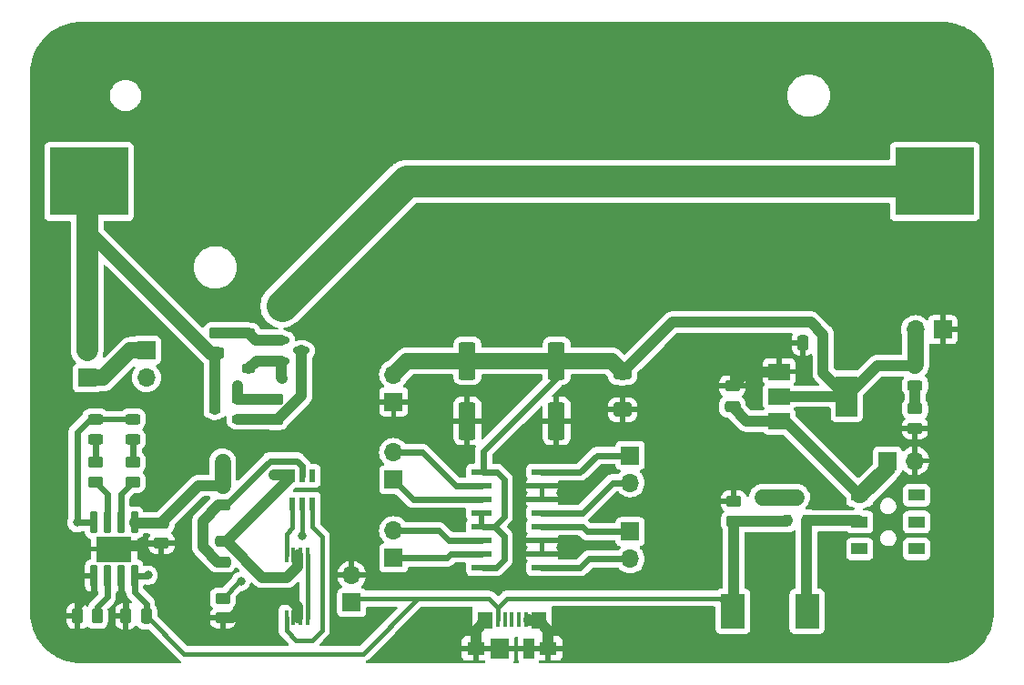
<source format=gbr>
%TF.GenerationSoftware,KiCad,Pcbnew,7.0.7*%
%TF.CreationDate,2024-01-15T16:46:33-03:00*%
%TF.ProjectId,PCB_MAQUEEN_V1,5043425f-4d41-4515-9545-454e5f56312e,rev?*%
%TF.SameCoordinates,Original*%
%TF.FileFunction,Copper,L1,Top*%
%TF.FilePolarity,Positive*%
%FSLAX46Y46*%
G04 Gerber Fmt 4.6, Leading zero omitted, Abs format (unit mm)*
G04 Created by KiCad (PCBNEW 7.0.7) date 2024-01-15 16:46:33*
%MOMM*%
%LPD*%
G01*
G04 APERTURE LIST*
G04 Aperture macros list*
%AMRoundRect*
0 Rectangle with rounded corners*
0 $1 Rounding radius*
0 $2 $3 $4 $5 $6 $7 $8 $9 X,Y pos of 4 corners*
0 Add a 4 corners polygon primitive as box body*
4,1,4,$2,$3,$4,$5,$6,$7,$8,$9,$2,$3,0*
0 Add four circle primitives for the rounded corners*
1,1,$1+$1,$2,$3*
1,1,$1+$1,$4,$5*
1,1,$1+$1,$6,$7*
1,1,$1+$1,$8,$9*
0 Add four rect primitives between the rounded corners*
20,1,$1+$1,$2,$3,$4,$5,0*
20,1,$1+$1,$4,$5,$6,$7,0*
20,1,$1+$1,$6,$7,$8,$9,0*
20,1,$1+$1,$8,$9,$2,$3,0*%
G04 Aperture macros list end*
%TA.AperFunction,SMDPad,CuDef*%
%ADD10RoundRect,0.243750X0.456250X-0.243750X0.456250X0.243750X-0.456250X0.243750X-0.456250X-0.243750X0*%
%TD*%
%TA.AperFunction,ComponentPad*%
%ADD11R,1.700000X1.700000*%
%TD*%
%TA.AperFunction,ComponentPad*%
%ADD12O,1.700000X1.700000*%
%TD*%
%TA.AperFunction,SMDPad,CuDef*%
%ADD13R,0.550000X1.200000*%
%TD*%
%TA.AperFunction,SMDPad,CuDef*%
%ADD14RoundRect,0.250000X-0.450000X0.262500X-0.450000X-0.262500X0.450000X-0.262500X0.450000X0.262500X0*%
%TD*%
%TA.AperFunction,SMDPad,CuDef*%
%ADD15RoundRect,0.250000X-0.262500X-0.450000X0.262500X-0.450000X0.262500X0.450000X-0.262500X0.450000X0*%
%TD*%
%TA.AperFunction,SMDPad,CuDef*%
%ADD16RoundRect,0.250000X-0.475000X0.250000X-0.475000X-0.250000X0.475000X-0.250000X0.475000X0.250000X0*%
%TD*%
%TA.AperFunction,SMDPad,CuDef*%
%ADD17RoundRect,0.225000X-0.375000X0.225000X-0.375000X-0.225000X0.375000X-0.225000X0.375000X0.225000X0*%
%TD*%
%TA.AperFunction,SMDPad,CuDef*%
%ADD18RoundRect,0.250000X0.450000X-0.262500X0.450000X0.262500X-0.450000X0.262500X-0.450000X-0.262500X0*%
%TD*%
%TA.AperFunction,SMDPad,CuDef*%
%ADD19RoundRect,0.250000X-0.600000X0.400000X-0.600000X-0.400000X0.600000X-0.400000X0.600000X0.400000X0*%
%TD*%
%TA.AperFunction,SMDPad,CuDef*%
%ADD20RoundRect,0.250000X0.475000X-0.250000X0.475000X0.250000X-0.475000X0.250000X-0.475000X-0.250000X0*%
%TD*%
%TA.AperFunction,SMDPad,CuDef*%
%ADD21RoundRect,0.048800X0.256200X-0.496200X0.256200X0.496200X-0.256200X0.496200X-0.256200X-0.496200X0*%
%TD*%
%TA.AperFunction,SMDPad,CuDef*%
%ADD22R,0.450000X1.380000*%
%TD*%
%TA.AperFunction,SMDPad,CuDef*%
%ADD23R,1.650000X1.300000*%
%TD*%
%TA.AperFunction,SMDPad,CuDef*%
%ADD24R,1.425000X1.550000*%
%TD*%
%TA.AperFunction,SMDPad,CuDef*%
%ADD25R,1.800000X1.900000*%
%TD*%
%TA.AperFunction,SMDPad,CuDef*%
%ADD26R,1.000000X1.900000*%
%TD*%
%TA.AperFunction,SMDPad,CuDef*%
%ADD27RoundRect,0.250000X-0.550000X1.500000X-0.550000X-1.500000X0.550000X-1.500000X0.550000X1.500000X0*%
%TD*%
%TA.AperFunction,SMDPad,CuDef*%
%ADD28RoundRect,0.041300X-0.908700X-0.253700X0.908700X-0.253700X0.908700X0.253700X-0.908700X0.253700X0*%
%TD*%
%TA.AperFunction,SMDPad,CuDef*%
%ADD29RoundRect,0.048800X0.496200X0.256200X-0.496200X0.256200X-0.496200X-0.256200X0.496200X-0.256200X0*%
%TD*%
%TA.AperFunction,SMDPad,CuDef*%
%ADD30RoundRect,0.042000X0.258000X-0.943000X0.258000X0.943000X-0.258000X0.943000X-0.258000X-0.943000X0*%
%TD*%
%TA.AperFunction,SMDPad,CuDef*%
%ADD31R,3.302000X2.413000*%
%TD*%
%TA.AperFunction,SMDPad,CuDef*%
%ADD32RoundRect,0.150000X-0.587500X-0.150000X0.587500X-0.150000X0.587500X0.150000X-0.587500X0.150000X0*%
%TD*%
%TA.AperFunction,SMDPad,CuDef*%
%ADD33RoundRect,0.250000X0.250000X0.475000X-0.250000X0.475000X-0.250000X-0.475000X0.250000X-0.475000X0*%
%TD*%
%TA.AperFunction,SMDPad,CuDef*%
%ADD34R,2.250000X3.180000*%
%TD*%
%TA.AperFunction,SMDPad,CuDef*%
%ADD35R,2.000000X1.500000*%
%TD*%
%TA.AperFunction,SMDPad,CuDef*%
%ADD36R,2.000000X3.800000*%
%TD*%
%TA.AperFunction,SMDPad,CuDef*%
%ADD37R,7.340000X6.350000*%
%TD*%
%TA.AperFunction,SMDPad,CuDef*%
%ADD38R,1.500000X1.100000*%
%TD*%
%TA.AperFunction,SMDPad,CuDef*%
%ADD39R,0.450000X1.475000*%
%TD*%
%TA.AperFunction,ViaPad*%
%ADD40C,1.000000*%
%TD*%
%TA.AperFunction,ViaPad*%
%ADD41C,0.800000*%
%TD*%
%TA.AperFunction,Conductor*%
%ADD42C,1.000000*%
%TD*%
%TA.AperFunction,Conductor*%
%ADD43C,0.600000*%
%TD*%
%TA.AperFunction,Conductor*%
%ADD44C,1.500000*%
%TD*%
%TA.AperFunction,Conductor*%
%ADD45C,3.000000*%
%TD*%
%TA.AperFunction,Conductor*%
%ADD46C,0.450000*%
%TD*%
%TA.AperFunction,Conductor*%
%ADD47C,0.500000*%
%TD*%
%TA.AperFunction,Conductor*%
%ADD48C,1.250000*%
%TD*%
%TA.AperFunction,Conductor*%
%ADD49C,2.000000*%
%TD*%
G04 APERTURE END LIST*
D10*
%TO.P,D4,1,K*%
%TO.N,Net-(D4-K)*%
X217500000Y-94000000D03*
%TO.P,D4,2,A*%
%TO.N,+3V3*%
X217500000Y-92125000D03*
%TD*%
D11*
%TO.P,J2,1,Pin_1*%
%TO.N,GND*%
X169000000Y-95500000D03*
D12*
%TO.P,J2,2,Pin_2*%
%TO.N,+3V3*%
X169000000Y-92960000D03*
%TD*%
D13*
%TO.P,U1,1,OD*%
%TO.N,Net-(Q1-G1)*%
X159550000Y-105000000D03*
%TO.P,U1,2,CS*%
%TO.N,Net-(U1-CS)*%
X160500000Y-105000000D03*
%TO.P,U1,3,OC*%
%TO.N,Net-(Q1-G2)*%
X161450000Y-105000000D03*
%TO.P,U1,4,TD*%
%TO.N,unconnected-(U1-TD-Pad4)*%
X161450000Y-102400000D03*
%TO.P,U1,5,VCC*%
%TO.N,Net-(U1-VCC)*%
X160500000Y-102400000D03*
%TO.P,U1,6,GND*%
%TO.N,-BATT*%
X159550000Y-102400000D03*
%TD*%
D14*
%TO.P,R1,1*%
%TO.N,+BATT*%
X153100000Y-103297500D03*
%TO.P,R1,2*%
%TO.N,Net-(U1-VCC)*%
X153100000Y-105122500D03*
%TD*%
D15*
%TO.P,R3,1*%
%TO.N,GND*%
X139587500Y-115460000D03*
%TO.P,R3,2*%
%TO.N,Net-(U2-PROG)*%
X141412500Y-115460000D03*
%TD*%
D16*
%TO.P,C2,1*%
%TO.N,+BATT*%
X147400000Y-106770000D03*
%TO.P,C2,2*%
%TO.N,GND*%
X147400000Y-108670000D03*
%TD*%
D11*
%TO.P,J7,1,Pin_1*%
%TO.N,VBUS*%
X165100000Y-114200000D03*
D12*
%TO.P,J7,2,Pin_2*%
%TO.N,GND*%
X165100000Y-111660000D03*
%TD*%
D14*
%TO.P,R7,1*%
%TO.N,Net-(D4-K)*%
X217500000Y-96150000D03*
%TO.P,R7,2*%
%TO.N,GND*%
X217500000Y-97975000D03*
%TD*%
D17*
%TO.P,D6,1,K*%
%TO.N,Net-(D6-K)*%
X155500000Y-89135000D03*
%TO.P,D6,2,A*%
%TO.N,-BATT*%
X155500000Y-92435000D03*
%TD*%
D18*
%TO.P,R5,1*%
%TO.N,Net-(U2-~{STDBY})*%
X144750000Y-102975000D03*
%TO.P,R5,2*%
%TO.N,Net-(D2-K)*%
X144750000Y-101150000D03*
%TD*%
D11*
%TO.P,J3,1,Pin_1*%
%TO.N,/Motores/OUT_A1*%
X191000000Y-100500000D03*
D12*
%TO.P,J3,2,Pin_2*%
%TO.N,/Motores/OUT_B1*%
X191000000Y-103040000D03*
%TD*%
D14*
%TO.P,R2,1*%
%TO.N,Net-(U1-CS)*%
X153100000Y-113797500D03*
%TO.P,R2,2*%
%TO.N,GND*%
X153100000Y-115622500D03*
%TD*%
D10*
%TO.P,D2,1,K*%
%TO.N,Net-(D2-K)*%
X144750000Y-99000000D03*
%TO.P,D2,2,A*%
%TO.N,VBUS*%
X144750000Y-97125000D03*
%TD*%
D19*
%TO.P,D5,1,K*%
%TO.N,+3V3*%
X190300000Y-92750000D03*
%TO.P,D5,2,A*%
%TO.N,GND*%
X190300000Y-96250000D03*
%TD*%
D20*
%TO.P,C3,1*%
%TO.N,Net-(U1-VCC)*%
X153100000Y-110410000D03*
%TO.P,C3,2*%
%TO.N,-BATT*%
X153100000Y-108510000D03*
%TD*%
D11*
%TO.P,J6,1,Pin_1*%
%TO.N,/Motores/IN_B2*%
X169000000Y-110040000D03*
D12*
%TO.P,J6,2,Pin_2*%
%TO.N,/Motores/IN_A2*%
X169000000Y-107500000D03*
%TD*%
D11*
%TO.P,J4,1,Pin_1*%
%TO.N,/Motores/IN_B1*%
X169000000Y-102770000D03*
D12*
%TO.P,J4,2,Pin_2*%
%TO.N,/Motores/IN_A1*%
X169000000Y-100230000D03*
%TD*%
D14*
%TO.P,R8,1*%
%TO.N,+BATT*%
X158000000Y-95287500D03*
%TO.P,R8,2*%
%TO.N,Net-(Q4-C)*%
X158000000Y-97112500D03*
%TD*%
D21*
%TO.P,Q2,1*%
%TO.N,VBUS*%
X205585000Y-106570000D03*
%TO.P,Q2,2*%
%TO.N,Net-(SW1-B)*%
X207415000Y-106570000D03*
%TO.P,Q2,3*%
%TO.N,+BATT*%
X206500000Y-104430000D03*
%TD*%
D22*
%TO.P,J1,1,VBUS*%
%TO.N,VBUS*%
X178700000Y-115790000D03*
%TO.P,J1,2,D-*%
%TO.N,unconnected-(J1-D--Pad2)*%
X179350000Y-115790000D03*
%TO.P,J1,3,D+*%
%TO.N,unconnected-(J1-D+-Pad3)*%
X180000000Y-115790000D03*
%TO.P,J1,4,ID*%
%TO.N,unconnected-(J1-ID-Pad4)*%
X180650000Y-115790000D03*
%TO.P,J1,5,GND*%
%TO.N,GND*%
X181300000Y-115790000D03*
D23*
%TO.P,J1,6,Shield*%
X176625000Y-118450000D03*
D24*
X177512500Y-115875000D03*
D25*
X178850000Y-118450000D03*
D26*
X181550000Y-118450000D03*
D24*
X182487500Y-115875000D03*
D23*
X183375000Y-118450000D03*
%TD*%
D27*
%TO.P,C7,1*%
%TO.N,+3V3*%
X175850000Y-91700000D03*
%TO.P,C7,2*%
%TO.N,GND*%
X175850000Y-97300000D03*
%TD*%
D28*
%TO.P,U4,1,VCC_1*%
%TO.N,+3V3*%
X177200000Y-102055000D03*
%TO.P,U4,2,IN_A1*%
%TO.N,/Motores/IN_A1*%
X177200000Y-103325000D03*
%TO.P,U4,3,IN_B1*%
%TO.N,/Motores/IN_B1*%
X177200000Y-104595000D03*
%TO.P,U4,4,VDD_1*%
%TO.N,+3V3*%
X177200000Y-105865000D03*
%TO.P,U4,5,VCC_2*%
X177200000Y-107135000D03*
%TO.P,U4,6,IN_A2*%
%TO.N,/Motores/IN_A2*%
X177200000Y-108405000D03*
%TO.P,U4,7,IN_B2*%
%TO.N,/Motores/IN_B2*%
X177200000Y-109675000D03*
%TO.P,U4,8,VDD_2*%
%TO.N,+3V3*%
X177200000Y-110945000D03*
%TO.P,U4,9,OUT_B2*%
%TO.N,/Motores/OUT_B2*%
X182800000Y-110945000D03*
%TO.P,U4,10,AGND_2*%
%TO.N,GND*%
X182800000Y-109675000D03*
%TO.P,U4,11,PGND_2*%
X182800000Y-108405000D03*
%TO.P,U4,12,OUT_A2*%
%TO.N,/Motores/OUT_A2*%
X182800000Y-107135000D03*
%TO.P,U4,13,OUT_B1*%
%TO.N,/Motores/OUT_B1*%
X182800000Y-105865000D03*
%TO.P,U4,14,AGND_1*%
%TO.N,GND*%
X182800000Y-104595000D03*
%TO.P,U4,15,PGND_1*%
X182800000Y-103325000D03*
%TO.P,U4,16,OUT_A1*%
%TO.N,/Motores/OUT_A1*%
X182800000Y-102055000D03*
%TD*%
D20*
%TO.P,C4,1*%
%TO.N,/Power/Vin*%
X200500000Y-95950000D03*
%TO.P,C4,2*%
%TO.N,GND*%
X200500000Y-94050000D03*
%TD*%
D29*
%TO.P,Q3,1*%
%TO.N,Net-(Q4-C)*%
X154500000Y-97115000D03*
%TO.P,Q3,2*%
%TO.N,+BATT*%
X154500000Y-95285000D03*
%TO.P,Q3,3*%
%TO.N,Net-(BT1-+)*%
X152360000Y-96200000D03*
%TD*%
D18*
%TO.P,R4,1*%
%TO.N,Net-(U2-~{CHRG})*%
X141250000Y-102975000D03*
%TO.P,R4,2*%
%TO.N,Net-(D1-K)*%
X141250000Y-101150000D03*
%TD*%
D30*
%TO.P,U2,1,TEMP*%
%TO.N,GND*%
X141095000Y-111685000D03*
%TO.P,U2,2,PROG*%
%TO.N,Net-(U2-PROG)*%
X142365000Y-111685000D03*
%TO.P,U2,3,GND*%
%TO.N,GND*%
X143635000Y-111685000D03*
%TO.P,U2,4,VCC*%
%TO.N,VBUS*%
X144905000Y-111685000D03*
%TO.P,U2,5,BAT*%
%TO.N,+BATT*%
X144905000Y-106735000D03*
%TO.P,U2,6,~{STDBY}*%
%TO.N,Net-(U2-~{STDBY})*%
X143635000Y-106735000D03*
%TO.P,U2,7,~{CHRG}*%
%TO.N,Net-(U2-~{CHRG})*%
X142365000Y-106735000D03*
%TO.P,U2,8,CE*%
%TO.N,VBUS*%
X141095000Y-106735000D03*
D31*
%TO.P,U2,9,EP*%
%TO.N,GND*%
X143000000Y-109210000D03*
%TD*%
D18*
%TO.P,R9,1*%
%TO.N,Net-(BT1-+)*%
X152500000Y-90947500D03*
%TO.P,R9,2*%
%TO.N,Net-(D6-K)*%
X152500000Y-89122500D03*
%TD*%
D10*
%TO.P,D1,1,K*%
%TO.N,Net-(D1-K)*%
X141250000Y-99000000D03*
%TO.P,D1,2,A*%
%TO.N,VBUS*%
X141250000Y-97125000D03*
%TD*%
D11*
%TO.P,J11,1,Pin_1*%
%TO.N,-BATT*%
X140500000Y-93275000D03*
D12*
%TO.P,J11,2,Pin_2*%
%TO.N,Net-(BT1-+)*%
X140500000Y-90735000D03*
%TD*%
D27*
%TO.P,C6,1*%
%TO.N,+3V3*%
X184150000Y-91700000D03*
%TO.P,C6,2*%
%TO.N,GND*%
X184150000Y-97300000D03*
%TD*%
D32*
%TO.P,Q4,1,B*%
%TO.N,Net-(D6-K)*%
X158562500Y-89800000D03*
%TO.P,Q4,2,E*%
%TO.N,-BATT*%
X158562500Y-91700000D03*
%TO.P,Q4,3,C*%
%TO.N,Net-(Q4-C)*%
X160437500Y-90750000D03*
%TD*%
D33*
%TO.P,C5,1*%
%TO.N,+3V3*%
X208950000Y-90000000D03*
%TO.P,C5,2*%
%TO.N,GND*%
X207050000Y-90000000D03*
%TD*%
D18*
%TO.P,R6,1*%
%TO.N,VBUS*%
X200650000Y-106612500D03*
%TO.P,R6,2*%
%TO.N,GND*%
X200650000Y-104787500D03*
%TD*%
D34*
%TO.P,D3,A*%
%TO.N,VBUS*%
X200545000Y-115000000D03*
%TO.P,D3,C*%
%TO.N,Net-(SW1-B)*%
X207455000Y-115000000D03*
%TD*%
D35*
%TO.P,U3,1,GND*%
%TO.N,GND*%
X204850000Y-92700000D03*
%TO.P,U3,2,VO*%
%TO.N,+3V3*%
X204850000Y-95000000D03*
D36*
X211150000Y-95000000D03*
D35*
%TO.P,U3,3,VI*%
%TO.N,/Power/Vin*%
X204850000Y-97300000D03*
%TD*%
D37*
%TO.P,BT1,1,+*%
%TO.N,Net-(BT1-+)*%
X140670000Y-75000000D03*
%TO.P,BT1,2,-*%
%TO.N,-BATT*%
X219330000Y-75000000D03*
%TD*%
D11*
%TO.P,J5,1,Pin_1*%
%TO.N,/Motores/OUT_A2*%
X191000000Y-107595000D03*
D12*
%TO.P,J5,2,Pin_2*%
%TO.N,/Motores/OUT_B2*%
X191000000Y-110135000D03*
%TD*%
D11*
%TO.P,J10,1,Pin_1*%
%TO.N,GND*%
X220075000Y-88800000D03*
D12*
%TO.P,J10,2,Pin_2*%
%TO.N,+3V3*%
X217535000Y-88800000D03*
%TD*%
D33*
%TO.P,C1,1*%
%TO.N,VBUS*%
X146000000Y-115460000D03*
%TO.P,C1,2*%
%TO.N,GND*%
X144100000Y-115460000D03*
%TD*%
D38*
%TO.P,SW1,*%
%TO.N,*%
X217650000Y-104200000D03*
X217650000Y-106700000D03*
X217650000Y-109200000D03*
%TO.P,SW1,1,A*%
%TO.N,/Power/Vin*%
X212350000Y-104200000D03*
%TO.P,SW1,2,B*%
%TO.N,Net-(SW1-B)*%
X212350000Y-106700000D03*
%TO.P,SW1,3,C*%
%TO.N,unconnected-(SW1-C-Pad3)*%
X212350000Y-109200000D03*
%TD*%
D11*
%TO.P,J8,1,Pin_1*%
%TO.N,/Power/Vin*%
X214925000Y-101000000D03*
D12*
%TO.P,J8,2,Pin_2*%
%TO.N,GND*%
X217465000Y-101000000D03*
%TD*%
D11*
%TO.P,J9,1,Pin_1*%
%TO.N,-BATT*%
X146000000Y-90725000D03*
D12*
%TO.P,J9,2,Pin_2*%
%TO.N,+BATT*%
X146000000Y-93265000D03*
%TD*%
D39*
%TO.P,Q1,1,D12_1*%
%TO.N,Net-(Q1-D12_1)*%
X160975000Y-109762000D03*
%TO.P,Q1,2,S1_1*%
%TO.N,-BATT*%
X160325000Y-109762000D03*
%TO.P,Q1,3,S1_2*%
X159675000Y-109762000D03*
%TO.P,Q1,4,G1*%
%TO.N,Net-(Q1-G1)*%
X159025000Y-109762000D03*
%TO.P,Q1,5,G2*%
%TO.N,Net-(Q1-G2)*%
X159025000Y-115638000D03*
%TO.P,Q1,6,S2_1*%
%TO.N,GND*%
X159675000Y-115638000D03*
%TO.P,Q1,7,S2_2*%
X160325000Y-115638000D03*
%TO.P,Q1,8,D12_2*%
%TO.N,Net-(Q1-D12_1)*%
X160975000Y-115638000D03*
%TD*%
D40*
%TO.N,+BATT*%
X154500000Y-94000000D03*
D41*
X203300000Y-104400000D03*
D40*
X153100000Y-101100000D03*
%TO.N,-BATT*%
X157850000Y-102350000D03*
X158600000Y-93300000D03*
X158600000Y-86600000D03*
D41*
%TO.N,VBUS*%
X139550000Y-106750000D03*
X146150000Y-111650000D03*
%TO.N,Net-(U1-CS)*%
X154780000Y-112230000D03*
X160500000Y-107980000D03*
%TD*%
D42*
%TO.N,+BATT*%
X154500000Y-95285000D02*
X157997500Y-95285000D01*
X150872500Y-103297500D02*
X147400000Y-106770000D01*
X144940000Y-106770000D02*
X144905000Y-106735000D01*
X154500000Y-95285000D02*
X154500000Y-94000000D01*
D43*
X157997500Y-95285000D02*
X158000000Y-95287500D01*
D42*
X147400000Y-106770000D02*
X144940000Y-106770000D01*
D43*
X206470000Y-104400000D02*
X206500000Y-104430000D01*
D44*
X153100000Y-101100000D02*
X153100000Y-103297500D01*
D42*
X153100000Y-103297500D02*
X150872500Y-103297500D01*
D44*
X203300000Y-104400000D02*
X206470000Y-104400000D01*
D45*
%TO.N,-BATT*%
X219330000Y-75000000D02*
X170200000Y-75000000D01*
D42*
X157850000Y-102350000D02*
X159300000Y-102350000D01*
D46*
X159675000Y-109762000D02*
X160325000Y-109762000D01*
D42*
X158562500Y-91700000D02*
X156235000Y-91700000D01*
X156235000Y-91700000D02*
X155500000Y-92435000D01*
D44*
X141975000Y-93275000D02*
X144525000Y-90725000D01*
X144525000Y-90725000D02*
X146000000Y-90725000D01*
D42*
X159300000Y-102650000D02*
X153440000Y-108510000D01*
D45*
X170200000Y-75000000D02*
X158600000Y-86600000D01*
D42*
X156770000Y-111840000D02*
X159080000Y-111840000D01*
D43*
X153440000Y-108510000D02*
X153100000Y-108510000D01*
D42*
X159080000Y-111840000D02*
X160050000Y-110870000D01*
X159300000Y-102350000D02*
X159300000Y-102650000D01*
X158562500Y-93262500D02*
X158600000Y-93300000D01*
D44*
X140500000Y-93275000D02*
X141975000Y-93275000D01*
D42*
X153440000Y-108510000D02*
X156770000Y-111840000D01*
X160050000Y-110870000D02*
X160050000Y-109762000D01*
X158562500Y-91700000D02*
X158562500Y-93262500D01*
D46*
%TO.N,VBUS*%
X178700000Y-115790000D02*
X178700000Y-114650000D01*
X177870000Y-113820000D02*
X172800000Y-113820000D01*
D43*
X146000000Y-114310000D02*
X146000000Y-115460000D01*
X141080000Y-106750000D02*
X141095000Y-106735000D01*
D46*
X172800000Y-113820000D02*
X165480000Y-113820000D01*
X179550000Y-113800000D02*
X199345000Y-113800000D01*
D43*
X139550000Y-98300000D02*
X140725000Y-97125000D01*
D47*
X141250000Y-97125000D02*
X144750000Y-97125000D01*
D43*
X144905000Y-111685000D02*
X144905000Y-113215000D01*
X146115000Y-111685000D02*
X146150000Y-111650000D01*
X139550000Y-106750000D02*
X141080000Y-106750000D01*
D42*
X200650000Y-114895000D02*
X200545000Y-115000000D01*
X200650000Y-106612500D02*
X200650000Y-114895000D01*
D43*
X144905000Y-111685000D02*
X146115000Y-111685000D01*
X140725000Y-97125000D02*
X141250000Y-97125000D01*
D46*
X200545000Y-114535000D02*
X200545000Y-115000000D01*
X166130000Y-118960000D02*
X171270000Y-113820000D01*
X146000000Y-115460000D02*
X149500000Y-118960000D01*
X178700000Y-114650000D02*
X177870000Y-113820000D01*
X178700000Y-114650000D02*
X179550000Y-113800000D01*
X199860000Y-113850000D02*
X200545000Y-114535000D01*
D42*
X200650000Y-106612500D02*
X205542500Y-106612500D01*
D46*
X172800000Y-113820000D02*
X171270000Y-113820000D01*
X165480000Y-113820000D02*
X165100000Y-114200000D01*
D42*
X205542500Y-106612500D02*
X205585000Y-106570000D01*
D43*
X144905000Y-113215000D02*
X146000000Y-114310000D01*
D46*
X199345000Y-113800000D02*
X200545000Y-115000000D01*
D43*
X139550000Y-106750000D02*
X139550000Y-98300000D01*
D46*
X149500000Y-118960000D02*
X166130000Y-118960000D01*
D42*
%TO.N,GND*%
X181575000Y-115875000D02*
X181575000Y-115790000D01*
X159350000Y-113900000D02*
X160050000Y-114600000D01*
X183375000Y-118450000D02*
X183375000Y-116762500D01*
D43*
X143540000Y-108670000D02*
X143000000Y-109210000D01*
D42*
X176625000Y-118450000D02*
X176625000Y-116762500D01*
X200500000Y-94050000D02*
X201850000Y-92700000D01*
D43*
X147400000Y-108670000D02*
X143540000Y-108670000D01*
D42*
X182487500Y-115875000D02*
X181575000Y-115875000D01*
D43*
X144100000Y-114140000D02*
X144100000Y-115460000D01*
D42*
X155700000Y-113900000D02*
X159350000Y-113900000D01*
X160050000Y-114600000D02*
X160050000Y-115638000D01*
D43*
X139587500Y-114672500D02*
X141095000Y-113165000D01*
D42*
X201850000Y-92700000D02*
X204850000Y-92700000D01*
D43*
X141095000Y-113165000D02*
X141095000Y-111685000D01*
D42*
X153977500Y-115622500D02*
X155700000Y-113900000D01*
X153100000Y-115622500D02*
X153977500Y-115622500D01*
D43*
X139587500Y-115460000D02*
X139587500Y-114672500D01*
X143635000Y-113675000D02*
X144100000Y-114140000D01*
D42*
X176625000Y-116762500D02*
X177512500Y-115875000D01*
X183375000Y-116762500D02*
X182487500Y-115875000D01*
D43*
X143635000Y-111685000D02*
X143635000Y-113675000D01*
D42*
%TO.N,Net-(U1-VCC)*%
X152738750Y-105122500D02*
X153100000Y-105122500D01*
X151250000Y-106611250D02*
X152738750Y-105122500D01*
D43*
X160500000Y-101500000D02*
X160000000Y-101000000D01*
X160500000Y-102400000D02*
X160500000Y-101500000D01*
D42*
X151250000Y-109000000D02*
X151250000Y-106611250D01*
X153100000Y-110410000D02*
X152660000Y-110410000D01*
D43*
X160000000Y-101000000D02*
X157486250Y-101000000D01*
X153363750Y-105122500D02*
X153100000Y-105122500D01*
D42*
X152660000Y-110410000D02*
X151250000Y-109000000D01*
D43*
X157486250Y-101000000D02*
X153363750Y-105122500D01*
D42*
%TO.N,/Power/Vin*%
X212350000Y-104200000D02*
X205450000Y-97300000D01*
D44*
X214925000Y-101675000D02*
X212400000Y-104200000D01*
D42*
X201850000Y-97300000D02*
X204850000Y-97300000D01*
D44*
X214925000Y-101000000D02*
X214925000Y-101675000D01*
X212400000Y-104200000D02*
X212350000Y-104200000D01*
D42*
X200500000Y-95950000D02*
X201850000Y-97300000D01*
X205450000Y-97300000D02*
X204850000Y-97300000D01*
D44*
%TO.N,+3V3*%
X184150000Y-91700000D02*
X189250000Y-91700000D01*
D43*
X178315000Y-107135000D02*
X177345000Y-107135000D01*
D42*
X208950000Y-90000000D02*
X208950000Y-92800000D01*
X194950000Y-88100000D02*
X190300000Y-92750000D01*
D43*
X177345000Y-107135000D02*
X178385000Y-107135000D01*
D42*
X208950000Y-89250000D02*
X207800000Y-88100000D01*
D43*
X179250000Y-110200000D02*
X178505000Y-110945000D01*
D44*
X217535000Y-88800000D02*
X217535000Y-92090000D01*
D43*
X177345000Y-102055000D02*
X178605000Y-102055000D01*
D44*
X170260000Y-91700000D02*
X169000000Y-92960000D01*
D43*
X178385000Y-107135000D02*
X179250000Y-108000000D01*
D42*
X217500000Y-92125000D02*
X214025000Y-92125000D01*
D43*
X179250000Y-106200000D02*
X178315000Y-107135000D01*
D44*
X175850000Y-91700000D02*
X170260000Y-91700000D01*
D42*
X208950000Y-92800000D02*
X211150000Y-95000000D01*
D44*
X189250000Y-91700000D02*
X190300000Y-92750000D01*
D47*
X177200000Y-105865000D02*
X177200000Y-107135000D01*
D43*
X178605000Y-102055000D02*
X179250000Y-102700000D01*
X177345000Y-100105000D02*
X177345000Y-102055000D01*
D42*
X214025000Y-92125000D02*
X211150000Y-95000000D01*
D44*
X175850000Y-91700000D02*
X184150000Y-91700000D01*
D43*
X179250000Y-108000000D02*
X179250000Y-110200000D01*
D44*
X217535000Y-92090000D02*
X217500000Y-92125000D01*
D43*
X184150000Y-91700000D02*
X184150000Y-93300000D01*
D42*
X211150000Y-95000000D02*
X204850000Y-95000000D01*
D43*
X179250000Y-102700000D02*
X179250000Y-106200000D01*
D42*
X208950000Y-90000000D02*
X208950000Y-89250000D01*
X207800000Y-88100000D02*
X194950000Y-88100000D01*
D43*
X184150000Y-93300000D02*
X177345000Y-100105000D01*
X178505000Y-110945000D02*
X177345000Y-110945000D01*
%TO.N,Net-(D1-K)*%
X141250000Y-99000000D02*
X141250000Y-101150000D01*
%TO.N,Net-(D2-K)*%
X144750000Y-99000000D02*
X144750000Y-101150000D01*
D42*
%TO.N,Net-(D4-K)*%
X217500000Y-94000000D02*
X217500000Y-96150000D01*
%TO.N,Net-(SW1-B)*%
X212220000Y-106570000D02*
X212350000Y-106700000D01*
X207415000Y-114960000D02*
X207455000Y-115000000D01*
X207415000Y-106570000D02*
X212220000Y-106570000D01*
X207415000Y-106570000D02*
X207415000Y-114960000D01*
D43*
%TO.N,/Motores/OUT_A1*%
X187900000Y-100500000D02*
X191000000Y-100500000D01*
X182800000Y-102055000D02*
X186345000Y-102055000D01*
X186345000Y-102055000D02*
X187900000Y-100500000D01*
%TO.N,/Motores/OUT_B1*%
X182800000Y-105865000D02*
X186535000Y-105865000D01*
X186535000Y-105865000D02*
X189360000Y-103040000D01*
X189360000Y-103040000D02*
X191000000Y-103040000D01*
%TO.N,/Motores/IN_B1*%
X170825000Y-104595000D02*
X169000000Y-102770000D01*
X177200000Y-104595000D02*
X170825000Y-104595000D01*
%TO.N,/Motores/IN_A1*%
X177200000Y-103325000D02*
X174775000Y-103325000D01*
X171680000Y-100230000D02*
X169000000Y-100230000D01*
X174775000Y-103325000D02*
X171680000Y-100230000D01*
%TO.N,/Motores/OUT_A2*%
X191000000Y-107595000D02*
X186995000Y-107595000D01*
X186995000Y-107595000D02*
X186535000Y-107135000D01*
X186535000Y-107135000D02*
X182800000Y-107135000D01*
%TO.N,/Motores/OUT_B2*%
X186355000Y-110945000D02*
X187165000Y-110135000D01*
X182800000Y-110945000D02*
X186355000Y-110945000D01*
X187165000Y-110135000D02*
X191000000Y-110135000D01*
%TO.N,/Motores/IN_B2*%
X173960000Y-110040000D02*
X174325000Y-109675000D01*
X174325000Y-109675000D02*
X177200000Y-109675000D01*
X169000000Y-110040000D02*
X173960000Y-110040000D01*
%TO.N,/Motores/IN_A2*%
X174105000Y-108405000D02*
X173200000Y-107500000D01*
X177200000Y-108405000D02*
X174105000Y-108405000D01*
X173200000Y-107500000D02*
X169000000Y-107500000D01*
D46*
%TO.N,Net-(Q1-D12_1)*%
X160975000Y-115638000D02*
X160975000Y-109762000D01*
%TO.N,Net-(Q1-G1)*%
X159550000Y-105000000D02*
X159550000Y-107250000D01*
X159025000Y-107775000D02*
X159025000Y-109762000D01*
X159550000Y-107250000D02*
X159025000Y-107775000D01*
%TO.N,Net-(Q1-G2)*%
X159025000Y-115638000D02*
X159025000Y-116795000D01*
X161420000Y-117690000D02*
X162330000Y-116780000D01*
X159025000Y-116795000D02*
X159920000Y-117690000D01*
X159920000Y-117690000D02*
X161420000Y-117690000D01*
X161450000Y-107170000D02*
X161450000Y-105000000D01*
X162330000Y-116780000D02*
X162330000Y-108050000D01*
X162330000Y-108050000D02*
X161450000Y-107170000D01*
%TO.N,Net-(U1-CS)*%
X154780000Y-112230000D02*
X154667500Y-112230000D01*
X160500000Y-105000000D02*
X160500000Y-107980000D01*
X154667500Y-112230000D02*
X153100000Y-113797500D01*
D43*
%TO.N,Net-(U2-PROG)*%
X142365000Y-111685000D02*
X142365000Y-113675000D01*
X142365000Y-113675000D02*
X141412500Y-114627500D01*
X141412500Y-114627500D02*
X141412500Y-115460000D01*
%TO.N,Net-(U2-~{CHRG})*%
X141250000Y-102975000D02*
X142365000Y-104090000D01*
X142365000Y-104090000D02*
X142365000Y-106735000D01*
%TO.N,Net-(U2-~{STDBY})*%
X143635000Y-104090000D02*
X143635000Y-106735000D01*
X144750000Y-102975000D02*
X143635000Y-104090000D01*
D48*
%TO.N,Net-(BT1-+)*%
X140670000Y-79670000D02*
X151947500Y-90947500D01*
D49*
X140500000Y-75170000D02*
X140670000Y-75000000D01*
D42*
X152360000Y-96200000D02*
X152360000Y-91087500D01*
X152360000Y-91087500D02*
X152500000Y-90947500D01*
D48*
X140670000Y-75000000D02*
X140670000Y-79670000D01*
X151947500Y-90947500D02*
X152500000Y-90947500D01*
D49*
X140500000Y-90735000D02*
X140500000Y-75170000D01*
D42*
%TO.N,Net-(D6-K)*%
X152500000Y-89122500D02*
X155487500Y-89122500D01*
X156165000Y-89800000D02*
X155500000Y-89135000D01*
X155487500Y-89122500D02*
X155500000Y-89135000D01*
X158562500Y-89800000D02*
X156165000Y-89800000D01*
D43*
%TO.N,Net-(Q4-C)*%
X157997500Y-97115000D02*
X158000000Y-97112500D01*
D42*
X154500000Y-97115000D02*
X157997500Y-97115000D01*
X160437500Y-94906003D02*
X158231003Y-97112500D01*
X160437500Y-90750000D02*
X160437500Y-94906003D01*
X158231003Y-97112500D02*
X158000000Y-97112500D01*
%TD*%
%TA.AperFunction,Conductor*%
%TO.N,GND*%
G36*
X220419979Y-60168836D02*
G01*
X220425331Y-60169305D01*
X220839428Y-60223822D01*
X220844744Y-60224760D01*
X221252500Y-60315157D01*
X221257711Y-60316552D01*
X221656050Y-60442148D01*
X221661107Y-60443988D01*
X222046996Y-60603828D01*
X222051874Y-60606102D01*
X222422350Y-60798960D01*
X222427028Y-60801662D01*
X222779278Y-61026069D01*
X222783706Y-61029170D01*
X222832193Y-61066375D01*
X223115053Y-61283420D01*
X223119198Y-61286899D01*
X223427117Y-61569056D01*
X223430943Y-61572882D01*
X223713100Y-61880801D01*
X223716579Y-61884946D01*
X223970826Y-62216288D01*
X223973930Y-62220721D01*
X224198337Y-62572971D01*
X224201043Y-62577657D01*
X224393888Y-62948107D01*
X224396175Y-62953012D01*
X224556006Y-63338879D01*
X224557852Y-63343953D01*
X224683442Y-63742272D01*
X224684842Y-63747499D01*
X224775239Y-64155255D01*
X224776179Y-64160584D01*
X224830692Y-64574650D01*
X224831164Y-64580041D01*
X224849500Y-65000000D01*
X224849500Y-115000000D01*
X224831164Y-115419958D01*
X224830692Y-115425349D01*
X224776179Y-115839415D01*
X224775239Y-115844744D01*
X224684842Y-116252500D01*
X224683442Y-116257727D01*
X224557852Y-116656046D01*
X224556003Y-116661127D01*
X224545908Y-116685499D01*
X224396175Y-117046987D01*
X224393888Y-117051892D01*
X224201043Y-117422342D01*
X224198337Y-117427028D01*
X223973930Y-117779278D01*
X223970826Y-117783711D01*
X223716579Y-118115053D01*
X223713100Y-118119198D01*
X223430943Y-118427117D01*
X223427117Y-118430943D01*
X223119198Y-118713100D01*
X223115053Y-118716579D01*
X222783711Y-118970826D01*
X222779278Y-118973930D01*
X222427028Y-119198337D01*
X222422342Y-119201043D01*
X222051892Y-119393888D01*
X222046987Y-119396175D01*
X221789367Y-119502885D01*
X221691676Y-119543350D01*
X221661131Y-119556002D01*
X221656046Y-119557852D01*
X221257727Y-119683442D01*
X221252500Y-119684842D01*
X220844744Y-119775239D01*
X220839415Y-119776179D01*
X220425349Y-119830692D01*
X220419958Y-119831164D01*
X220000000Y-119849500D01*
X182585808Y-119849500D01*
X182518769Y-119829815D01*
X182473014Y-119777011D01*
X182463070Y-119707853D01*
X182486513Y-119651227D01*
X182487635Y-119649727D01*
X182543552Y-119607835D01*
X182586930Y-119600000D01*
X183125000Y-119600000D01*
X183125000Y-118700000D01*
X183625000Y-118700000D01*
X183625000Y-119600000D01*
X184247828Y-119600000D01*
X184247844Y-119599999D01*
X184307372Y-119593598D01*
X184307379Y-119593596D01*
X184442086Y-119543354D01*
X184442093Y-119543350D01*
X184557187Y-119457190D01*
X184557190Y-119457187D01*
X184643350Y-119342093D01*
X184643354Y-119342086D01*
X184693596Y-119207379D01*
X184693598Y-119207372D01*
X184699999Y-119147844D01*
X184700000Y-119147827D01*
X184700000Y-118700000D01*
X183625000Y-118700000D01*
X183125000Y-118700000D01*
X180550000Y-118700000D01*
X180550000Y-119447844D01*
X180556401Y-119507372D01*
X180556403Y-119507379D01*
X180606645Y-119642086D01*
X180606646Y-119642088D01*
X180613460Y-119651190D01*
X180637876Y-119716655D01*
X180623024Y-119784928D01*
X180573618Y-119834333D01*
X180514192Y-119849500D01*
X180285808Y-119849500D01*
X180218769Y-119829815D01*
X180173014Y-119777011D01*
X180163070Y-119707853D01*
X180186540Y-119651190D01*
X180193353Y-119642088D01*
X180193354Y-119642086D01*
X180243596Y-119507379D01*
X180243598Y-119507372D01*
X180249999Y-119447844D01*
X180250000Y-119447827D01*
X180250000Y-118700000D01*
X176875000Y-118700000D01*
X176875000Y-119600000D01*
X177413070Y-119600000D01*
X177480109Y-119619685D01*
X177512365Y-119649727D01*
X177513487Y-119651227D01*
X177537879Y-119716701D01*
X177523002Y-119784968D01*
X177473578Y-119834355D01*
X177414192Y-119849500D01*
X166509598Y-119849500D01*
X166442559Y-119829815D01*
X166396804Y-119777011D01*
X166386860Y-119707853D01*
X166415885Y-119644297D01*
X166453946Y-119614690D01*
X166457816Y-119612745D01*
X166457820Y-119612744D01*
X166519841Y-119571952D01*
X166583044Y-119532968D01*
X166583049Y-119532962D01*
X166588708Y-119528489D01*
X166588769Y-119528566D01*
X166594048Y-119524266D01*
X166593985Y-119524190D01*
X166599507Y-119519554D01*
X166599517Y-119519549D01*
X166650468Y-119465543D01*
X167416011Y-118700000D01*
X175300000Y-118700000D01*
X175300000Y-119147844D01*
X175306401Y-119207372D01*
X175306403Y-119207379D01*
X175356645Y-119342086D01*
X175356649Y-119342093D01*
X175442809Y-119457187D01*
X175442812Y-119457190D01*
X175557906Y-119543350D01*
X175557913Y-119543354D01*
X175692620Y-119593596D01*
X175692627Y-119593598D01*
X175752155Y-119599999D01*
X175752172Y-119600000D01*
X176375000Y-119600000D01*
X176375000Y-118700000D01*
X175300000Y-118700000D01*
X167416011Y-118700000D01*
X169086186Y-117029825D01*
X171534193Y-114581819D01*
X171595516Y-114548334D01*
X171621874Y-114545500D01*
X172715201Y-114545500D01*
X176176000Y-114545500D01*
X176243039Y-114565185D01*
X176288794Y-114617989D01*
X176300000Y-114669500D01*
X176300000Y-117176000D01*
X176280315Y-117243039D01*
X176227511Y-117288794D01*
X176176000Y-117300000D01*
X175752155Y-117300000D01*
X175692627Y-117306401D01*
X175692620Y-117306403D01*
X175557913Y-117356645D01*
X175557906Y-117356649D01*
X175442812Y-117442809D01*
X175442809Y-117442812D01*
X175356649Y-117557906D01*
X175356645Y-117557913D01*
X175306403Y-117692620D01*
X175306401Y-117692627D01*
X175300000Y-117752155D01*
X175300000Y-118200000D01*
X180250000Y-118200000D01*
X180250000Y-117474000D01*
X180269685Y-117406961D01*
X180322489Y-117361206D01*
X180374000Y-117350000D01*
X180426000Y-117350000D01*
X180493039Y-117369685D01*
X180538794Y-117422489D01*
X180550000Y-117474000D01*
X180550000Y-118200000D01*
X184700000Y-118200000D01*
X184700000Y-117752172D01*
X184699999Y-117752155D01*
X184693598Y-117692627D01*
X184693596Y-117692620D01*
X184643354Y-117557913D01*
X184643350Y-117557906D01*
X184557190Y-117442812D01*
X184557187Y-117442809D01*
X184442093Y-117356649D01*
X184442086Y-117356645D01*
X184307379Y-117306403D01*
X184307372Y-117306401D01*
X184247844Y-117300000D01*
X183824000Y-117300000D01*
X183756961Y-117280315D01*
X183711206Y-117227511D01*
X183700000Y-117176000D01*
X183700000Y-114649500D01*
X183719685Y-114582461D01*
X183772489Y-114536706D01*
X183824000Y-114525500D01*
X198795500Y-114525500D01*
X198862539Y-114545185D01*
X198908294Y-114597989D01*
X198919500Y-114649500D01*
X198919500Y-116637870D01*
X198919501Y-116637876D01*
X198925908Y-116697483D01*
X198976202Y-116832328D01*
X198976206Y-116832335D01*
X199062452Y-116947544D01*
X199062455Y-116947547D01*
X199177664Y-117033793D01*
X199177671Y-117033797D01*
X199312517Y-117084091D01*
X199312516Y-117084091D01*
X199319444Y-117084835D01*
X199372127Y-117090500D01*
X201717872Y-117090499D01*
X201777483Y-117084091D01*
X201912331Y-117033796D01*
X202027546Y-116947546D01*
X202113796Y-116832331D01*
X202164091Y-116697483D01*
X202170500Y-116637873D01*
X202170499Y-113362128D01*
X202164379Y-113305194D01*
X202164091Y-113302516D01*
X202113797Y-113167671D01*
X202113793Y-113167664D01*
X202027547Y-113052455D01*
X202027544Y-113052452D01*
X201912335Y-112966206D01*
X201912328Y-112966202D01*
X201777483Y-112915909D01*
X201761240Y-112914162D01*
X201696690Y-112887421D01*
X201656844Y-112830027D01*
X201650500Y-112790873D01*
X201650500Y-107737000D01*
X201670185Y-107669961D01*
X201722989Y-107624206D01*
X201774500Y-107613000D01*
X205261271Y-107613000D01*
X205268669Y-107613442D01*
X205285799Y-107615500D01*
X205884200Y-107615499D01*
X205972477Y-107604899D01*
X206112948Y-107549504D01*
X206188346Y-107492328D01*
X206215575Y-107471680D01*
X206280886Y-107446857D01*
X206349250Y-107461285D01*
X206398961Y-107510383D01*
X206414500Y-107570484D01*
X206414500Y-112785500D01*
X206394815Y-112852539D01*
X206342011Y-112898294D01*
X206290511Y-112909500D01*
X206282135Y-112909500D01*
X206282123Y-112909501D01*
X206222516Y-112915908D01*
X206087671Y-112966202D01*
X206087664Y-112966206D01*
X205972455Y-113052452D01*
X205972452Y-113052455D01*
X205886206Y-113167664D01*
X205886202Y-113167671D01*
X205835908Y-113302517D01*
X205829501Y-113362116D01*
X205829501Y-113362123D01*
X205829500Y-113362135D01*
X205829500Y-116637870D01*
X205829501Y-116637876D01*
X205835908Y-116697483D01*
X205886202Y-116832328D01*
X205886206Y-116832335D01*
X205972452Y-116947544D01*
X205972455Y-116947547D01*
X206087664Y-117033793D01*
X206087671Y-117033797D01*
X206222517Y-117084091D01*
X206222516Y-117084091D01*
X206229444Y-117084835D01*
X206282127Y-117090500D01*
X208627872Y-117090499D01*
X208687483Y-117084091D01*
X208822331Y-117033796D01*
X208937546Y-116947546D01*
X209023796Y-116832331D01*
X209074091Y-116697483D01*
X209080500Y-116637873D01*
X209080499Y-113362128D01*
X209074379Y-113305194D01*
X209074091Y-113302516D01*
X209023797Y-113167671D01*
X209023793Y-113167664D01*
X208937547Y-113052455D01*
X208937544Y-113052452D01*
X208822335Y-112966206D01*
X208822328Y-112966202D01*
X208687482Y-112915908D01*
X208687483Y-112915908D01*
X208627883Y-112909501D01*
X208627881Y-112909500D01*
X208627873Y-112909500D01*
X208627865Y-112909500D01*
X208539500Y-112909500D01*
X208472461Y-112889815D01*
X208426706Y-112837011D01*
X208415500Y-112785500D01*
X208415500Y-109797870D01*
X211099500Y-109797870D01*
X211099501Y-109797876D01*
X211105908Y-109857483D01*
X211156202Y-109992328D01*
X211156206Y-109992335D01*
X211242452Y-110107544D01*
X211242455Y-110107547D01*
X211357664Y-110193793D01*
X211357671Y-110193797D01*
X211492517Y-110244091D01*
X211492516Y-110244091D01*
X211499444Y-110244835D01*
X211552127Y-110250500D01*
X213147872Y-110250499D01*
X213207483Y-110244091D01*
X213342331Y-110193796D01*
X213457546Y-110107546D01*
X213543796Y-109992331D01*
X213594091Y-109857483D01*
X213600500Y-109797873D01*
X213600500Y-109797870D01*
X216399500Y-109797870D01*
X216399501Y-109797876D01*
X216405908Y-109857483D01*
X216456202Y-109992328D01*
X216456206Y-109992335D01*
X216542452Y-110107544D01*
X216542455Y-110107547D01*
X216657664Y-110193793D01*
X216657671Y-110193797D01*
X216792517Y-110244091D01*
X216792516Y-110244091D01*
X216799444Y-110244835D01*
X216852127Y-110250500D01*
X218447872Y-110250499D01*
X218507483Y-110244091D01*
X218642331Y-110193796D01*
X218757546Y-110107546D01*
X218843796Y-109992331D01*
X218894091Y-109857483D01*
X218900500Y-109797873D01*
X218900499Y-108602128D01*
X218894091Y-108542517D01*
X218891793Y-108536357D01*
X218843797Y-108407671D01*
X218843793Y-108407664D01*
X218757547Y-108292455D01*
X218757544Y-108292452D01*
X218642335Y-108206206D01*
X218642328Y-108206202D01*
X218507482Y-108155908D01*
X218507483Y-108155908D01*
X218447883Y-108149501D01*
X218447881Y-108149500D01*
X218447873Y-108149500D01*
X218447864Y-108149500D01*
X216852129Y-108149500D01*
X216852123Y-108149501D01*
X216792516Y-108155908D01*
X216657671Y-108206202D01*
X216657664Y-108206206D01*
X216542455Y-108292452D01*
X216542452Y-108292455D01*
X216456206Y-108407664D01*
X216456202Y-108407671D01*
X216405908Y-108542517D01*
X216399978Y-108597680D01*
X216399501Y-108602123D01*
X216399500Y-108602135D01*
X216399500Y-109797870D01*
X213600500Y-109797870D01*
X213600499Y-108602128D01*
X213594091Y-108542517D01*
X213591793Y-108536357D01*
X213543797Y-108407671D01*
X213543793Y-108407664D01*
X213457547Y-108292455D01*
X213457544Y-108292452D01*
X213392731Y-108243933D01*
X214245668Y-108243933D01*
X214274541Y-108407671D01*
X214276135Y-108416711D01*
X214345623Y-108577804D01*
X214345624Y-108577806D01*
X214345626Y-108577809D01*
X214433549Y-108695909D01*
X214450390Y-108718530D01*
X214584786Y-108831302D01*
X214662488Y-108870325D01*
X214741562Y-108910038D01*
X214741563Y-108910038D01*
X214741567Y-108910040D01*
X214912279Y-108950500D01*
X214912282Y-108950500D01*
X215043701Y-108950500D01*
X215043709Y-108950500D01*
X215174255Y-108935241D01*
X215339117Y-108875237D01*
X215485696Y-108778830D01*
X215606092Y-108651218D01*
X215693812Y-108499281D01*
X215744130Y-108331210D01*
X215754331Y-108156065D01*
X215723865Y-107983289D01*
X215654377Y-107822196D01*
X215653295Y-107820743D01*
X215566490Y-107704144D01*
X215549610Y-107681470D01*
X215524211Y-107660158D01*
X215415214Y-107568698D01*
X215415212Y-107568697D01*
X215258437Y-107489961D01*
X215252931Y-107488656D01*
X215087721Y-107449500D01*
X214956291Y-107449500D01*
X214851854Y-107461707D01*
X214825743Y-107464759D01*
X214825740Y-107464760D01*
X214660884Y-107524762D01*
X214660880Y-107524764D01*
X214514306Y-107621167D01*
X214514305Y-107621168D01*
X214393910Y-107748778D01*
X214306188Y-107900718D01*
X214255870Y-108068789D01*
X214255869Y-108068794D01*
X214245668Y-108243933D01*
X213392731Y-108243933D01*
X213342335Y-108206206D01*
X213342328Y-108206202D01*
X213207482Y-108155908D01*
X213207483Y-108155908D01*
X213147883Y-108149501D01*
X213147881Y-108149500D01*
X213147873Y-108149500D01*
X213147864Y-108149500D01*
X211552129Y-108149500D01*
X211552123Y-108149501D01*
X211492516Y-108155908D01*
X211357671Y-108206202D01*
X211357664Y-108206206D01*
X211242455Y-108292452D01*
X211242452Y-108292455D01*
X211156206Y-108407664D01*
X211156202Y-108407671D01*
X211105908Y-108542517D01*
X211099978Y-108597680D01*
X211099501Y-108602123D01*
X211099500Y-108602135D01*
X211099500Y-109797870D01*
X208415500Y-109797870D01*
X208415500Y-107694500D01*
X208435185Y-107627461D01*
X208487989Y-107581706D01*
X208539500Y-107570500D01*
X211154045Y-107570500D01*
X211221084Y-107590185D01*
X211241720Y-107606812D01*
X211242455Y-107607547D01*
X211357664Y-107693793D01*
X211357671Y-107693797D01*
X211492517Y-107744091D01*
X211492516Y-107744091D01*
X211499444Y-107744835D01*
X211552127Y-107750500D01*
X213147872Y-107750499D01*
X213207483Y-107744091D01*
X213342331Y-107693796D01*
X213457546Y-107607546D01*
X213543796Y-107492331D01*
X213594091Y-107357483D01*
X213600500Y-107297873D01*
X213600500Y-107297870D01*
X216399500Y-107297870D01*
X216399501Y-107297876D01*
X216405908Y-107357483D01*
X216456202Y-107492328D01*
X216456206Y-107492335D01*
X216542452Y-107607544D01*
X216542455Y-107607547D01*
X216657664Y-107693793D01*
X216657671Y-107693797D01*
X216792517Y-107744091D01*
X216792516Y-107744091D01*
X216799444Y-107744835D01*
X216852127Y-107750500D01*
X218447872Y-107750499D01*
X218507483Y-107744091D01*
X218642331Y-107693796D01*
X218757546Y-107607546D01*
X218843796Y-107492331D01*
X218894091Y-107357483D01*
X218900500Y-107297873D01*
X218900499Y-106102128D01*
X218894091Y-106042517D01*
X218870713Y-105979838D01*
X218843797Y-105907671D01*
X218843793Y-105907664D01*
X218757547Y-105792455D01*
X218757544Y-105792452D01*
X218642335Y-105706206D01*
X218642328Y-105706202D01*
X218507482Y-105655908D01*
X218507483Y-105655908D01*
X218447883Y-105649501D01*
X218447881Y-105649500D01*
X218447873Y-105649500D01*
X218447864Y-105649500D01*
X216852129Y-105649500D01*
X216852123Y-105649501D01*
X216792516Y-105655908D01*
X216657671Y-105706202D01*
X216657664Y-105706206D01*
X216542455Y-105792452D01*
X216542452Y-105792455D01*
X216456206Y-105907664D01*
X216456202Y-105907671D01*
X216405908Y-106042517D01*
X216400265Y-106095011D01*
X216399501Y-106102123D01*
X216399500Y-106102135D01*
X216399500Y-107297870D01*
X213600500Y-107297870D01*
X213600499Y-106102128D01*
X213594091Y-106042517D01*
X213570713Y-105979838D01*
X213543797Y-105907671D01*
X213543793Y-105907664D01*
X213457547Y-105792455D01*
X213457544Y-105792452D01*
X213342335Y-105706206D01*
X213342328Y-105706202D01*
X213207482Y-105655908D01*
X213207483Y-105655908D01*
X213147883Y-105649501D01*
X213147881Y-105649500D01*
X213147873Y-105649500D01*
X213147865Y-105649500D01*
X212764961Y-105649500D01*
X212697922Y-105629815D01*
X212652167Y-105577011D01*
X212642223Y-105507853D01*
X212671248Y-105444297D01*
X212730026Y-105406523D01*
X212734619Y-105405269D01*
X212814683Y-105385096D01*
X212818655Y-105383291D01*
X212836962Y-105376654D01*
X212841170Y-105375493D01*
X212929935Y-105332746D01*
X213019626Y-105292007D01*
X213023219Y-105289517D01*
X213040039Y-105279722D01*
X213043973Y-105277829D01*
X213048993Y-105274181D01*
X213114798Y-105250701D01*
X213121879Y-105250499D01*
X213147871Y-105250499D01*
X213147872Y-105250499D01*
X213207483Y-105244091D01*
X213207907Y-105243933D01*
X214245668Y-105243933D01*
X214274804Y-105409164D01*
X214276135Y-105416711D01*
X214345623Y-105577804D01*
X214345624Y-105577806D01*
X214345626Y-105577809D01*
X214444853Y-105711093D01*
X214450390Y-105718530D01*
X214584786Y-105831302D01*
X214615502Y-105846728D01*
X214741562Y-105910038D01*
X214741563Y-105910038D01*
X214741567Y-105910040D01*
X214912279Y-105950500D01*
X214912282Y-105950500D01*
X215043701Y-105950500D01*
X215043709Y-105950500D01*
X215174255Y-105935241D01*
X215339117Y-105875237D01*
X215485696Y-105778830D01*
X215606092Y-105651218D01*
X215693812Y-105499281D01*
X215744130Y-105331210D01*
X215754331Y-105156065D01*
X215723865Y-104983289D01*
X215654377Y-104822196D01*
X215649370Y-104815471D01*
X215636267Y-104797870D01*
X216399500Y-104797870D01*
X216399501Y-104797876D01*
X216405908Y-104857483D01*
X216456202Y-104992328D01*
X216456206Y-104992335D01*
X216542452Y-105107544D01*
X216542455Y-105107547D01*
X216657664Y-105193793D01*
X216657671Y-105193797D01*
X216792517Y-105244091D01*
X216792516Y-105244091D01*
X216799444Y-105244835D01*
X216852127Y-105250500D01*
X218447872Y-105250499D01*
X218507483Y-105244091D01*
X218642331Y-105193796D01*
X218757546Y-105107546D01*
X218843796Y-104992331D01*
X218894091Y-104857483D01*
X218900500Y-104797873D01*
X218900499Y-103602128D01*
X218894091Y-103542517D01*
X218892676Y-103538724D01*
X218843797Y-103407671D01*
X218843793Y-103407664D01*
X218757547Y-103292455D01*
X218757544Y-103292452D01*
X218642335Y-103206206D01*
X218642328Y-103206202D01*
X218507482Y-103155908D01*
X218507483Y-103155908D01*
X218447883Y-103149501D01*
X218447881Y-103149500D01*
X218447873Y-103149500D01*
X218447864Y-103149500D01*
X216852129Y-103149500D01*
X216852123Y-103149501D01*
X216792516Y-103155908D01*
X216657671Y-103206202D01*
X216657664Y-103206206D01*
X216542455Y-103292452D01*
X216542452Y-103292455D01*
X216456206Y-103407664D01*
X216456202Y-103407671D01*
X216405908Y-103542517D01*
X216401047Y-103587738D01*
X216399501Y-103602123D01*
X216399500Y-103602135D01*
X216399500Y-104797870D01*
X215636267Y-104797870D01*
X215549609Y-104681469D01*
X215415214Y-104568698D01*
X215415212Y-104568697D01*
X215258437Y-104489961D01*
X215258433Y-104489960D01*
X215087721Y-104449500D01*
X214956291Y-104449500D01*
X214851854Y-104461707D01*
X214825743Y-104464759D01*
X214825740Y-104464760D01*
X214660884Y-104524762D01*
X214660880Y-104524764D01*
X214514306Y-104621167D01*
X214514305Y-104621168D01*
X214393910Y-104748778D01*
X214306188Y-104900718D01*
X214255870Y-105068789D01*
X214255869Y-105068794D01*
X214245668Y-105243933D01*
X213207907Y-105243933D01*
X213342331Y-105193796D01*
X213457546Y-105107546D01*
X213543796Y-104992331D01*
X213594091Y-104857483D01*
X213599425Y-104807864D01*
X213626164Y-104743313D01*
X213635025Y-104733447D01*
X215757127Y-102611345D01*
X215762287Y-102606733D01*
X215792666Y-102582508D01*
X215837632Y-102531039D01*
X215840478Y-102527995D01*
X215848929Y-102519545D01*
X215848929Y-102519544D01*
X215848944Y-102519530D01*
X215875947Y-102487185D01*
X215940765Y-102412996D01*
X215943006Y-102409243D01*
X215954274Y-102393364D01*
X215957068Y-102390019D01*
X215994694Y-102323705D01*
X216028227Y-102285638D01*
X216132546Y-102207546D01*
X216218796Y-102092331D01*
X216268002Y-101960401D01*
X216309872Y-101904468D01*
X216375337Y-101880050D01*
X216443610Y-101894901D01*
X216471865Y-101916053D01*
X216593917Y-102038105D01*
X216787421Y-102173600D01*
X217001507Y-102273429D01*
X217001516Y-102273433D01*
X217214998Y-102330635D01*
X217214999Y-102330634D01*
X217214999Y-101612301D01*
X217234684Y-101545262D01*
X217287488Y-101499507D01*
X217356646Y-101489563D01*
X217363380Y-101490531D01*
X217429237Y-101500000D01*
X217429238Y-101500000D01*
X217500762Y-101500000D01*
X217500763Y-101500000D01*
X217573353Y-101489563D01*
X217642512Y-101499507D01*
X217695315Y-101545262D01*
X217715000Y-101612301D01*
X217715000Y-102330633D01*
X217928483Y-102273433D01*
X217928492Y-102273429D01*
X218142578Y-102173600D01*
X218336082Y-102038105D01*
X218503105Y-101871082D01*
X218638600Y-101677578D01*
X218738429Y-101463492D01*
X218738432Y-101463486D01*
X218795636Y-101250000D01*
X218078347Y-101250000D01*
X218011308Y-101230315D01*
X217965553Y-101177511D01*
X217955609Y-101108353D01*
X217959369Y-101091067D01*
X217965000Y-101071888D01*
X217965000Y-100928111D01*
X217959369Y-100908933D01*
X217959370Y-100839064D01*
X217997145Y-100780286D01*
X218060701Y-100751262D01*
X218078347Y-100750000D01*
X218795636Y-100750000D01*
X218795635Y-100749999D01*
X218738432Y-100536513D01*
X218738429Y-100536507D01*
X218638600Y-100322422D01*
X218638599Y-100322420D01*
X218503113Y-100128926D01*
X218503108Y-100128920D01*
X218336082Y-99961894D01*
X218142578Y-99826399D01*
X217928492Y-99726570D01*
X217928486Y-99726567D01*
X217715000Y-99669364D01*
X217715000Y-100387698D01*
X217695315Y-100454737D01*
X217642511Y-100500492D01*
X217573355Y-100510436D01*
X217500766Y-100500000D01*
X217500763Y-100500000D01*
X217429237Y-100500000D01*
X217429233Y-100500000D01*
X217356644Y-100510436D01*
X217287486Y-100500492D01*
X217234683Y-100454736D01*
X217214999Y-100387698D01*
X217214998Y-99669364D01*
X217001505Y-99726570D01*
X216787422Y-99826399D01*
X216787420Y-99826400D01*
X216593926Y-99961886D01*
X216471865Y-100083947D01*
X216410542Y-100117431D01*
X216340850Y-100112447D01*
X216284917Y-100070575D01*
X216268002Y-100039598D01*
X216218797Y-99907671D01*
X216218793Y-99907664D01*
X216132547Y-99792455D01*
X216132544Y-99792452D01*
X216017335Y-99706206D01*
X216017328Y-99706202D01*
X215882482Y-99655908D01*
X215882483Y-99655908D01*
X215822883Y-99649501D01*
X215822881Y-99649500D01*
X215822873Y-99649500D01*
X215822864Y-99649500D01*
X214027129Y-99649500D01*
X214027123Y-99649501D01*
X213967516Y-99655908D01*
X213832671Y-99706202D01*
X213832664Y-99706206D01*
X213717455Y-99792452D01*
X213717452Y-99792455D01*
X213631206Y-99907664D01*
X213631202Y-99907671D01*
X213580908Y-100042517D01*
X213574501Y-100102116D01*
X213574499Y-100102135D01*
X213574499Y-101205663D01*
X213554814Y-101272703D01*
X213538180Y-101293344D01*
X212285903Y-102545621D01*
X212224580Y-102579106D01*
X212154888Y-102574122D01*
X212110541Y-102545621D01*
X207789920Y-98225000D01*
X216300001Y-98225000D01*
X216300001Y-98287486D01*
X216310494Y-98390197D01*
X216365641Y-98556619D01*
X216365643Y-98556624D01*
X216457684Y-98705845D01*
X216581654Y-98829815D01*
X216730875Y-98921856D01*
X216730880Y-98921858D01*
X216897302Y-98977005D01*
X216897309Y-98977006D01*
X217000019Y-98987499D01*
X217249999Y-98987499D01*
X217250000Y-98987498D01*
X217250000Y-98225000D01*
X217750000Y-98225000D01*
X217750000Y-98987499D01*
X217999972Y-98987499D01*
X217999986Y-98987498D01*
X218102697Y-98977005D01*
X218269119Y-98921858D01*
X218269124Y-98921856D01*
X218418345Y-98829815D01*
X218542315Y-98705845D01*
X218634356Y-98556624D01*
X218634358Y-98556619D01*
X218689505Y-98390197D01*
X218689506Y-98390190D01*
X218699999Y-98287486D01*
X218700000Y-98287473D01*
X218700000Y-98225000D01*
X217750000Y-98225000D01*
X217250000Y-98225000D01*
X216300001Y-98225000D01*
X207789920Y-98225000D01*
X206386818Y-96821898D01*
X206353333Y-96760575D01*
X206350499Y-96734217D01*
X206350499Y-96502129D01*
X206350498Y-96502123D01*
X206344091Y-96442516D01*
X206293797Y-96307671D01*
X206293796Y-96307669D01*
X206250483Y-96249811D01*
X206231393Y-96224310D01*
X206206977Y-96158847D01*
X206221828Y-96090574D01*
X206231396Y-96075687D01*
X206250486Y-96050187D01*
X206306420Y-96008317D01*
X206349751Y-96000500D01*
X209525501Y-96000500D01*
X209592540Y-96020185D01*
X209638295Y-96072989D01*
X209649501Y-96124500D01*
X209649501Y-96947876D01*
X209655908Y-97007483D01*
X209706202Y-97142328D01*
X209706206Y-97142335D01*
X209792452Y-97257544D01*
X209792455Y-97257547D01*
X209907664Y-97343793D01*
X209907671Y-97343797D01*
X210042517Y-97394091D01*
X210042516Y-97394091D01*
X210049444Y-97394835D01*
X210102127Y-97400500D01*
X212197872Y-97400499D01*
X212257483Y-97394091D01*
X212392331Y-97343796D01*
X212507546Y-97257546D01*
X212593796Y-97142331D01*
X212644091Y-97007483D01*
X212650500Y-96947873D01*
X212650499Y-94965781D01*
X212670184Y-94898743D01*
X212686813Y-94878106D01*
X214403101Y-93161818D01*
X214464424Y-93128334D01*
X214490782Y-93125500D01*
X216336187Y-93125500D01*
X216403226Y-93145185D01*
X216448981Y-93197989D01*
X216458925Y-93267147D01*
X216441726Y-93314595D01*
X216437861Y-93320863D01*
X216364639Y-93439572D01*
X216364637Y-93439577D01*
X216309913Y-93604723D01*
X216299500Y-93706644D01*
X216299500Y-94293355D01*
X216309913Y-94395276D01*
X216364637Y-94560422D01*
X216364642Y-94560433D01*
X216437015Y-94677766D01*
X216455974Y-94708503D01*
X216463180Y-94715709D01*
X216496665Y-94777027D01*
X216499500Y-94803390D01*
X216499500Y-95325269D01*
X216479815Y-95392308D01*
X216463185Y-95412946D01*
X216457286Y-95418845D01*
X216365189Y-95568159D01*
X216365185Y-95568168D01*
X216363952Y-95571889D01*
X216310001Y-95734703D01*
X216310001Y-95734704D01*
X216310000Y-95734704D01*
X216299500Y-95837483D01*
X216299500Y-96462501D01*
X216299501Y-96462519D01*
X216310000Y-96565296D01*
X216310001Y-96565299D01*
X216357019Y-96707187D01*
X216365186Y-96731834D01*
X216438070Y-96849999D01*
X216457289Y-96881157D01*
X216551304Y-96975172D01*
X216584789Y-97036495D01*
X216579805Y-97106187D01*
X216551305Y-97150534D01*
X216457682Y-97244157D01*
X216365643Y-97393375D01*
X216365641Y-97393380D01*
X216310494Y-97559802D01*
X216310493Y-97559809D01*
X216300000Y-97662513D01*
X216300000Y-97725000D01*
X218699999Y-97725000D01*
X218699999Y-97662528D01*
X218699998Y-97662513D01*
X218689505Y-97559802D01*
X218634358Y-97393380D01*
X218634356Y-97393375D01*
X218542315Y-97244154D01*
X218448695Y-97150534D01*
X218415210Y-97089211D01*
X218420194Y-97019519D01*
X218448691Y-96975176D01*
X218542712Y-96881156D01*
X218634814Y-96731834D01*
X218689999Y-96565297D01*
X218700500Y-96462509D01*
X218700499Y-95837492D01*
X218697948Y-95812523D01*
X218689999Y-95734703D01*
X218689998Y-95734700D01*
X218685032Y-95719714D01*
X218634814Y-95568166D01*
X218542712Y-95418844D01*
X218536818Y-95412951D01*
X218503334Y-95351628D01*
X218500500Y-95325270D01*
X218500500Y-94803390D01*
X218520185Y-94736351D01*
X218536814Y-94715714D01*
X218544026Y-94708503D01*
X218635362Y-94560425D01*
X218690087Y-94395275D01*
X218700500Y-94293348D01*
X218700500Y-93706652D01*
X218690087Y-93604725D01*
X218635362Y-93439575D01*
X218635358Y-93439569D01*
X218635357Y-93439566D01*
X218544028Y-93291500D01*
X218544025Y-93291496D01*
X218415896Y-93163367D01*
X218417534Y-93161728D01*
X218383597Y-93113806D01*
X218380455Y-93044007D01*
X218407501Y-92991973D01*
X218447632Y-92946039D01*
X218450478Y-92942995D01*
X218454407Y-92939067D01*
X218458944Y-92934530D01*
X218485947Y-92902185D01*
X218550765Y-92827996D01*
X218553006Y-92824243D01*
X218564274Y-92808364D01*
X218567068Y-92805019D01*
X218615683Y-92719340D01*
X218666215Y-92634764D01*
X218667747Y-92630679D01*
X218676003Y-92613033D01*
X218678153Y-92609245D01*
X218710692Y-92516253D01*
X218745307Y-92424024D01*
X218745693Y-92421898D01*
X218746085Y-92419737D01*
X218751056Y-92400902D01*
X218752498Y-92396783D01*
X218767910Y-92299472D01*
X218785500Y-92202547D01*
X218785500Y-92198168D01*
X218787027Y-92178770D01*
X218787710Y-92174460D01*
X218785500Y-92075997D01*
X218785499Y-90193291D01*
X218805184Y-90126254D01*
X218857987Y-90080499D01*
X218927146Y-90070555D01*
X218974536Y-90090185D01*
X218975128Y-90089103D01*
X218982913Y-90093354D01*
X219117620Y-90143596D01*
X219117627Y-90143598D01*
X219177155Y-90149999D01*
X219177172Y-90150000D01*
X219825000Y-90150000D01*
X219825000Y-89412301D01*
X219844685Y-89345262D01*
X219897489Y-89299507D01*
X219966647Y-89289563D01*
X220039237Y-89300000D01*
X220039238Y-89300000D01*
X220110762Y-89300000D01*
X220110763Y-89300000D01*
X220183353Y-89289563D01*
X220252512Y-89299507D01*
X220305315Y-89345262D01*
X220325000Y-89412301D01*
X220325000Y-90150000D01*
X220972828Y-90150000D01*
X220972844Y-90149999D01*
X221032372Y-90143598D01*
X221032379Y-90143596D01*
X221167086Y-90093354D01*
X221167093Y-90093350D01*
X221282187Y-90007190D01*
X221282190Y-90007187D01*
X221368350Y-89892093D01*
X221368354Y-89892086D01*
X221418596Y-89757379D01*
X221418598Y-89757372D01*
X221424999Y-89697844D01*
X221425000Y-89697827D01*
X221425000Y-89050000D01*
X220688347Y-89050000D01*
X220621308Y-89030315D01*
X220575553Y-88977511D01*
X220565609Y-88908353D01*
X220569369Y-88891067D01*
X220569901Y-88889253D01*
X220575000Y-88871889D01*
X220575000Y-88728111D01*
X220569368Y-88708933D01*
X220569370Y-88639064D01*
X220607145Y-88580286D01*
X220670701Y-88551262D01*
X220688347Y-88550000D01*
X221425000Y-88550000D01*
X221425000Y-87902172D01*
X221424999Y-87902155D01*
X221418598Y-87842627D01*
X221418596Y-87842620D01*
X221368354Y-87707913D01*
X221368350Y-87707906D01*
X221282190Y-87592812D01*
X221282187Y-87592809D01*
X221167093Y-87506649D01*
X221167086Y-87506645D01*
X221032379Y-87456403D01*
X221032372Y-87456401D01*
X220972844Y-87450000D01*
X220325000Y-87450000D01*
X220325000Y-88187698D01*
X220305315Y-88254737D01*
X220252511Y-88300492D01*
X220183355Y-88310436D01*
X220110766Y-88300000D01*
X220110763Y-88300000D01*
X220039237Y-88300000D01*
X220039233Y-88300000D01*
X219966645Y-88310436D01*
X219897487Y-88300492D01*
X219844684Y-88254736D01*
X219825000Y-88187698D01*
X219825000Y-87450000D01*
X219177155Y-87450000D01*
X219117627Y-87456401D01*
X219117620Y-87456403D01*
X218982913Y-87506645D01*
X218982906Y-87506649D01*
X218867812Y-87592809D01*
X218867809Y-87592812D01*
X218781649Y-87707906D01*
X218781645Y-87707913D01*
X218732578Y-87839470D01*
X218690707Y-87895404D01*
X218625242Y-87919821D01*
X218556969Y-87904969D01*
X218528715Y-87883819D01*
X218484366Y-87839470D01*
X218406401Y-87761505D01*
X218406397Y-87761502D01*
X218406396Y-87761501D01*
X218212834Y-87625967D01*
X218212830Y-87625965D01*
X218141727Y-87592809D01*
X217998663Y-87526097D01*
X217998659Y-87526096D01*
X217998655Y-87526094D01*
X217770413Y-87464938D01*
X217770403Y-87464936D01*
X217535001Y-87444341D01*
X217534999Y-87444341D01*
X217299596Y-87464936D01*
X217299586Y-87464938D01*
X217071344Y-87526094D01*
X217071335Y-87526098D01*
X216857171Y-87625964D01*
X216857169Y-87625965D01*
X216663597Y-87761505D01*
X216496505Y-87928597D01*
X216360965Y-88122169D01*
X216360964Y-88122171D01*
X216261098Y-88336335D01*
X216261094Y-88336344D01*
X216199938Y-88564586D01*
X216199936Y-88564596D01*
X216179341Y-88799999D01*
X216179341Y-88800000D01*
X216199936Y-89035403D01*
X216199938Y-89035413D01*
X216261094Y-89263655D01*
X216261095Y-89263658D01*
X216261097Y-89263663D01*
X216272882Y-89288936D01*
X216284500Y-89341340D01*
X216284500Y-91000500D01*
X216264815Y-91067539D01*
X216212011Y-91113294D01*
X216160500Y-91124500D01*
X214037717Y-91124500D01*
X213948637Y-91122243D01*
X213948628Y-91122243D01*
X213895636Y-91131741D01*
X213888254Y-91133064D01*
X213883595Y-91133718D01*
X213822564Y-91139925D01*
X213822562Y-91139926D01*
X213789780Y-91150210D01*
X213782156Y-91152081D01*
X213774308Y-91153488D01*
X213748349Y-91158141D01*
X213691381Y-91180895D01*
X213686945Y-91182474D01*
X213628414Y-91200840D01*
X213628410Y-91200842D01*
X213598378Y-91217510D01*
X213591284Y-91220879D01*
X213559382Y-91233623D01*
X213559377Y-91233625D01*
X213508156Y-91267381D01*
X213504128Y-91269822D01*
X213450501Y-91299588D01*
X213424434Y-91321965D01*
X213418165Y-91326692D01*
X213389484Y-91345595D01*
X213389478Y-91345600D01*
X213346109Y-91388968D01*
X213342655Y-91392169D01*
X213296102Y-91432136D01*
X213296101Y-91432137D01*
X213275077Y-91459298D01*
X213269884Y-91465193D01*
X212716282Y-92018797D01*
X212171898Y-92563181D01*
X212110575Y-92596666D01*
X212084217Y-92599500D01*
X210215782Y-92599500D01*
X210148743Y-92579815D01*
X210128106Y-92563185D01*
X209986817Y-92421896D01*
X209953334Y-92360575D01*
X209950500Y-92334217D01*
X209950500Y-89262715D01*
X209952757Y-89173641D01*
X209952756Y-89173640D01*
X209952757Y-89173637D01*
X209941933Y-89113253D01*
X209941280Y-89108587D01*
X209938034Y-89076674D01*
X209935074Y-89047562D01*
X209924788Y-89014780D01*
X209922918Y-89007166D01*
X209916858Y-88973348D01*
X209894092Y-88916352D01*
X209892527Y-88911955D01*
X209874159Y-88853412D01*
X209866969Y-88840459D01*
X209857491Y-88823382D01*
X209854120Y-88816284D01*
X209847616Y-88800000D01*
X209841378Y-88784383D01*
X209838367Y-88779815D01*
X209833471Y-88772386D01*
X209807605Y-88733139D01*
X209805183Y-88729142D01*
X209775409Y-88675498D01*
X209753034Y-88649434D01*
X209748306Y-88643163D01*
X209729404Y-88614484D01*
X209729399Y-88614478D01*
X209702864Y-88587944D01*
X209686019Y-88571099D01*
X209682828Y-88567655D01*
X209680202Y-88564596D01*
X209642866Y-88521105D01*
X209615694Y-88500072D01*
X209609807Y-88494887D01*
X208516452Y-87401532D01*
X208455059Y-87336947D01*
X208427204Y-87317559D01*
X208404709Y-87301902D01*
X208400946Y-87299064D01*
X208353413Y-87260305D01*
X208353406Y-87260300D01*
X208322959Y-87244397D01*
X208316251Y-87240334D01*
X208288049Y-87220705D01*
X208288046Y-87220703D01*
X208288045Y-87220703D01*
X208288041Y-87220701D01*
X208231680Y-87196514D01*
X208227424Y-87194493D01*
X208173057Y-87166094D01*
X208173050Y-87166091D01*
X208173049Y-87166091D01*
X208167008Y-87164362D01*
X208140030Y-87156642D01*
X208132630Y-87154008D01*
X208101057Y-87140459D01*
X208101058Y-87140459D01*
X208040966Y-87128109D01*
X208036391Y-87126986D01*
X207977420Y-87110113D01*
X207977425Y-87110113D01*
X207943158Y-87107503D01*
X207935380Y-87106412D01*
X207901742Y-87099500D01*
X207901741Y-87099500D01*
X207840402Y-87099500D01*
X207835695Y-87099321D01*
X207830121Y-87098896D01*
X207774524Y-87094662D01*
X207754589Y-87097201D01*
X207740440Y-87099003D01*
X207732611Y-87099500D01*
X194962699Y-87099500D01*
X194873639Y-87097242D01*
X194873635Y-87097242D01*
X194822476Y-87106412D01*
X194813254Y-87108064D01*
X194808595Y-87108718D01*
X194747564Y-87114925D01*
X194747562Y-87114926D01*
X194714780Y-87125210D01*
X194707156Y-87127081D01*
X194704057Y-87127637D01*
X194673349Y-87133141D01*
X194616381Y-87155895D01*
X194611945Y-87157474D01*
X194553414Y-87175840D01*
X194553410Y-87175842D01*
X194523378Y-87192510D01*
X194516284Y-87195879D01*
X194484382Y-87208623D01*
X194484377Y-87208625D01*
X194433156Y-87242381D01*
X194429128Y-87244822D01*
X194375501Y-87274588D01*
X194349434Y-87296965D01*
X194343165Y-87301692D01*
X194314484Y-87320595D01*
X194314478Y-87320600D01*
X194271109Y-87363968D01*
X194267655Y-87367169D01*
X194221102Y-87407136D01*
X194200076Y-87434298D01*
X194194885Y-87440192D01*
X190564457Y-91070620D01*
X190503134Y-91104105D01*
X190433442Y-91099121D01*
X190389095Y-91070620D01*
X190186356Y-90867882D01*
X190181719Y-90862693D01*
X190157507Y-90832332D01*
X190106031Y-90787359D01*
X190102997Y-90784523D01*
X190094529Y-90776055D01*
X190062181Y-90749049D01*
X189987996Y-90684235D01*
X189984241Y-90681991D01*
X189968373Y-90670732D01*
X189965019Y-90667932D01*
X189965018Y-90667931D01*
X189965013Y-90667927D01*
X189890078Y-90625409D01*
X189879340Y-90619316D01*
X189794764Y-90568785D01*
X189794761Y-90568783D01*
X189790669Y-90567248D01*
X189773044Y-90559002D01*
X189769245Y-90556846D01*
X189676253Y-90524307D01*
X189584029Y-90489694D01*
X189584019Y-90489691D01*
X189579723Y-90488912D01*
X189560918Y-90483949D01*
X189556784Y-90482502D01*
X189556779Y-90482501D01*
X189459472Y-90467089D01*
X189362550Y-90449500D01*
X189362547Y-90449500D01*
X189358172Y-90449500D01*
X189338769Y-90447972D01*
X189334460Y-90447289D01*
X189235978Y-90449500D01*
X185574499Y-90449500D01*
X185507460Y-90429815D01*
X185461705Y-90377011D01*
X185450499Y-90325500D01*
X185450499Y-90149998D01*
X185450498Y-90149981D01*
X185439999Y-90047203D01*
X185439998Y-90047200D01*
X185426739Y-90007187D01*
X185384814Y-89880666D01*
X185292712Y-89731344D01*
X185168656Y-89607288D01*
X185068882Y-89545747D01*
X185019336Y-89515187D01*
X185019331Y-89515185D01*
X185017862Y-89514698D01*
X184852797Y-89460001D01*
X184852795Y-89460000D01*
X184750010Y-89449500D01*
X183549998Y-89449500D01*
X183549981Y-89449501D01*
X183447203Y-89460000D01*
X183447200Y-89460001D01*
X183280668Y-89515185D01*
X183280663Y-89515187D01*
X183131342Y-89607289D01*
X183007289Y-89731342D01*
X182915187Y-89880663D01*
X182915185Y-89880668D01*
X182892457Y-89949257D01*
X182860001Y-90047203D01*
X182860001Y-90047204D01*
X182860000Y-90047204D01*
X182849500Y-90149983D01*
X182849500Y-90325500D01*
X182829815Y-90392539D01*
X182777011Y-90438294D01*
X182725500Y-90449500D01*
X177274499Y-90449500D01*
X177207460Y-90429815D01*
X177161705Y-90377011D01*
X177150499Y-90325500D01*
X177150499Y-90149998D01*
X177150498Y-90149981D01*
X177139999Y-90047203D01*
X177139998Y-90047200D01*
X177126739Y-90007187D01*
X177084814Y-89880666D01*
X176992712Y-89731344D01*
X176868656Y-89607288D01*
X176768882Y-89545747D01*
X176719336Y-89515187D01*
X176719331Y-89515185D01*
X176717862Y-89514698D01*
X176552797Y-89460001D01*
X176552795Y-89460000D01*
X176450010Y-89449500D01*
X175249998Y-89449500D01*
X175249981Y-89449501D01*
X175147203Y-89460000D01*
X175147200Y-89460001D01*
X174980668Y-89515185D01*
X174980663Y-89515187D01*
X174831342Y-89607289D01*
X174707289Y-89731342D01*
X174615187Y-89880663D01*
X174615185Y-89880668D01*
X174592457Y-89949257D01*
X174560001Y-90047203D01*
X174560001Y-90047204D01*
X174560000Y-90047204D01*
X174549500Y-90149983D01*
X174549500Y-90325500D01*
X174529815Y-90392539D01*
X174477011Y-90438294D01*
X174425500Y-90449500D01*
X170333706Y-90449500D01*
X170326767Y-90449110D01*
X170303476Y-90446486D01*
X170288175Y-90444762D01*
X170288167Y-90444761D01*
X170219985Y-90449359D01*
X170215812Y-90449500D01*
X170203843Y-90449500D01*
X170161876Y-90453277D01*
X170063590Y-90459903D01*
X170059349Y-90460972D01*
X170040176Y-90464230D01*
X170035813Y-90464622D01*
X170035804Y-90464624D01*
X169940840Y-90490833D01*
X169845315Y-90514903D01*
X169845312Y-90514904D01*
X169841319Y-90516718D01*
X169823059Y-90523338D01*
X169818850Y-90524500D01*
X169818835Y-90524505D01*
X169818830Y-90524507D01*
X169818825Y-90524509D01*
X169818826Y-90524509D01*
X169730070Y-90567250D01*
X169640375Y-90607991D01*
X169636775Y-90610486D01*
X169619971Y-90620271D01*
X169616031Y-90622168D01*
X169616028Y-90622170D01*
X169536323Y-90680078D01*
X169455349Y-90736177D01*
X169455343Y-90736182D01*
X169452239Y-90739286D01*
X169437465Y-90751903D01*
X169433928Y-90754473D01*
X169433921Y-90754478D01*
X169365846Y-90825679D01*
X168493884Y-91697640D01*
X168458609Y-91722340D01*
X168322176Y-91785961D01*
X168322169Y-91785965D01*
X168128597Y-91921505D01*
X167961505Y-92088597D01*
X167825965Y-92282169D01*
X167825964Y-92282171D01*
X167726098Y-92496335D01*
X167726094Y-92496344D01*
X167664938Y-92724586D01*
X167664936Y-92724596D01*
X167644341Y-92959999D01*
X167644341Y-92960000D01*
X167664936Y-93195403D01*
X167664938Y-93195413D01*
X167726094Y-93423655D01*
X167726096Y-93423659D01*
X167726097Y-93423663D01*
X167818903Y-93622686D01*
X167825965Y-93637830D01*
X167825967Y-93637834D01*
X167926426Y-93781303D01*
X167961501Y-93831396D01*
X167961506Y-93831402D01*
X168083818Y-93953714D01*
X168117303Y-94015037D01*
X168112319Y-94084729D01*
X168070447Y-94140662D01*
X168039471Y-94157577D01*
X167907912Y-94206646D01*
X167907906Y-94206649D01*
X167792812Y-94292809D01*
X167792809Y-94292812D01*
X167706649Y-94407906D01*
X167706645Y-94407913D01*
X167656403Y-94542620D01*
X167656401Y-94542627D01*
X167650000Y-94602155D01*
X167650000Y-95250000D01*
X168386653Y-95250000D01*
X168453692Y-95269685D01*
X168499447Y-95322489D01*
X168509391Y-95391647D01*
X168505631Y-95408933D01*
X168500000Y-95428111D01*
X168500000Y-95571888D01*
X168505631Y-95591067D01*
X168505630Y-95660936D01*
X168467855Y-95719714D01*
X168404299Y-95748738D01*
X168386653Y-95750000D01*
X167650000Y-95750000D01*
X167650000Y-96397844D01*
X167656401Y-96457372D01*
X167656403Y-96457379D01*
X167706645Y-96592086D01*
X167706649Y-96592093D01*
X167792809Y-96707187D01*
X167792812Y-96707190D01*
X167907906Y-96793350D01*
X167907913Y-96793354D01*
X168042620Y-96843596D01*
X168042627Y-96843598D01*
X168102155Y-96849999D01*
X168102172Y-96850000D01*
X168750000Y-96850000D01*
X168750000Y-96112301D01*
X168769685Y-96045262D01*
X168822489Y-95999507D01*
X168891647Y-95989563D01*
X168964237Y-96000000D01*
X168964238Y-96000000D01*
X169035762Y-96000000D01*
X169035763Y-96000000D01*
X169108353Y-95989563D01*
X169177512Y-95999507D01*
X169230315Y-96045262D01*
X169250000Y-96112301D01*
X169249999Y-96849999D01*
X169250000Y-96850000D01*
X169897828Y-96850000D01*
X169897844Y-96849999D01*
X169957372Y-96843598D01*
X169957379Y-96843596D01*
X170092086Y-96793354D01*
X170092093Y-96793350D01*
X170207187Y-96707190D01*
X170207190Y-96707187D01*
X170293350Y-96592093D01*
X170293354Y-96592086D01*
X170343596Y-96457379D01*
X170343598Y-96457372D01*
X170349999Y-96397844D01*
X170350000Y-96397827D01*
X170350000Y-95750000D01*
X169613347Y-95750000D01*
X169546308Y-95730315D01*
X169500553Y-95677511D01*
X169490609Y-95608353D01*
X169494369Y-95591067D01*
X169500000Y-95571888D01*
X169500000Y-95428111D01*
X169494369Y-95408933D01*
X169494370Y-95339064D01*
X169532145Y-95280286D01*
X169595701Y-95251262D01*
X169613347Y-95250000D01*
X170350000Y-95250000D01*
X170350000Y-94602172D01*
X170349999Y-94602155D01*
X170343598Y-94542627D01*
X170343596Y-94542620D01*
X170293354Y-94407913D01*
X170293350Y-94407906D01*
X170207190Y-94292812D01*
X170207187Y-94292809D01*
X170092093Y-94206649D01*
X170092088Y-94206646D01*
X169960528Y-94157577D01*
X169904595Y-94115705D01*
X169880178Y-94050241D01*
X169895030Y-93981968D01*
X169916175Y-93953720D01*
X170038495Y-93831401D01*
X170174035Y-93637830D01*
X170237657Y-93501391D01*
X170262355Y-93466118D01*
X170741655Y-92986819D01*
X170802979Y-92953334D01*
X170829337Y-92950500D01*
X174425501Y-92950500D01*
X174492540Y-92970185D01*
X174538295Y-93022989D01*
X174549501Y-93074500D01*
X174549501Y-93250018D01*
X174560000Y-93352796D01*
X174560001Y-93352799D01*
X174615185Y-93519331D01*
X174615187Y-93519336D01*
X174634053Y-93549923D01*
X174707288Y-93668656D01*
X174831344Y-93792712D01*
X174980666Y-93884814D01*
X175147203Y-93939999D01*
X175249991Y-93950500D01*
X176450008Y-93950499D01*
X176552797Y-93939999D01*
X176719334Y-93884814D01*
X176868656Y-93792712D01*
X176992712Y-93668656D01*
X177084814Y-93519334D01*
X177139999Y-93352797D01*
X177150500Y-93250009D01*
X177150500Y-93074499D01*
X177170185Y-93007461D01*
X177222989Y-92961706D01*
X177274500Y-92950500D01*
X182725501Y-92950500D01*
X182792540Y-92970185D01*
X182838295Y-93022989D01*
X182849501Y-93074500D01*
X182849501Y-93250018D01*
X182860000Y-93352796D01*
X182862107Y-93359152D01*
X182864509Y-93428980D01*
X182832082Y-93485838D01*
X177360286Y-98957634D01*
X177298963Y-98991119D01*
X177229271Y-98986135D01*
X177173338Y-98944263D01*
X177148921Y-98878799D01*
X177149247Y-98857350D01*
X177149999Y-98849985D01*
X177150000Y-98849973D01*
X177150000Y-97550000D01*
X176100000Y-97550000D01*
X176100000Y-99549999D01*
X176449972Y-99549999D01*
X176449984Y-99549998D01*
X176515998Y-99543254D01*
X176584691Y-99556023D01*
X176635576Y-99603903D01*
X176652497Y-99671693D01*
X176633597Y-99732580D01*
X176619214Y-99755471D01*
X176619208Y-99755483D01*
X176605416Y-99794895D01*
X176602755Y-99801320D01*
X176584639Y-99838939D01*
X176575344Y-99879659D01*
X176573419Y-99886341D01*
X176559632Y-99925744D01*
X176554955Y-99967235D01*
X176553791Y-99974089D01*
X176544500Y-100014806D01*
X176544500Y-101135500D01*
X176524815Y-101202539D01*
X176472011Y-101248294D01*
X176420500Y-101259500D01*
X176248881Y-101259500D01*
X176161817Y-101269955D01*
X176161816Y-101269955D01*
X176023261Y-101324594D01*
X175904588Y-101414588D01*
X175814594Y-101533261D01*
X175759955Y-101671816D01*
X175759955Y-101671817D01*
X175752748Y-101731834D01*
X175749500Y-101758882D01*
X175749500Y-102351118D01*
X175752168Y-102373338D01*
X175753655Y-102385714D01*
X175742105Y-102454622D01*
X175695134Y-102506347D01*
X175630540Y-102524500D01*
X175157940Y-102524500D01*
X175090901Y-102504815D01*
X175070259Y-102488181D01*
X172182262Y-99600184D01*
X172182259Y-99600182D01*
X172146904Y-99577966D01*
X172141229Y-99573940D01*
X172108589Y-99547910D01*
X172070959Y-99529787D01*
X172064872Y-99526422D01*
X172029525Y-99504212D01*
X171990114Y-99490421D01*
X171983688Y-99487759D01*
X171946061Y-99469639D01*
X171905345Y-99460345D01*
X171898662Y-99458420D01*
X171859259Y-99444632D01*
X171817763Y-99439955D01*
X171810908Y-99438791D01*
X171770200Y-99429501D01*
X171770196Y-99429500D01*
X171770194Y-99429500D01*
X171770191Y-99429500D01*
X170152691Y-99429500D01*
X170085652Y-99409815D01*
X170051116Y-99376624D01*
X170038491Y-99358594D01*
X169871402Y-99191506D01*
X169871395Y-99191501D01*
X169677834Y-99055967D01*
X169677830Y-99055965D01*
X169677830Y-99055964D01*
X169463663Y-98956097D01*
X169463659Y-98956096D01*
X169463655Y-98956094D01*
X169235413Y-98894938D01*
X169235403Y-98894936D01*
X169000001Y-98874341D01*
X168999999Y-98874341D01*
X168764596Y-98894936D01*
X168764586Y-98894938D01*
X168536344Y-98956094D01*
X168536335Y-98956098D01*
X168322171Y-99055964D01*
X168322169Y-99055965D01*
X168128597Y-99191505D01*
X167961505Y-99358597D01*
X167825965Y-99552169D01*
X167825964Y-99552171D01*
X167726098Y-99766335D01*
X167726094Y-99766344D01*
X167664938Y-99994586D01*
X167664936Y-99994596D01*
X167644341Y-100229999D01*
X167644341Y-100230000D01*
X167664936Y-100465403D01*
X167664938Y-100465413D01*
X167726094Y-100693655D01*
X167726096Y-100693659D01*
X167726097Y-100693663D01*
X167766490Y-100780286D01*
X167825965Y-100907830D01*
X167825967Y-100907834D01*
X167913672Y-101033089D01*
X167940840Y-101071889D01*
X167961501Y-101101395D01*
X167961506Y-101101402D01*
X168083430Y-101223326D01*
X168116915Y-101284649D01*
X168111931Y-101354341D01*
X168070059Y-101410274D01*
X168039083Y-101427189D01*
X167907669Y-101476203D01*
X167907664Y-101476206D01*
X167792455Y-101562452D01*
X167792452Y-101562455D01*
X167706206Y-101677664D01*
X167706202Y-101677671D01*
X167655908Y-101812517D01*
X167649612Y-101871082D01*
X167649501Y-101872123D01*
X167649500Y-101872135D01*
X167649500Y-103667870D01*
X167649501Y-103667876D01*
X167655908Y-103727483D01*
X167706202Y-103862328D01*
X167706206Y-103862335D01*
X167792452Y-103977544D01*
X167792455Y-103977547D01*
X167907664Y-104063793D01*
X167907671Y-104063797D01*
X168042517Y-104114091D01*
X168042516Y-104114091D01*
X168049444Y-104114835D01*
X168102127Y-104120500D01*
X169167059Y-104120499D01*
X169234098Y-104140183D01*
X169254740Y-104156818D01*
X170177742Y-105079819D01*
X170177743Y-105079821D01*
X170322739Y-105224817D01*
X170322742Y-105224819D01*
X170358089Y-105247029D01*
X170363763Y-105251055D01*
X170392765Y-105274182D01*
X170396414Y-105277092D01*
X170405584Y-105281508D01*
X170434033Y-105295209D01*
X170440122Y-105298574D01*
X170475471Y-105320785D01*
X170475474Y-105320786D01*
X170475478Y-105320789D01*
X170514899Y-105334583D01*
X170521307Y-105337238D01*
X170558939Y-105355360D01*
X170599641Y-105364650D01*
X170606328Y-105366576D01*
X170645742Y-105380367D01*
X170645745Y-105380368D01*
X170687241Y-105385043D01*
X170694093Y-105386207D01*
X170734806Y-105395500D01*
X170780046Y-105395500D01*
X175630540Y-105395500D01*
X175697579Y-105415185D01*
X175743334Y-105467989D01*
X175753654Y-105534284D01*
X175753233Y-105537797D01*
X175749500Y-105568882D01*
X175749500Y-106161118D01*
X175759955Y-106248182D01*
X175759955Y-106248183D01*
X175780863Y-106301202D01*
X175814594Y-106386738D01*
X175843665Y-106425074D01*
X175868488Y-106490385D01*
X175854060Y-106558749D01*
X175843666Y-106574922D01*
X175814597Y-106613256D01*
X175814595Y-106613259D01*
X175759955Y-106751816D01*
X175759955Y-106751817D01*
X175749500Y-106838881D01*
X175749500Y-106838882D01*
X175749500Y-107431118D01*
X175752826Y-107458816D01*
X175753655Y-107465714D01*
X175742105Y-107534622D01*
X175695134Y-107586347D01*
X175630540Y-107604500D01*
X174487940Y-107604500D01*
X174420901Y-107584815D01*
X174400259Y-107568181D01*
X173702262Y-106870184D01*
X173702259Y-106870182D01*
X173666904Y-106847966D01*
X173661229Y-106843940D01*
X173628589Y-106817910D01*
X173590959Y-106799787D01*
X173584872Y-106796422D01*
X173549525Y-106774212D01*
X173510114Y-106760421D01*
X173503688Y-106757759D01*
X173466061Y-106739639D01*
X173425345Y-106730345D01*
X173418662Y-106728420D01*
X173379259Y-106714632D01*
X173337763Y-106709955D01*
X173330908Y-106708791D01*
X173290200Y-106699501D01*
X173290196Y-106699500D01*
X173290194Y-106699500D01*
X173290191Y-106699500D01*
X170152691Y-106699500D01*
X170085652Y-106679815D01*
X170051116Y-106646624D01*
X170044739Y-106637517D01*
X170038495Y-106628599D01*
X170038493Y-106628597D01*
X170038491Y-106628594D01*
X169871402Y-106461506D01*
X169871395Y-106461501D01*
X169677834Y-106325967D01*
X169677830Y-106325965D01*
X169624730Y-106301204D01*
X169463663Y-106226097D01*
X169463659Y-106226096D01*
X169463655Y-106226094D01*
X169235413Y-106164938D01*
X169235403Y-106164936D01*
X169000001Y-106144341D01*
X168999999Y-106144341D01*
X168764596Y-106164936D01*
X168764586Y-106164938D01*
X168536344Y-106226094D01*
X168536335Y-106226098D01*
X168322171Y-106325964D01*
X168322169Y-106325965D01*
X168128597Y-106461505D01*
X167961505Y-106628597D01*
X167825965Y-106822169D01*
X167825964Y-106822171D01*
X167726098Y-107036335D01*
X167726094Y-107036344D01*
X167664938Y-107264586D01*
X167664936Y-107264596D01*
X167644341Y-107499999D01*
X167644341Y-107500000D01*
X167664936Y-107735403D01*
X167664938Y-107735413D01*
X167726094Y-107963655D01*
X167726096Y-107963659D01*
X167726097Y-107963663D01*
X167812755Y-108149501D01*
X167825965Y-108177830D01*
X167825967Y-108177834D01*
X167918338Y-108309752D01*
X167958126Y-108366576D01*
X167961501Y-108371395D01*
X167961506Y-108371402D01*
X168083430Y-108493326D01*
X168116915Y-108554649D01*
X168111931Y-108624341D01*
X168070059Y-108680274D01*
X168039083Y-108697189D01*
X167907669Y-108746203D01*
X167907664Y-108746206D01*
X167792455Y-108832452D01*
X167792452Y-108832455D01*
X167706206Y-108947664D01*
X167706202Y-108947671D01*
X167655908Y-109082517D01*
X167649501Y-109142116D01*
X167649500Y-109142135D01*
X167649500Y-110937870D01*
X167649501Y-110937876D01*
X167655908Y-110997483D01*
X167706202Y-111132328D01*
X167706206Y-111132335D01*
X167792452Y-111247544D01*
X167792455Y-111247547D01*
X167907664Y-111333793D01*
X167907671Y-111333797D01*
X168042517Y-111384091D01*
X168042516Y-111384091D01*
X168049444Y-111384835D01*
X168102127Y-111390500D01*
X169897872Y-111390499D01*
X169957483Y-111384091D01*
X170092331Y-111333796D01*
X170207546Y-111247546D01*
X170293796Y-111132331D01*
X170344091Y-110997483D01*
X170349062Y-110951242D01*
X170375799Y-110886694D01*
X170433191Y-110846846D01*
X170472351Y-110840500D01*
X174050194Y-110840500D01*
X174090903Y-110831208D01*
X174097760Y-110830043D01*
X174139255Y-110825368D01*
X174178680Y-110811571D01*
X174185321Y-110809658D01*
X174226061Y-110800360D01*
X174263693Y-110782236D01*
X174270105Y-110779580D01*
X174309522Y-110765789D01*
X174344889Y-110743565D01*
X174350961Y-110740209D01*
X174388587Y-110722091D01*
X174421236Y-110696052D01*
X174426895Y-110692037D01*
X174462262Y-110669816D01*
X174541111Y-110590967D01*
X174620260Y-110511819D01*
X174681583Y-110478334D01*
X174707941Y-110475500D01*
X175630540Y-110475500D01*
X175697579Y-110495185D01*
X175743334Y-110547989D01*
X175753654Y-110614284D01*
X175751937Y-110628587D01*
X175749500Y-110648882D01*
X175749500Y-111241118D01*
X175759955Y-111328182D01*
X175759955Y-111328183D01*
X175792613Y-111410997D01*
X175814594Y-111466738D01*
X175904588Y-111585412D01*
X176023262Y-111675406D01*
X176161815Y-111730044D01*
X176213143Y-111736208D01*
X176248881Y-111740500D01*
X176248882Y-111740500D01*
X177252187Y-111740500D01*
X177259127Y-111740889D01*
X177285619Y-111743874D01*
X177300044Y-111745500D01*
X177300046Y-111745500D01*
X178595194Y-111745500D01*
X178635903Y-111736208D01*
X178642760Y-111735043D01*
X178684255Y-111730368D01*
X178723680Y-111716571D01*
X178730321Y-111714658D01*
X178771061Y-111705360D01*
X178808693Y-111687236D01*
X178815105Y-111684580D01*
X178854522Y-111670789D01*
X178889889Y-111648565D01*
X178895961Y-111645209D01*
X178933587Y-111627091D01*
X178966236Y-111601052D01*
X178971895Y-111597037D01*
X179007262Y-111574816D01*
X179134816Y-111447262D01*
X179193375Y-111388703D01*
X179193387Y-111388689D01*
X179340958Y-111241118D01*
X181349500Y-111241118D01*
X181359955Y-111328182D01*
X181359955Y-111328183D01*
X181392613Y-111410997D01*
X181414594Y-111466738D01*
X181504588Y-111585412D01*
X181623262Y-111675406D01*
X181761815Y-111730044D01*
X181813143Y-111736208D01*
X181848881Y-111740500D01*
X181848882Y-111740500D01*
X182707187Y-111740500D01*
X182714127Y-111740889D01*
X182740619Y-111743874D01*
X182755044Y-111745500D01*
X182755046Y-111745500D01*
X186445194Y-111745500D01*
X186485903Y-111736208D01*
X186492760Y-111735043D01*
X186534255Y-111730368D01*
X186573680Y-111716571D01*
X186580321Y-111714658D01*
X186621061Y-111705360D01*
X186658693Y-111687236D01*
X186665105Y-111684580D01*
X186704522Y-111670789D01*
X186739889Y-111648565D01*
X186745961Y-111645209D01*
X186783587Y-111627091D01*
X186816236Y-111601052D01*
X186821895Y-111597037D01*
X186857262Y-111574816D01*
X186984816Y-111447262D01*
X186984815Y-111447261D01*
X187460258Y-110971819D01*
X187521582Y-110938334D01*
X187547940Y-110935500D01*
X189847309Y-110935500D01*
X189914348Y-110955185D01*
X189948884Y-110988376D01*
X189961508Y-111006405D01*
X190063572Y-111108468D01*
X190128599Y-111173495D01*
X190182076Y-111210940D01*
X190322165Y-111309032D01*
X190322167Y-111309033D01*
X190322170Y-111309035D01*
X190536337Y-111408903D01*
X190536343Y-111408904D01*
X190536344Y-111408905D01*
X190544152Y-111410997D01*
X190764592Y-111470063D01*
X190952918Y-111486539D01*
X190999999Y-111490659D01*
X191000000Y-111490659D01*
X191000001Y-111490659D01*
X191039234Y-111487226D01*
X191235408Y-111470063D01*
X191463663Y-111408903D01*
X191677830Y-111309035D01*
X191871401Y-111173495D01*
X192038495Y-111006401D01*
X192174035Y-110812830D01*
X192273903Y-110598663D01*
X192335063Y-110370408D01*
X192355659Y-110135000D01*
X192335063Y-109899592D01*
X192273903Y-109671337D01*
X192174035Y-109457171D01*
X192171051Y-109452910D01*
X192038496Y-109263600D01*
X191989663Y-109214767D01*
X191916567Y-109141671D01*
X191883084Y-109080351D01*
X191888068Y-109010659D01*
X191929939Y-108954725D01*
X191960915Y-108937810D01*
X192092331Y-108888796D01*
X192207546Y-108802546D01*
X192293796Y-108687331D01*
X192344091Y-108552483D01*
X192350500Y-108492873D01*
X192350499Y-106697128D01*
X192344091Y-106637517D01*
X192343795Y-106636724D01*
X192293797Y-106502671D01*
X192293793Y-106502664D01*
X192207547Y-106387455D01*
X192207544Y-106387452D01*
X192092335Y-106301206D01*
X192092328Y-106301202D01*
X191957482Y-106250908D01*
X191957483Y-106250908D01*
X191897883Y-106244501D01*
X191897881Y-106244500D01*
X191897873Y-106244500D01*
X191897864Y-106244500D01*
X190102129Y-106244500D01*
X190102123Y-106244501D01*
X190042516Y-106250908D01*
X189907671Y-106301202D01*
X189907664Y-106301206D01*
X189792455Y-106387452D01*
X189792452Y-106387455D01*
X189706206Y-106502664D01*
X189706202Y-106502671D01*
X189656204Y-106636726D01*
X189655909Y-106637517D01*
X189650937Y-106683757D01*
X189624201Y-106748306D01*
X189566809Y-106788154D01*
X189527649Y-106794500D01*
X187377940Y-106794500D01*
X187310901Y-106774815D01*
X187290259Y-106758181D01*
X187119758Y-106587680D01*
X187086273Y-106526357D01*
X187091257Y-106456665D01*
X187119753Y-106412324D01*
X187164816Y-106367262D01*
X187164816Y-106367261D01*
X188994577Y-104537500D01*
X199450000Y-104537500D01*
X200400000Y-104537500D01*
X200400000Y-103775000D01*
X200150029Y-103775000D01*
X200150012Y-103775001D01*
X200047302Y-103785494D01*
X199880880Y-103840641D01*
X199880875Y-103840643D01*
X199731654Y-103932684D01*
X199607684Y-104056654D01*
X199515643Y-104205875D01*
X199515641Y-104205880D01*
X199460494Y-104372302D01*
X199460493Y-104372309D01*
X199450000Y-104475013D01*
X199450000Y-104537500D01*
X188994577Y-104537500D01*
X189655258Y-103876819D01*
X189716582Y-103843334D01*
X189742940Y-103840500D01*
X189847309Y-103840500D01*
X189914348Y-103860185D01*
X189948883Y-103893375D01*
X189957659Y-103905909D01*
X189961508Y-103911405D01*
X190057787Y-104007683D01*
X190128599Y-104078495D01*
X190188744Y-104120609D01*
X190322165Y-104214032D01*
X190322167Y-104214033D01*
X190322170Y-104214035D01*
X190536337Y-104313903D01*
X190536343Y-104313904D01*
X190536344Y-104313905D01*
X190577588Y-104324956D01*
X190764592Y-104375063D01*
X190928747Y-104389425D01*
X190999999Y-104395659D01*
X191000000Y-104395659D01*
X191000001Y-104395659D01*
X191071253Y-104389425D01*
X191235408Y-104375063D01*
X191463663Y-104313903D01*
X191677830Y-104214035D01*
X191871401Y-104078495D01*
X192038495Y-103911401D01*
X192174035Y-103717830D01*
X192273903Y-103503663D01*
X192335063Y-103275408D01*
X192355659Y-103040000D01*
X192335063Y-102804592D01*
X192281485Y-102604632D01*
X192273905Y-102576344D01*
X192273904Y-102576343D01*
X192273903Y-102576337D01*
X192174035Y-102362171D01*
X192168998Y-102354978D01*
X192038496Y-102168600D01*
X191977868Y-102107972D01*
X191916567Y-102046671D01*
X191883084Y-101985351D01*
X191888068Y-101915659D01*
X191929939Y-101859725D01*
X191960915Y-101842810D01*
X192092331Y-101793796D01*
X192207546Y-101707546D01*
X192293796Y-101592331D01*
X192344091Y-101457483D01*
X192350500Y-101397873D01*
X192350499Y-99602128D01*
X192344091Y-99542517D01*
X192329804Y-99504212D01*
X192293797Y-99407671D01*
X192293793Y-99407664D01*
X192207547Y-99292455D01*
X192207544Y-99292452D01*
X192092335Y-99206206D01*
X192092328Y-99206202D01*
X191957482Y-99155908D01*
X191957483Y-99155908D01*
X191897883Y-99149501D01*
X191897881Y-99149500D01*
X191897873Y-99149500D01*
X191897864Y-99149500D01*
X190102129Y-99149500D01*
X190102123Y-99149501D01*
X190042516Y-99155908D01*
X189907671Y-99206202D01*
X189907664Y-99206206D01*
X189792455Y-99292452D01*
X189792452Y-99292455D01*
X189706206Y-99407664D01*
X189706202Y-99407671D01*
X189657032Y-99539505D01*
X189655909Y-99542517D01*
X189650937Y-99588757D01*
X189624201Y-99653306D01*
X189566809Y-99693154D01*
X189527649Y-99699500D01*
X187990194Y-99699500D01*
X187809806Y-99699500D01*
X187803888Y-99700850D01*
X187769089Y-99708791D01*
X187762235Y-99709955D01*
X187720744Y-99714632D01*
X187681341Y-99728419D01*
X187674659Y-99730344D01*
X187633939Y-99739639D01*
X187596320Y-99757755D01*
X187589895Y-99760416D01*
X187550483Y-99774208D01*
X187550476Y-99774212D01*
X187515120Y-99796427D01*
X187509033Y-99799791D01*
X187471410Y-99817910D01*
X187438769Y-99843941D01*
X187433096Y-99847966D01*
X187397739Y-99870183D01*
X187397735Y-99870186D01*
X186049741Y-101218181D01*
X185988418Y-101251666D01*
X185962060Y-101254500D01*
X182755044Y-101254500D01*
X182740619Y-101256125D01*
X182714127Y-101259110D01*
X182707187Y-101259500D01*
X181848881Y-101259500D01*
X181761817Y-101269955D01*
X181761816Y-101269955D01*
X181623261Y-101324594D01*
X181504588Y-101414588D01*
X181414594Y-101533261D01*
X181359955Y-101671816D01*
X181359955Y-101671817D01*
X181349500Y-101758881D01*
X181349500Y-102351118D01*
X181359955Y-102438182D01*
X181359955Y-102438183D01*
X181392513Y-102520745D01*
X181414594Y-102576738D01*
X181440844Y-102611354D01*
X181443979Y-102615487D01*
X181468802Y-102680799D01*
X181454374Y-102749163D01*
X181443980Y-102765337D01*
X181415035Y-102803507D01*
X181360445Y-102941936D01*
X181350000Y-103028928D01*
X181350000Y-103075000D01*
X184250000Y-103075000D01*
X184250000Y-103028927D01*
X184245840Y-102994283D01*
X184257392Y-102925375D01*
X184304364Y-102873651D01*
X184368956Y-102855500D01*
X186435194Y-102855500D01*
X186475903Y-102846208D01*
X186482760Y-102845043D01*
X186524255Y-102840368D01*
X186563680Y-102826571D01*
X186570321Y-102824658D01*
X186611061Y-102815360D01*
X186648693Y-102797236D01*
X186655105Y-102794580D01*
X186694522Y-102780789D01*
X186729889Y-102758565D01*
X186735961Y-102755209D01*
X186773587Y-102737091D01*
X186806236Y-102711052D01*
X186811895Y-102707037D01*
X186847262Y-102684816D01*
X186974816Y-102557262D01*
X188195259Y-101336819D01*
X188256582Y-101303334D01*
X188282940Y-101300500D01*
X189527649Y-101300500D01*
X189594688Y-101320185D01*
X189640443Y-101372989D01*
X189650939Y-101411248D01*
X189655908Y-101457483D01*
X189706202Y-101592328D01*
X189706206Y-101592335D01*
X189792452Y-101707544D01*
X189792455Y-101707547D01*
X189907664Y-101793793D01*
X189907671Y-101793797D01*
X190039081Y-101842810D01*
X190095015Y-101884681D01*
X190119432Y-101950145D01*
X190104580Y-102018418D01*
X190083430Y-102046673D01*
X189961505Y-102168597D01*
X189948884Y-102186624D01*
X189894307Y-102230248D01*
X189847309Y-102239500D01*
X189450194Y-102239500D01*
X189269805Y-102239500D01*
X189269803Y-102239500D01*
X189269797Y-102239501D01*
X189229098Y-102248790D01*
X189222242Y-102249955D01*
X189180743Y-102254632D01*
X189141328Y-102268423D01*
X189134646Y-102270348D01*
X189093940Y-102279640D01*
X189056326Y-102297753D01*
X189049901Y-102300414D01*
X189010482Y-102314209D01*
X189010474Y-102314213D01*
X188975117Y-102336428D01*
X188969032Y-102339791D01*
X188931413Y-102357908D01*
X188931411Y-102357909D01*
X188898769Y-102383941D01*
X188893096Y-102387966D01*
X188857739Y-102410183D01*
X188857735Y-102410186D01*
X186239741Y-105028181D01*
X186178418Y-105061666D01*
X186152060Y-105064500D01*
X184368956Y-105064500D01*
X184301917Y-105044815D01*
X184256162Y-104992011D01*
X184245840Y-104925717D01*
X184250000Y-104891072D01*
X184250000Y-104845000D01*
X181350000Y-104845000D01*
X181350000Y-104891071D01*
X181360445Y-104978063D01*
X181415035Y-105116493D01*
X181443979Y-105154661D01*
X181468802Y-105219972D01*
X181454374Y-105288336D01*
X181443979Y-105304511D01*
X181414595Y-105343259D01*
X181359955Y-105481816D01*
X181359955Y-105481817D01*
X181349500Y-105568881D01*
X181349500Y-106161118D01*
X181359955Y-106248182D01*
X181359955Y-106248183D01*
X181380863Y-106301202D01*
X181414594Y-106386738D01*
X181443665Y-106425074D01*
X181468488Y-106490385D01*
X181454060Y-106558749D01*
X181443666Y-106574922D01*
X181414597Y-106613256D01*
X181414595Y-106613259D01*
X181359955Y-106751816D01*
X181359955Y-106751817D01*
X181349500Y-106838881D01*
X181349500Y-107431118D01*
X181359955Y-107518182D01*
X181359955Y-107518183D01*
X181398332Y-107615500D01*
X181414594Y-107656738D01*
X181443230Y-107694500D01*
X181443979Y-107695487D01*
X181468802Y-107760799D01*
X181454374Y-107829163D01*
X181443980Y-107845337D01*
X181415035Y-107883507D01*
X181360445Y-108021936D01*
X181350000Y-108108928D01*
X181350000Y-108155000D01*
X184250000Y-108155000D01*
X184250000Y-108108927D01*
X184245840Y-108074283D01*
X184257392Y-108005375D01*
X184304364Y-107953651D01*
X184368956Y-107935500D01*
X186152060Y-107935500D01*
X186219099Y-107955185D01*
X186239740Y-107971818D01*
X186365184Y-108097262D01*
X186492738Y-108224816D01*
X186528089Y-108247028D01*
X186533765Y-108251055D01*
X186566411Y-108277090D01*
X186566412Y-108277091D01*
X186587548Y-108287269D01*
X186604035Y-108295208D01*
X186610112Y-108298567D01*
X186627635Y-108309577D01*
X186645477Y-108320789D01*
X186684891Y-108334581D01*
X186691320Y-108337244D01*
X186728941Y-108355361D01*
X186769641Y-108364650D01*
X186776328Y-108366576D01*
X186815742Y-108380367D01*
X186815745Y-108380368D01*
X186857241Y-108385043D01*
X186864093Y-108386207D01*
X186904806Y-108395500D01*
X186950046Y-108395500D01*
X189527649Y-108395500D01*
X189594688Y-108415185D01*
X189640443Y-108467989D01*
X189650939Y-108506248D01*
X189655908Y-108552483D01*
X189706202Y-108687328D01*
X189706206Y-108687335D01*
X189792452Y-108802544D01*
X189792455Y-108802547D01*
X189907664Y-108888793D01*
X189907671Y-108888797D01*
X190039081Y-108937810D01*
X190095015Y-108979681D01*
X190119432Y-109045145D01*
X190104580Y-109113418D01*
X190083430Y-109141673D01*
X189961505Y-109263597D01*
X189948884Y-109281624D01*
X189894307Y-109325248D01*
X189847309Y-109334500D01*
X187255194Y-109334500D01*
X187074806Y-109334500D01*
X187069083Y-109335806D01*
X187034089Y-109343791D01*
X187027235Y-109344955D01*
X186985744Y-109349632D01*
X186946341Y-109363419D01*
X186939659Y-109365344D01*
X186898939Y-109374639D01*
X186861320Y-109392755D01*
X186854895Y-109395416D01*
X186815483Y-109409208D01*
X186815476Y-109409212D01*
X186780120Y-109431427D01*
X186774033Y-109434791D01*
X186736410Y-109452910D01*
X186703769Y-109478941D01*
X186698096Y-109482966D01*
X186662739Y-109505183D01*
X186613307Y-109554614D01*
X186613306Y-109554615D01*
X186059741Y-110108181D01*
X185998418Y-110141666D01*
X185972060Y-110144500D01*
X184368956Y-110144500D01*
X184301917Y-110124815D01*
X184256162Y-110072011D01*
X184245840Y-110005717D01*
X184250000Y-109971072D01*
X184250000Y-109925000D01*
X181350000Y-109925000D01*
X181350000Y-109971071D01*
X181360445Y-110058063D01*
X181415035Y-110196493D01*
X181443979Y-110234661D01*
X181468802Y-110299972D01*
X181454374Y-110368336D01*
X181443979Y-110384511D01*
X181414595Y-110423259D01*
X181359955Y-110561816D01*
X181359955Y-110561817D01*
X181349500Y-110648881D01*
X181349500Y-111241118D01*
X179340958Y-111241118D01*
X179847826Y-110734252D01*
X179847825Y-110734251D01*
X179879812Y-110702266D01*
X179879812Y-110702265D01*
X179879816Y-110702262D01*
X179902037Y-110666895D01*
X179906052Y-110661236D01*
X179932091Y-110628587D01*
X179950209Y-110590961D01*
X179953565Y-110584889D01*
X179975789Y-110549522D01*
X179989580Y-110510105D01*
X179992236Y-110503693D01*
X180010360Y-110466061D01*
X180019658Y-110425321D01*
X180021571Y-110418680D01*
X180035368Y-110379255D01*
X180040043Y-110337760D01*
X180041208Y-110330905D01*
X180042726Y-110324249D01*
X180050500Y-110290194D01*
X180050500Y-110109806D01*
X180050500Y-110109805D01*
X180050500Y-108655000D01*
X181350000Y-108655000D01*
X181350000Y-108701071D01*
X181360445Y-108788063D01*
X181415035Y-108926493D01*
X181444293Y-108965076D01*
X181469115Y-109030388D01*
X181454686Y-109098751D01*
X181444293Y-109114924D01*
X181415035Y-109153506D01*
X181360445Y-109291936D01*
X181350000Y-109378928D01*
X181350000Y-109425000D01*
X182550000Y-109425000D01*
X182550000Y-108655000D01*
X183050000Y-108655000D01*
X183050000Y-109425000D01*
X184250000Y-109425000D01*
X184250000Y-109378928D01*
X184239554Y-109291936D01*
X184184965Y-109153508D01*
X184155707Y-109114926D01*
X184130883Y-109049615D01*
X184145310Y-108981251D01*
X184155707Y-108965074D01*
X184184965Y-108926491D01*
X184239554Y-108788063D01*
X184250000Y-108701071D01*
X184250000Y-108655000D01*
X183050000Y-108655000D01*
X182550000Y-108655000D01*
X181350000Y-108655000D01*
X180050500Y-108655000D01*
X180050500Y-107955046D01*
X180050500Y-107909806D01*
X180041207Y-107869093D01*
X180040042Y-107862233D01*
X180035368Y-107820745D01*
X180032235Y-107811792D01*
X180021576Y-107781328D01*
X180019650Y-107774641D01*
X180010360Y-107733939D01*
X179992238Y-107696307D01*
X179989583Y-107689899D01*
X179975789Y-107650478D01*
X179969731Y-107640836D01*
X179953574Y-107615122D01*
X179950209Y-107609033D01*
X179939283Y-107586347D01*
X179932092Y-107571414D01*
X179929514Y-107568181D01*
X179906055Y-107538763D01*
X179902029Y-107533089D01*
X179879819Y-107497742D01*
X179879817Y-107497739D01*
X179569758Y-107187680D01*
X179536273Y-107126357D01*
X179541257Y-107056665D01*
X179569758Y-107012318D01*
X179643820Y-106938256D01*
X179752259Y-106829817D01*
X179752262Y-106829816D01*
X179879816Y-106702262D01*
X179902042Y-106666887D01*
X179906045Y-106661245D01*
X179932092Y-106628586D01*
X179950213Y-106590955D01*
X179953570Y-106584881D01*
X179975789Y-106549522D01*
X179989581Y-106510107D01*
X179992244Y-106503679D01*
X180010360Y-106466061D01*
X180019658Y-106425321D01*
X180021571Y-106418680D01*
X180035368Y-106379255D01*
X180040043Y-106337760D01*
X180041208Y-106330905D01*
X180045935Y-106310193D01*
X180050500Y-106290194D01*
X180050500Y-106109805D01*
X180050500Y-106109804D01*
X180050500Y-103575000D01*
X181350000Y-103575000D01*
X181350000Y-103621071D01*
X181360445Y-103708063D01*
X181415034Y-103846492D01*
X181444292Y-103885073D01*
X181469116Y-103950384D01*
X181454689Y-104018748D01*
X181444294Y-104034923D01*
X181415035Y-104073507D01*
X181360445Y-104211936D01*
X181350000Y-104298928D01*
X181350000Y-104345000D01*
X182550000Y-104345000D01*
X182550000Y-103575000D01*
X183050000Y-103575000D01*
X183050000Y-104345000D01*
X184250000Y-104345000D01*
X184250000Y-104298928D01*
X184239554Y-104211936D01*
X184184965Y-104073508D01*
X184155707Y-104034926D01*
X184130883Y-103969615D01*
X184145310Y-103901251D01*
X184155707Y-103885074D01*
X184184965Y-103846491D01*
X184239554Y-103708063D01*
X184250000Y-103621071D01*
X184250000Y-103575000D01*
X183050000Y-103575000D01*
X182550000Y-103575000D01*
X181350000Y-103575000D01*
X180050500Y-103575000D01*
X180050500Y-102655046D01*
X180050500Y-102609806D01*
X180041207Y-102569093D01*
X180040042Y-102562233D01*
X180035368Y-102520745D01*
X180029794Y-102504815D01*
X180021576Y-102481328D01*
X180019650Y-102474641D01*
X180010360Y-102433939D01*
X179992238Y-102396307D01*
X179989583Y-102389899D01*
X179975789Y-102350478D01*
X179969074Y-102339791D01*
X179953574Y-102315122D01*
X179950209Y-102309033D01*
X179933062Y-102273429D01*
X179932092Y-102271414D01*
X179918709Y-102254632D01*
X179906055Y-102238763D01*
X179902029Y-102233089D01*
X179879819Y-102197742D01*
X179879817Y-102197739D01*
X179107262Y-101425184D01*
X179107259Y-101425182D01*
X179071904Y-101402966D01*
X179066229Y-101398940D01*
X179033589Y-101372910D01*
X178995959Y-101354787D01*
X178989872Y-101351422D01*
X178954525Y-101329212D01*
X178915114Y-101315421D01*
X178908688Y-101312759D01*
X178871061Y-101294639D01*
X178830345Y-101285345D01*
X178823662Y-101283420D01*
X178784259Y-101269632D01*
X178742763Y-101264955D01*
X178735908Y-101263791D01*
X178695200Y-101254501D01*
X178695196Y-101254500D01*
X178695194Y-101254500D01*
X178695191Y-101254500D01*
X178269500Y-101254500D01*
X178202461Y-101234815D01*
X178156706Y-101182011D01*
X178145500Y-101130500D01*
X178145499Y-100487939D01*
X178165183Y-100420900D01*
X178181813Y-100400263D01*
X181032076Y-97550000D01*
X182850001Y-97550000D01*
X182850001Y-98849986D01*
X182860494Y-98952697D01*
X182915641Y-99119119D01*
X182915643Y-99119124D01*
X183007684Y-99268345D01*
X183131654Y-99392315D01*
X183280875Y-99484356D01*
X183280880Y-99484358D01*
X183447302Y-99539505D01*
X183447309Y-99539506D01*
X183550019Y-99549999D01*
X183899999Y-99549999D01*
X183900000Y-99549998D01*
X183900000Y-97550000D01*
X184400000Y-97550000D01*
X184400000Y-99549999D01*
X184749972Y-99549999D01*
X184749986Y-99549998D01*
X184852697Y-99539505D01*
X185019119Y-99484358D01*
X185019124Y-99484356D01*
X185168345Y-99392315D01*
X185292315Y-99268345D01*
X185384356Y-99119124D01*
X185384358Y-99119119D01*
X185439505Y-98952697D01*
X185439506Y-98952690D01*
X185449999Y-98849986D01*
X185450000Y-98849973D01*
X185450000Y-97550000D01*
X184400000Y-97550000D01*
X183900000Y-97550000D01*
X182850001Y-97550000D01*
X181032076Y-97550000D01*
X182638321Y-95943755D01*
X182699642Y-95910272D01*
X182769334Y-95915256D01*
X182825267Y-95957128D01*
X182849684Y-96022592D01*
X182850000Y-96031438D01*
X182850000Y-97050000D01*
X183900000Y-97050000D01*
X183900000Y-95050000D01*
X184400000Y-95050000D01*
X184400000Y-97050000D01*
X185449999Y-97050000D01*
X185449999Y-96500000D01*
X188950001Y-96500000D01*
X188950001Y-96699986D01*
X188960494Y-96802697D01*
X189015641Y-96969119D01*
X189015643Y-96969124D01*
X189107684Y-97118345D01*
X189231654Y-97242315D01*
X189380875Y-97334356D01*
X189380880Y-97334358D01*
X189547302Y-97389505D01*
X189547309Y-97389506D01*
X189650019Y-97399999D01*
X190049999Y-97399999D01*
X190050000Y-97399998D01*
X190050000Y-96500000D01*
X190550000Y-96500000D01*
X190550000Y-97399999D01*
X190949972Y-97399999D01*
X190949986Y-97399998D01*
X191052697Y-97389505D01*
X191219119Y-97334358D01*
X191219124Y-97334356D01*
X191368345Y-97242315D01*
X191492315Y-97118345D01*
X191584356Y-96969124D01*
X191584358Y-96969119D01*
X191639505Y-96802697D01*
X191639506Y-96802690D01*
X191649999Y-96699986D01*
X191650000Y-96699973D01*
X191650000Y-96500000D01*
X190550000Y-96500000D01*
X190050000Y-96500000D01*
X188950001Y-96500000D01*
X185449999Y-96500000D01*
X185449999Y-96000000D01*
X188950000Y-96000000D01*
X190050000Y-96000000D01*
X190050000Y-95100000D01*
X190550000Y-95100000D01*
X190550000Y-96000000D01*
X191649999Y-96000000D01*
X191649999Y-95800028D01*
X191649998Y-95800013D01*
X191639505Y-95697302D01*
X191584358Y-95530880D01*
X191584356Y-95530875D01*
X191492315Y-95381654D01*
X191368345Y-95257684D01*
X191219124Y-95165643D01*
X191219119Y-95165641D01*
X191052697Y-95110494D01*
X191052690Y-95110493D01*
X190949986Y-95100000D01*
X190550000Y-95100000D01*
X190050000Y-95100000D01*
X189650028Y-95100000D01*
X189650012Y-95100001D01*
X189547302Y-95110494D01*
X189380880Y-95165641D01*
X189380875Y-95165643D01*
X189231654Y-95257684D01*
X189107684Y-95381654D01*
X189015643Y-95530875D01*
X189015641Y-95530880D01*
X188960494Y-95697302D01*
X188960493Y-95697309D01*
X188950000Y-95800013D01*
X188950000Y-96000000D01*
X185449999Y-96000000D01*
X185449999Y-95750028D01*
X185449998Y-95750013D01*
X185439505Y-95647302D01*
X185384358Y-95480880D01*
X185384356Y-95480875D01*
X185292315Y-95331654D01*
X185168345Y-95207684D01*
X185019124Y-95115643D01*
X185019119Y-95115641D01*
X184852697Y-95060494D01*
X184852690Y-95060493D01*
X184749986Y-95050000D01*
X184400000Y-95050000D01*
X183900000Y-95050000D01*
X183831437Y-95050000D01*
X183764398Y-95030315D01*
X183718643Y-94977511D01*
X183708699Y-94908353D01*
X183737724Y-94844797D01*
X183743728Y-94838348D01*
X184595259Y-93986818D01*
X184656582Y-93953333D01*
X184682940Y-93950499D01*
X184750002Y-93950499D01*
X184750008Y-93950499D01*
X184852797Y-93939999D01*
X185019334Y-93884814D01*
X185168656Y-93792712D01*
X185292712Y-93668656D01*
X185384814Y-93519334D01*
X185439999Y-93352797D01*
X185450500Y-93250009D01*
X185450500Y-93074499D01*
X185470185Y-93007461D01*
X185522989Y-92961706D01*
X185574500Y-92950500D01*
X188680664Y-92950500D01*
X188747703Y-92970185D01*
X188768345Y-92986819D01*
X188914662Y-93133136D01*
X188948147Y-93194459D01*
X188950339Y-93208215D01*
X188960001Y-93302797D01*
X188960001Y-93302799D01*
X189015185Y-93469331D01*
X189015187Y-93469336D01*
X189034959Y-93501392D01*
X189107288Y-93618656D01*
X189231344Y-93742712D01*
X189380666Y-93834814D01*
X189547203Y-93889999D01*
X189649991Y-93900500D01*
X189780680Y-93900499D01*
X189821637Y-93907458D01*
X189993213Y-93967497D01*
X189993216Y-93967498D01*
X190035054Y-93974124D01*
X190215540Y-94002710D01*
X190440578Y-93997659D01*
X190661096Y-93952508D01*
X190745044Y-93918834D01*
X190768531Y-93909413D01*
X190814695Y-93900499D01*
X190950002Y-93900499D01*
X190950008Y-93900499D01*
X191052797Y-93889999D01*
X191219334Y-93834814D01*
X191275777Y-93800000D01*
X199275000Y-93800000D01*
X200250000Y-93800000D01*
X200250000Y-93050000D01*
X200750000Y-93050000D01*
X200750000Y-93800000D01*
X201724999Y-93800000D01*
X201724999Y-93750028D01*
X201724998Y-93750013D01*
X201714505Y-93647302D01*
X201659358Y-93480880D01*
X201659356Y-93480875D01*
X201567315Y-93331654D01*
X201443345Y-93207684D01*
X201294124Y-93115643D01*
X201294119Y-93115641D01*
X201127697Y-93060494D01*
X201127690Y-93060493D01*
X201024986Y-93050000D01*
X200750000Y-93050000D01*
X200250000Y-93050000D01*
X199975029Y-93050000D01*
X199975012Y-93050001D01*
X199872302Y-93060494D01*
X199705880Y-93115641D01*
X199705875Y-93115643D01*
X199556654Y-93207684D01*
X199432684Y-93331654D01*
X199340643Y-93480875D01*
X199340641Y-93480880D01*
X199285494Y-93647302D01*
X199285493Y-93647309D01*
X199275000Y-93750013D01*
X199275000Y-93800000D01*
X191275777Y-93800000D01*
X191368656Y-93742712D01*
X191492712Y-93618656D01*
X191584814Y-93469334D01*
X191639999Y-93302797D01*
X191650500Y-93200009D01*
X191650499Y-92865781D01*
X191670183Y-92798743D01*
X191686813Y-92778106D01*
X192014919Y-92450000D01*
X203350000Y-92450000D01*
X204600000Y-92450000D01*
X204600000Y-91450000D01*
X205100000Y-91450000D01*
X205100000Y-92450000D01*
X206350000Y-92450000D01*
X206350000Y-91902172D01*
X206349999Y-91902155D01*
X206343598Y-91842627D01*
X206343596Y-91842620D01*
X206293354Y-91707913D01*
X206293350Y-91707906D01*
X206207190Y-91592812D01*
X206207187Y-91592809D01*
X206092093Y-91506649D01*
X206092086Y-91506645D01*
X205957379Y-91456403D01*
X205957372Y-91456401D01*
X205897844Y-91450000D01*
X205100000Y-91450000D01*
X204600000Y-91450000D01*
X203802155Y-91450000D01*
X203742627Y-91456401D01*
X203742620Y-91456403D01*
X203607913Y-91506645D01*
X203607906Y-91506649D01*
X203492812Y-91592809D01*
X203492809Y-91592812D01*
X203406649Y-91707906D01*
X203406645Y-91707913D01*
X203356403Y-91842620D01*
X203356401Y-91842627D01*
X203350000Y-91902155D01*
X203350000Y-92450000D01*
X192014919Y-92450000D01*
X194214919Y-90250000D01*
X206050001Y-90250000D01*
X206050001Y-90524986D01*
X206060494Y-90627697D01*
X206115641Y-90794119D01*
X206115643Y-90794124D01*
X206207684Y-90943345D01*
X206331654Y-91067315D01*
X206480875Y-91159356D01*
X206480880Y-91159358D01*
X206647302Y-91214505D01*
X206647309Y-91214506D01*
X206750019Y-91224999D01*
X206799999Y-91224998D01*
X206800000Y-91224998D01*
X206800000Y-90250000D01*
X206050001Y-90250000D01*
X194214919Y-90250000D01*
X195328101Y-89136818D01*
X195389424Y-89103334D01*
X195415782Y-89100500D01*
X205978841Y-89100500D01*
X206045880Y-89120185D01*
X206091635Y-89172989D01*
X206101579Y-89242147D01*
X206096547Y-89263504D01*
X206060494Y-89372302D01*
X206060493Y-89372309D01*
X206050000Y-89475013D01*
X206050000Y-89475026D01*
X206049999Y-89749999D01*
X206050000Y-89750000D01*
X207176000Y-89750000D01*
X207243039Y-89769685D01*
X207288794Y-89822489D01*
X207300000Y-89874000D01*
X207299999Y-91224998D01*
X207300000Y-91224999D01*
X207349972Y-91224999D01*
X207349986Y-91224998D01*
X207452697Y-91214505D01*
X207619119Y-91159358D01*
X207619130Y-91159353D01*
X207760403Y-91072215D01*
X207827795Y-91053774D01*
X207894459Y-91074696D01*
X207939229Y-91128338D01*
X207949500Y-91177753D01*
X207949500Y-92787283D01*
X207947243Y-92876362D01*
X207947243Y-92876370D01*
X207958064Y-92936739D01*
X207958718Y-92941404D01*
X207964925Y-93002430D01*
X207964927Y-93002444D01*
X207975208Y-93035213D01*
X207977079Y-93042837D01*
X207983142Y-93076652D01*
X207983142Y-93076655D01*
X207997676Y-93113040D01*
X208005781Y-93133331D01*
X208005894Y-93133612D01*
X208007474Y-93138051D01*
X208025841Y-93196588D01*
X208025844Y-93196595D01*
X208042509Y-93226619D01*
X208045879Y-93233714D01*
X208058622Y-93265614D01*
X208058627Y-93265624D01*
X208092377Y-93316833D01*
X208094818Y-93320863D01*
X208124588Y-93374498D01*
X208124589Y-93374499D01*
X208124591Y-93374502D01*
X208146968Y-93400567D01*
X208151693Y-93406835D01*
X208162779Y-93423655D01*
X208170598Y-93435519D01*
X208213978Y-93478899D01*
X208217169Y-93482343D01*
X208257131Y-93528892D01*
X208257130Y-93528892D01*
X208284299Y-93549923D01*
X208290186Y-93555107D01*
X208424198Y-93689119D01*
X208522898Y-93787819D01*
X208556383Y-93849142D01*
X208551399Y-93918834D01*
X208509527Y-93974767D01*
X208444063Y-93999184D01*
X208435217Y-93999500D01*
X206349751Y-93999500D01*
X206282712Y-93979815D01*
X206250484Y-93949810D01*
X206231082Y-93923892D01*
X206206665Y-93858428D01*
X206221517Y-93790155D01*
X206231083Y-93775270D01*
X206293352Y-93692089D01*
X206293354Y-93692086D01*
X206343596Y-93557379D01*
X206343598Y-93557372D01*
X206349999Y-93497844D01*
X206350000Y-93497827D01*
X206350000Y-92950000D01*
X203350000Y-92950000D01*
X203350000Y-93497844D01*
X203356401Y-93557372D01*
X203356403Y-93557379D01*
X203406645Y-93692086D01*
X203406646Y-93692088D01*
X203468918Y-93775272D01*
X203493335Y-93840736D01*
X203478484Y-93909009D01*
X203468918Y-93923894D01*
X203406204Y-94007669D01*
X203406202Y-94007671D01*
X203355908Y-94142517D01*
X203349501Y-94202116D01*
X203349500Y-94202135D01*
X203349500Y-95797870D01*
X203349501Y-95797876D01*
X203355908Y-95857483D01*
X203406202Y-95992328D01*
X203406204Y-95992331D01*
X203468605Y-96075688D01*
X203493023Y-96141151D01*
X203478172Y-96209425D01*
X203468606Y-96224310D01*
X203449516Y-96249811D01*
X203393582Y-96291682D01*
X203350249Y-96299500D01*
X202315783Y-96299500D01*
X202248744Y-96279815D01*
X202228102Y-96263181D01*
X201761818Y-95796897D01*
X201728333Y-95735574D01*
X201725499Y-95709216D01*
X201725499Y-95649998D01*
X201725498Y-95649981D01*
X201714999Y-95547203D01*
X201714998Y-95547200D01*
X201702906Y-95510709D01*
X201659814Y-95380666D01*
X201567712Y-95231344D01*
X201443656Y-95107288D01*
X201440342Y-95105243D01*
X201438546Y-95103248D01*
X201437989Y-95102807D01*
X201438064Y-95102711D01*
X201393618Y-95053297D01*
X201382397Y-94984334D01*
X201410240Y-94920252D01*
X201440348Y-94894165D01*
X201443342Y-94892318D01*
X201567315Y-94768345D01*
X201659356Y-94619124D01*
X201659358Y-94619119D01*
X201714505Y-94452697D01*
X201714506Y-94452690D01*
X201724999Y-94349986D01*
X201725000Y-94349969D01*
X201725000Y-94300000D01*
X199275001Y-94300000D01*
X199275001Y-94349986D01*
X199285494Y-94452697D01*
X199340641Y-94619119D01*
X199340643Y-94619124D01*
X199432684Y-94768345D01*
X199556655Y-94892316D01*
X199556659Y-94892319D01*
X199559656Y-94894168D01*
X199561279Y-94895972D01*
X199562323Y-94896798D01*
X199562181Y-94896976D01*
X199606381Y-94946116D01*
X199617602Y-95015079D01*
X199589759Y-95079161D01*
X199559661Y-95105241D01*
X199556349Y-95107283D01*
X199556343Y-95107288D01*
X199432289Y-95231342D01*
X199340187Y-95380663D01*
X199340185Y-95380668D01*
X199314094Y-95459407D01*
X199285001Y-95547203D01*
X199285001Y-95547204D01*
X199285000Y-95547204D01*
X199274500Y-95649983D01*
X199274500Y-96250001D01*
X199274501Y-96250019D01*
X199285000Y-96352796D01*
X199285001Y-96352799D01*
X199340185Y-96519331D01*
X199340187Y-96519336D01*
X199368085Y-96564566D01*
X199432288Y-96668656D01*
X199556344Y-96792712D01*
X199705666Y-96884814D01*
X199872203Y-96939999D01*
X199974991Y-96950500D01*
X200034215Y-96950499D01*
X200101254Y-96970182D01*
X200121897Y-96986818D01*
X201133566Y-97998487D01*
X201194941Y-98063053D01*
X201194944Y-98063055D01*
X201194947Y-98063058D01*
X201216232Y-98077872D01*
X201245295Y-98098100D01*
X201249050Y-98100932D01*
X201296593Y-98139698D01*
X201327045Y-98155604D01*
X201333756Y-98159671D01*
X201361951Y-98179295D01*
X201418332Y-98203490D01*
X201422567Y-98205501D01*
X201476951Y-98233909D01*
X201509973Y-98243356D01*
X201517365Y-98245989D01*
X201548940Y-98259539D01*
X201548941Y-98259540D01*
X201562054Y-98262234D01*
X201609055Y-98271892D01*
X201613595Y-98273006D01*
X201672582Y-98289886D01*
X201706841Y-98292494D01*
X201714609Y-98293585D01*
X201748255Y-98300500D01*
X201748259Y-98300500D01*
X201809601Y-98300500D01*
X201814308Y-98300678D01*
X201850651Y-98303446D01*
X201875475Y-98305337D01*
X201875475Y-98305336D01*
X201875476Y-98305337D01*
X201909559Y-98300996D01*
X201917389Y-98300500D01*
X203350249Y-98300500D01*
X203417288Y-98320185D01*
X203449515Y-98350188D01*
X203479461Y-98390190D01*
X203492454Y-98407546D01*
X203492457Y-98407548D01*
X203607664Y-98493793D01*
X203607671Y-98493797D01*
X203742517Y-98544091D01*
X203742516Y-98544091D01*
X203749444Y-98544835D01*
X203802127Y-98550500D01*
X205234216Y-98550499D01*
X205301255Y-98570184D01*
X205321897Y-98586818D01*
X211063181Y-104328102D01*
X211096666Y-104389425D01*
X211099500Y-104415783D01*
X211099500Y-104797869D01*
X211099501Y-104797876D01*
X211105908Y-104857483D01*
X211156202Y-104992328D01*
X211156206Y-104992335D01*
X211242452Y-105107544D01*
X211242455Y-105107547D01*
X211357664Y-105193793D01*
X211357671Y-105193797D01*
X211492516Y-105244091D01*
X211518419Y-105246875D01*
X211552127Y-105250500D01*
X211635918Y-105250499D01*
X211699517Y-105268051D01*
X211805236Y-105331215D01*
X211805246Y-105331218D01*
X211810248Y-105333628D01*
X211809128Y-105335953D01*
X211856268Y-105371393D01*
X211880551Y-105436907D01*
X211865559Y-105505150D01*
X211816053Y-105554454D01*
X211756849Y-105569500D01*
X207913272Y-105569500D01*
X207867781Y-105560854D01*
X207832376Y-105546892D01*
X207802477Y-105535101D01*
X207795690Y-105534286D01*
X207714202Y-105524500D01*
X207415069Y-105524500D01*
X207348030Y-105504815D01*
X207302275Y-105452011D01*
X207292331Y-105382853D01*
X207321356Y-105319297D01*
X207325432Y-105314819D01*
X207451632Y-105182825D01*
X207575635Y-104994968D01*
X207576761Y-104992335D01*
X207664100Y-104787995D01*
X207664099Y-104787995D01*
X207664103Y-104787988D01*
X207714191Y-104568537D01*
X207724290Y-104343670D01*
X207694075Y-104120613D01*
X207624517Y-103906536D01*
X207599574Y-103860185D01*
X207517853Y-103708321D01*
X207517851Y-103708318D01*
X207377510Y-103532336D01*
X207377508Y-103532334D01*
X207207996Y-103384235D01*
X207014764Y-103268785D01*
X206896775Y-103224503D01*
X206804023Y-103189692D01*
X206582550Y-103149500D01*
X206582547Y-103149500D01*
X203243845Y-103149500D01*
X203205399Y-103152960D01*
X203075813Y-103164622D01*
X203075807Y-103164623D01*
X202858839Y-103224503D01*
X202858826Y-103224508D01*
X202656033Y-103322167D01*
X202656025Y-103322171D01*
X202473927Y-103454473D01*
X202473925Y-103454474D01*
X202318366Y-103617176D01*
X202194363Y-103805033D01*
X202105899Y-104012004D01*
X202105895Y-104012017D01*
X202055809Y-104231459D01*
X202055809Y-104231465D01*
X202054578Y-104258867D01*
X202031905Y-104324956D01*
X201977100Y-104368295D01*
X201907565Y-104375124D01*
X201845376Y-104343276D01*
X201812997Y-104292306D01*
X201784358Y-104205880D01*
X201784356Y-104205875D01*
X201692315Y-104056654D01*
X201568345Y-103932684D01*
X201419124Y-103840643D01*
X201419119Y-103840641D01*
X201252697Y-103785494D01*
X201252690Y-103785493D01*
X201149986Y-103775000D01*
X200900000Y-103775000D01*
X200900000Y-104913500D01*
X200880315Y-104980539D01*
X200827511Y-105026294D01*
X200776000Y-105037500D01*
X199450001Y-105037500D01*
X199450001Y-105099986D01*
X199460494Y-105202697D01*
X199515641Y-105369119D01*
X199515643Y-105369124D01*
X199607684Y-105518345D01*
X199701304Y-105611965D01*
X199734789Y-105673288D01*
X199729805Y-105742980D01*
X199701305Y-105787327D01*
X199607287Y-105881345D01*
X199515187Y-106030663D01*
X199515185Y-106030668D01*
X199498192Y-106081951D01*
X199460001Y-106197203D01*
X199460001Y-106197204D01*
X199460000Y-106197204D01*
X199449500Y-106299983D01*
X199449500Y-106925001D01*
X199449501Y-106925019D01*
X199460000Y-107027796D01*
X199460001Y-107027799D01*
X199515185Y-107194331D01*
X199515187Y-107194336D01*
X199529924Y-107218229D01*
X199604623Y-107339336D01*
X199607289Y-107343657D01*
X199613181Y-107349549D01*
X199646666Y-107410872D01*
X199649500Y-107437230D01*
X199649500Y-112785500D01*
X199629815Y-112852539D01*
X199577011Y-112898294D01*
X199525501Y-112909500D01*
X199372130Y-112909500D01*
X199372123Y-112909501D01*
X199312516Y-112915908D01*
X199177671Y-112966202D01*
X199177664Y-112966206D01*
X199066044Y-113049766D01*
X199000580Y-113074184D01*
X198991733Y-113074500D01*
X179611894Y-113074500D01*
X179593924Y-113073191D01*
X179571240Y-113069868D01*
X179525569Y-113073865D01*
X179521010Y-113074264D01*
X179515607Y-113074500D01*
X179507744Y-113074500D01*
X179484142Y-113077258D01*
X179476275Y-113078178D01*
X179402293Y-113084650D01*
X179395227Y-113086110D01*
X179395207Y-113086016D01*
X179388556Y-113087491D01*
X179388578Y-113087583D01*
X179381554Y-113089247D01*
X179311787Y-113114641D01*
X179241307Y-113137995D01*
X179234757Y-113141050D01*
X179234716Y-113140962D01*
X179228591Y-113143927D01*
X179228635Y-113144014D01*
X179222179Y-113147256D01*
X179160152Y-113188052D01*
X179096956Y-113227031D01*
X179091290Y-113231512D01*
X179091231Y-113231437D01*
X179085953Y-113235737D01*
X179086014Y-113235809D01*
X179080489Y-113240445D01*
X179080483Y-113240450D01*
X179080483Y-113240451D01*
X179031791Y-113292060D01*
X179029529Y-113294458D01*
X178787680Y-113536307D01*
X178726357Y-113569792D01*
X178656665Y-113564808D01*
X178612318Y-113536307D01*
X178426771Y-113350760D01*
X178414989Y-113337126D01*
X178401308Y-113318750D01*
X178401307Y-113318749D01*
X178401302Y-113318742D01*
X178362665Y-113286321D01*
X178358679Y-113282668D01*
X178353128Y-113277116D01*
X178353123Y-113277112D01*
X178328277Y-113257467D01*
X178302380Y-113235737D01*
X178271383Y-113209727D01*
X178271380Y-113209725D01*
X178265348Y-113205758D01*
X178265401Y-113205676D01*
X178259656Y-113202017D01*
X178259605Y-113202100D01*
X178253458Y-113198308D01*
X178186183Y-113166938D01*
X178119821Y-113133610D01*
X178113035Y-113131140D01*
X178113067Y-113131050D01*
X178106641Y-113128816D01*
X178106611Y-113128908D01*
X178099755Y-113126636D01*
X178027050Y-113111623D01*
X177954792Y-113094498D01*
X177947624Y-113093661D01*
X177947635Y-113093564D01*
X177940867Y-113092872D01*
X177940859Y-113092969D01*
X177933668Y-113092339D01*
X177859432Y-113094500D01*
X171331888Y-113094500D01*
X171313919Y-113093191D01*
X171291242Y-113089869D01*
X171253284Y-113093191D01*
X171241016Y-113094264D01*
X171235616Y-113094500D01*
X166446007Y-113094500D01*
X166378968Y-113074815D01*
X166346740Y-113044810D01*
X166307550Y-112992458D01*
X166307547Y-112992455D01*
X166307546Y-112992454D01*
X166307542Y-112992451D01*
X166192335Y-112906206D01*
X166192328Y-112906202D01*
X166060401Y-112856997D01*
X166004467Y-112815126D01*
X165980050Y-112749662D01*
X165994902Y-112681389D01*
X166016053Y-112653133D01*
X166138108Y-112531078D01*
X166273600Y-112337578D01*
X166373429Y-112123492D01*
X166373432Y-112123486D01*
X166430636Y-111910000D01*
X165713347Y-111910000D01*
X165646308Y-111890315D01*
X165600553Y-111837511D01*
X165590609Y-111768353D01*
X165594369Y-111751067D01*
X165597357Y-111740890D01*
X165600000Y-111731889D01*
X165600000Y-111588111D01*
X165594368Y-111568933D01*
X165594370Y-111499064D01*
X165632145Y-111440286D01*
X165695701Y-111411262D01*
X165713347Y-111410000D01*
X166430636Y-111410000D01*
X166430635Y-111409999D01*
X166373432Y-111196513D01*
X166373429Y-111196507D01*
X166273600Y-110982422D01*
X166273599Y-110982420D01*
X166138113Y-110788926D01*
X166138108Y-110788920D01*
X165971082Y-110621894D01*
X165777578Y-110486399D01*
X165563492Y-110386570D01*
X165563486Y-110386567D01*
X165350000Y-110329364D01*
X165349999Y-110329364D01*
X165349999Y-111047698D01*
X165330314Y-111114738D01*
X165277510Y-111160492D01*
X165208353Y-111170436D01*
X165135764Y-111160000D01*
X165135763Y-111160000D01*
X165064237Y-111160000D01*
X165064233Y-111160000D01*
X164991645Y-111170436D01*
X164922487Y-111160492D01*
X164869684Y-111114736D01*
X164850000Y-111047698D01*
X164850000Y-110329364D01*
X164849999Y-110329364D01*
X164636513Y-110386567D01*
X164636507Y-110386570D01*
X164422422Y-110486399D01*
X164422420Y-110486400D01*
X164228926Y-110621886D01*
X164228920Y-110621891D01*
X164061891Y-110788920D01*
X164061886Y-110788926D01*
X163926400Y-110982420D01*
X163926399Y-110982422D01*
X163826570Y-111196507D01*
X163826567Y-111196513D01*
X163769364Y-111409999D01*
X163769364Y-111410000D01*
X164486653Y-111410000D01*
X164553692Y-111429685D01*
X164599447Y-111482489D01*
X164609391Y-111551647D01*
X164605631Y-111568933D01*
X164600000Y-111588111D01*
X164600000Y-111731889D01*
X164602643Y-111740890D01*
X164605631Y-111751067D01*
X164605630Y-111820936D01*
X164567855Y-111879714D01*
X164504299Y-111908738D01*
X164486653Y-111910000D01*
X163769364Y-111910000D01*
X163826567Y-112123486D01*
X163826570Y-112123492D01*
X163926399Y-112337578D01*
X164061894Y-112531082D01*
X164183946Y-112653134D01*
X164217431Y-112714457D01*
X164212447Y-112784149D01*
X164170575Y-112840082D01*
X164139598Y-112856997D01*
X164007671Y-112906202D01*
X164007664Y-112906206D01*
X163892455Y-112992452D01*
X163892452Y-112992455D01*
X163806206Y-113107664D01*
X163806202Y-113107671D01*
X163755908Y-113242517D01*
X163749501Y-113302116D01*
X163749500Y-113302135D01*
X163749500Y-115097870D01*
X163749501Y-115097876D01*
X163755908Y-115157483D01*
X163806202Y-115292328D01*
X163806206Y-115292335D01*
X163892452Y-115407544D01*
X163892455Y-115407547D01*
X164007664Y-115493793D01*
X164007671Y-115493797D01*
X164142517Y-115544091D01*
X164142516Y-115544091D01*
X164149444Y-115544835D01*
X164202127Y-115550500D01*
X165997872Y-115550499D01*
X166057483Y-115544091D01*
X166192331Y-115493796D01*
X166307546Y-115407546D01*
X166393796Y-115292331D01*
X166444091Y-115157483D01*
X166450500Y-115097873D01*
X166450500Y-114669500D01*
X166470185Y-114602461D01*
X166522989Y-114556706D01*
X166574500Y-114545500D01*
X169219126Y-114545500D01*
X169286165Y-114565185D01*
X169331920Y-114617989D01*
X169341864Y-114687147D01*
X169312839Y-114750703D01*
X169306807Y-114757181D01*
X165865808Y-118198181D01*
X165804485Y-118231666D01*
X165778127Y-118234500D01*
X162200873Y-118234500D01*
X162133834Y-118214815D01*
X162088079Y-118162011D01*
X162078135Y-118092853D01*
X162107160Y-118029297D01*
X162113192Y-118022819D01*
X162443391Y-117692620D01*
X162799246Y-117336764D01*
X162812872Y-117324988D01*
X162831258Y-117311302D01*
X162863673Y-117272669D01*
X162867315Y-117268696D01*
X162872885Y-117263127D01*
X162892546Y-117238261D01*
X162940273Y-117181383D01*
X162940277Y-117181376D01*
X162944246Y-117175342D01*
X162944329Y-117175396D01*
X162947980Y-117169665D01*
X162947896Y-117169613D01*
X162951685Y-117163469D01*
X162951684Y-117163469D01*
X162951689Y-117163464D01*
X162983065Y-117096176D01*
X163016388Y-117029825D01*
X163016389Y-117029817D01*
X163018859Y-117023035D01*
X163018950Y-117023068D01*
X163021185Y-117016639D01*
X163021092Y-117016609D01*
X163023359Y-117009763D01*
X163023363Y-117009756D01*
X163038372Y-116937063D01*
X163055500Y-116864799D01*
X163055500Y-116864797D01*
X163055501Y-116864793D01*
X163056339Y-116857626D01*
X163056434Y-116857637D01*
X163057127Y-116850858D01*
X163057030Y-116850850D01*
X163057659Y-116843665D01*
X163055500Y-116769452D01*
X163055500Y-108111886D01*
X163056809Y-108093916D01*
X163060130Y-108071244D01*
X163059915Y-108068790D01*
X163055736Y-108021020D01*
X163055500Y-108015614D01*
X163055500Y-108007749D01*
X163055500Y-108007744D01*
X163051820Y-107976262D01*
X163045349Y-107902293D01*
X163045347Y-107902288D01*
X163043888Y-107895217D01*
X163043984Y-107895197D01*
X163042512Y-107888558D01*
X163042416Y-107888581D01*
X163040750Y-107881557D01*
X163040750Y-107881549D01*
X163019144Y-107822190D01*
X163015360Y-107811792D01*
X162992004Y-107741305D01*
X162988951Y-107734758D01*
X162989038Y-107734717D01*
X162986074Y-107728593D01*
X162985987Y-107728637D01*
X162982743Y-107722179D01*
X162970881Y-107704144D01*
X162941952Y-107660158D01*
X162902968Y-107596956D01*
X162898490Y-107591293D01*
X162898566Y-107591232D01*
X162894263Y-107585950D01*
X162894189Y-107586013D01*
X162889551Y-107580486D01*
X162889549Y-107580483D01*
X162889545Y-107580479D01*
X162835542Y-107529530D01*
X162211819Y-106905807D01*
X162178334Y-106844484D01*
X162175500Y-106818126D01*
X162175500Y-105846728D01*
X162183318Y-105803394D01*
X162187398Y-105792455D01*
X162219091Y-105707483D01*
X162225500Y-105647873D01*
X162225499Y-104352128D01*
X162219091Y-104292517D01*
X162219012Y-104292306D01*
X162168797Y-104157671D01*
X162168793Y-104157664D01*
X162082547Y-104042455D01*
X162082544Y-104042452D01*
X161967335Y-103956206D01*
X161967328Y-103956202D01*
X161832486Y-103905910D01*
X161832485Y-103905909D01*
X161832483Y-103905909D01*
X161772873Y-103899500D01*
X161772863Y-103899500D01*
X161127129Y-103899500D01*
X161127123Y-103899501D01*
X161067516Y-103905908D01*
X161018332Y-103924253D01*
X160948640Y-103929237D01*
X160931667Y-103924253D01*
X160882486Y-103905910D01*
X160882485Y-103905909D01*
X160882483Y-103905909D01*
X160822873Y-103899500D01*
X160822863Y-103899500D01*
X160177129Y-103899500D01*
X160177123Y-103899501D01*
X160117516Y-103905908D01*
X160068332Y-103924253D01*
X159998640Y-103929237D01*
X159981667Y-103924253D01*
X159932482Y-103905908D01*
X159932483Y-103905908D01*
X159872883Y-103899501D01*
X159872881Y-103899500D01*
X159872873Y-103899500D01*
X159872865Y-103899500D01*
X159764782Y-103899500D01*
X159697743Y-103879815D01*
X159651988Y-103827011D01*
X159642044Y-103757853D01*
X159671069Y-103694297D01*
X159677086Y-103687833D01*
X159832472Y-103532447D01*
X159893792Y-103498965D01*
X159906895Y-103496841D01*
X159932483Y-103494091D01*
X159981665Y-103475746D01*
X160051355Y-103470761D01*
X160068333Y-103475747D01*
X160117508Y-103494088D01*
X160117511Y-103494089D01*
X160117517Y-103494091D01*
X160177127Y-103500500D01*
X160822872Y-103500499D01*
X160882483Y-103494091D01*
X160931665Y-103475746D01*
X161001355Y-103470761D01*
X161018333Y-103475747D01*
X161067508Y-103494088D01*
X161067511Y-103494089D01*
X161067517Y-103494091D01*
X161127127Y-103500500D01*
X161772872Y-103500499D01*
X161832483Y-103494091D01*
X161967331Y-103443796D01*
X162082546Y-103357546D01*
X162168796Y-103242331D01*
X162219091Y-103107483D01*
X162225500Y-103047873D01*
X162225499Y-101752128D01*
X162219091Y-101692517D01*
X162213551Y-101677664D01*
X162168797Y-101557671D01*
X162168793Y-101557664D01*
X162082547Y-101442455D01*
X162082544Y-101442452D01*
X161967335Y-101356206D01*
X161967328Y-101356202D01*
X161832482Y-101305908D01*
X161832483Y-101305908D01*
X161772883Y-101299501D01*
X161772881Y-101299500D01*
X161772873Y-101299500D01*
X161772865Y-101299500D01*
X161369847Y-101299500D01*
X161302808Y-101279815D01*
X161258127Y-101229302D01*
X161242238Y-101196307D01*
X161239583Y-101189899D01*
X161225789Y-101150478D01*
X161216378Y-101135500D01*
X161203574Y-101115122D01*
X161200209Y-101109033D01*
X161190289Y-101088435D01*
X161182092Y-101071414D01*
X161165163Y-101050185D01*
X161156055Y-101038763D01*
X161152029Y-101033089D01*
X161129819Y-100997742D01*
X161129817Y-100997739D01*
X160551693Y-100419615D01*
X160551691Y-100419612D01*
X160534252Y-100402173D01*
X160502262Y-100370184D01*
X160502259Y-100370182D01*
X160502258Y-100370181D01*
X160466904Y-100347966D01*
X160461229Y-100343940D01*
X160428589Y-100317910D01*
X160390959Y-100299787D01*
X160384872Y-100296422D01*
X160349525Y-100274212D01*
X160310114Y-100260421D01*
X160303688Y-100257759D01*
X160266061Y-100239639D01*
X160225345Y-100230345D01*
X160218662Y-100228420D01*
X160179259Y-100214632D01*
X160137763Y-100209955D01*
X160130908Y-100208791D01*
X160090200Y-100199501D01*
X160090196Y-100199500D01*
X160090194Y-100199500D01*
X160044954Y-100199500D01*
X157576444Y-100199500D01*
X157396055Y-100199500D01*
X157396053Y-100199500D01*
X157396047Y-100199501D01*
X157355348Y-100208790D01*
X157348492Y-100209955D01*
X157306993Y-100214632D01*
X157267578Y-100228423D01*
X157260896Y-100230348D01*
X157220190Y-100239640D01*
X157182576Y-100257753D01*
X157176151Y-100260414D01*
X157136732Y-100274209D01*
X157136724Y-100274213D01*
X157101367Y-100296428D01*
X157095282Y-100299791D01*
X157057663Y-100317908D01*
X157057661Y-100317909D01*
X157025019Y-100343941D01*
X157019346Y-100347966D01*
X156983989Y-100370183D01*
X156983987Y-100370184D01*
X156983988Y-100370184D01*
X156966474Y-100387698D01*
X156934557Y-100419614D01*
X156934556Y-100419615D01*
X154562181Y-102791991D01*
X154500858Y-102825476D01*
X154431166Y-102820492D01*
X154375233Y-102778620D01*
X154350816Y-102713156D01*
X154350500Y-102704310D01*
X154350500Y-101043852D01*
X154350500Y-101043845D01*
X154335377Y-100875812D01*
X154324803Y-100837498D01*
X154275496Y-100658839D01*
X154275491Y-100658826D01*
X154177832Y-100456033D01*
X154177828Y-100456025D01*
X154045526Y-100273927D01*
X154045525Y-100273925D01*
X154028610Y-100257753D01*
X153882825Y-100118368D01*
X153882823Y-100118366D01*
X153694966Y-99994363D01*
X153487995Y-99905899D01*
X153487982Y-99905895D01*
X153268542Y-99855810D01*
X153268538Y-99855809D01*
X153268537Y-99855809D01*
X153268536Y-99855808D01*
X153268531Y-99855808D01*
X153043674Y-99845710D01*
X153043673Y-99845710D01*
X153043670Y-99845710D01*
X152820613Y-99875925D01*
X152820610Y-99875925D01*
X152820609Y-99875926D01*
X152606534Y-99945483D01*
X152408321Y-100052146D01*
X152408318Y-100052148D01*
X152232336Y-100192489D01*
X152141527Y-100296428D01*
X152084235Y-100362004D01*
X152060235Y-100402174D01*
X151992634Y-100515320D01*
X151968785Y-100555236D01*
X151952998Y-100597299D01*
X151889692Y-100765976D01*
X151849500Y-100987450D01*
X151849500Y-102173000D01*
X151829815Y-102240039D01*
X151777011Y-102285794D01*
X151725500Y-102297000D01*
X150885217Y-102297000D01*
X150840676Y-102295871D01*
X150796137Y-102294743D01*
X150796136Y-102294743D01*
X150796127Y-102294743D01*
X150735753Y-102305565D01*
X150731087Y-102306219D01*
X150670063Y-102312425D01*
X150670062Y-102312425D01*
X150637286Y-102322708D01*
X150629659Y-102324580D01*
X150595850Y-102330640D01*
X150595847Y-102330641D01*
X150538868Y-102353399D01*
X150534431Y-102354978D01*
X150475917Y-102373338D01*
X150475906Y-102373343D01*
X150445882Y-102390007D01*
X150438790Y-102393375D01*
X150412762Y-102403773D01*
X150406883Y-102406122D01*
X150406882Y-102406122D01*
X150406881Y-102406123D01*
X150406873Y-102406127D01*
X150355655Y-102439883D01*
X150351626Y-102442324D01*
X150298002Y-102472088D01*
X150297999Y-102472090D01*
X150271927Y-102494470D01*
X150265660Y-102499195D01*
X150236982Y-102518098D01*
X150236975Y-102518103D01*
X150193616Y-102561462D01*
X150190161Y-102564664D01*
X150143606Y-102604632D01*
X150143605Y-102604633D01*
X150122576Y-102631800D01*
X150117384Y-102637694D01*
X147021899Y-105733181D01*
X146960576Y-105766666D01*
X146934218Y-105769500D01*
X145817897Y-105769500D01*
X145750858Y-105749815D01*
X145705103Y-105697011D01*
X145697490Y-105669923D01*
X145696977Y-105670053D01*
X145695028Y-105662342D01*
X145640670Y-105524501D01*
X145640321Y-105523616D01*
X145550212Y-105404788D01*
X145461133Y-105337238D01*
X145431386Y-105314680D01*
X145431380Y-105314677D01*
X145292657Y-105259971D01*
X145292649Y-105259969D01*
X145205469Y-105249500D01*
X145205468Y-105249500D01*
X144604532Y-105249500D01*
X144574282Y-105253132D01*
X144505376Y-105241581D01*
X144453652Y-105194609D01*
X144435500Y-105130017D01*
X144435500Y-104472939D01*
X144455185Y-104405900D01*
X144471815Y-104385262D01*
X144832759Y-104024317D01*
X144894082Y-103990833D01*
X144920440Y-103987999D01*
X145250002Y-103987999D01*
X145250008Y-103987999D01*
X145352797Y-103977499D01*
X145519334Y-103922314D01*
X145668656Y-103830212D01*
X145792712Y-103706156D01*
X145884814Y-103556834D01*
X145939999Y-103390297D01*
X145950500Y-103287509D01*
X145950499Y-102662492D01*
X145949738Y-102655046D01*
X145939999Y-102559703D01*
X145939998Y-102559700D01*
X145928334Y-102524500D01*
X145884814Y-102393166D01*
X145792712Y-102243844D01*
X145699048Y-102150180D01*
X145665564Y-102088856D01*
X145670548Y-102019165D01*
X145699045Y-101974822D01*
X145792712Y-101881156D01*
X145884814Y-101731834D01*
X145939999Y-101565297D01*
X145950500Y-101462509D01*
X145950499Y-100837492D01*
X145939999Y-100734703D01*
X145884814Y-100568166D01*
X145792712Y-100418844D01*
X145668656Y-100294788D01*
X145668655Y-100294787D01*
X145609402Y-100258239D01*
X145562678Y-100206291D01*
X145550500Y-100152701D01*
X145550500Y-99975060D01*
X145570185Y-99908021D01*
X145609403Y-99869522D01*
X145650875Y-99843941D01*
X145671003Y-99831526D01*
X145794026Y-99708503D01*
X145885362Y-99560425D01*
X145940087Y-99395275D01*
X145950500Y-99293348D01*
X145950500Y-98706652D01*
X145940087Y-98604725D01*
X145885362Y-98439575D01*
X145885358Y-98439569D01*
X145885357Y-98439566D01*
X145794028Y-98291500D01*
X145794025Y-98291496D01*
X145671004Y-98168475D01*
X145671003Y-98168474D01*
X145670301Y-98168041D01*
X145669921Y-98167618D01*
X145665336Y-98163993D01*
X145665955Y-98163209D01*
X145623575Y-98116098D01*
X145612349Y-98047136D01*
X145640188Y-97983052D01*
X145665455Y-97961157D01*
X145665336Y-97961007D01*
X145668687Y-97958356D01*
X145670299Y-97956959D01*
X145671003Y-97956526D01*
X145794026Y-97833503D01*
X145885362Y-97685425D01*
X145940087Y-97520275D01*
X145950500Y-97418348D01*
X145950500Y-96831652D01*
X145940087Y-96729725D01*
X145885362Y-96564575D01*
X145885358Y-96564569D01*
X145885357Y-96564566D01*
X145794028Y-96416500D01*
X145794025Y-96416496D01*
X145671003Y-96293474D01*
X145670999Y-96293471D01*
X145522933Y-96202142D01*
X145522927Y-96202139D01*
X145522925Y-96202138D01*
X145511273Y-96198277D01*
X145357776Y-96147413D01*
X145255855Y-96137000D01*
X145255848Y-96137000D01*
X144244152Y-96137000D01*
X144244144Y-96137000D01*
X144142223Y-96147413D01*
X143977077Y-96202137D01*
X143977066Y-96202142D01*
X143829000Y-96293471D01*
X143828996Y-96293474D01*
X143784290Y-96338181D01*
X143722967Y-96371666D01*
X143696609Y-96374500D01*
X142303391Y-96374500D01*
X142236352Y-96354815D01*
X142215710Y-96338181D01*
X142171003Y-96293474D01*
X142170999Y-96293471D01*
X142022933Y-96202142D01*
X142022927Y-96202139D01*
X142022925Y-96202138D01*
X142011273Y-96198277D01*
X141857776Y-96147413D01*
X141755855Y-96137000D01*
X141755848Y-96137000D01*
X140744152Y-96137000D01*
X140744144Y-96137000D01*
X140642223Y-96147413D01*
X140477077Y-96202137D01*
X140477066Y-96202142D01*
X140329000Y-96293471D01*
X140328996Y-96293474D01*
X140205974Y-96416496D01*
X140205971Y-96416500D01*
X140114642Y-96564565D01*
X140114637Y-96564576D01*
X140104696Y-96594575D01*
X140074672Y-96643248D01*
X139011430Y-97706488D01*
X139011418Y-97706504D01*
X138920186Y-97797735D01*
X138920183Y-97797739D01*
X138897966Y-97833096D01*
X138893941Y-97838769D01*
X138867910Y-97871410D01*
X138849791Y-97909033D01*
X138846427Y-97915120D01*
X138824212Y-97950476D01*
X138824208Y-97950483D01*
X138810416Y-97989895D01*
X138807755Y-97996320D01*
X138789639Y-98033939D01*
X138780344Y-98074659D01*
X138778419Y-98081341D01*
X138764632Y-98120744D01*
X138759955Y-98162235D01*
X138758791Y-98169089D01*
X138749500Y-98209806D01*
X138749500Y-106302279D01*
X138732888Y-106364277D01*
X138722821Y-106381713D01*
X138668297Y-106549522D01*
X138664326Y-106561744D01*
X138644540Y-106750000D01*
X138664326Y-106938256D01*
X138664327Y-106938259D01*
X138722818Y-107118277D01*
X138722821Y-107118284D01*
X138817467Y-107282216D01*
X138915907Y-107391544D01*
X138944129Y-107422888D01*
X139097265Y-107534148D01*
X139097270Y-107534151D01*
X139270192Y-107611142D01*
X139270197Y-107611144D01*
X139455354Y-107650500D01*
X139455355Y-107650500D01*
X139644644Y-107650500D01*
X139644646Y-107650500D01*
X139829803Y-107611144D01*
X139921126Y-107570484D01*
X139941931Y-107561221D01*
X139992367Y-107550500D01*
X140170500Y-107550500D01*
X140237539Y-107570185D01*
X140283294Y-107622989D01*
X140294500Y-107674500D01*
X140294500Y-107720468D01*
X140304969Y-107807649D01*
X140304971Y-107807657D01*
X140359677Y-107946380D01*
X140359680Y-107946386D01*
X140387668Y-107983293D01*
X140449788Y-108065212D01*
X140499426Y-108102853D01*
X140568192Y-108155000D01*
X140568616Y-108155321D01*
X140707348Y-108210030D01*
X140739788Y-108213925D01*
X140803998Y-108241461D01*
X140843131Y-108299344D01*
X140849000Y-108337040D01*
X140849000Y-108960000D01*
X145151000Y-108960000D01*
X145151000Y-108920000D01*
X146175001Y-108920000D01*
X146175001Y-108969986D01*
X146185494Y-109072697D01*
X146240641Y-109239119D01*
X146240643Y-109239124D01*
X146332684Y-109388345D01*
X146456654Y-109512315D01*
X146605875Y-109604356D01*
X146605880Y-109604358D01*
X146772302Y-109659505D01*
X146772309Y-109659506D01*
X146875019Y-109669999D01*
X147149999Y-109669999D01*
X147150000Y-109669998D01*
X147150000Y-108920000D01*
X147650000Y-108920000D01*
X147650000Y-109669999D01*
X147924972Y-109669999D01*
X147924986Y-109669998D01*
X148027697Y-109659505D01*
X148194119Y-109604358D01*
X148194124Y-109604356D01*
X148343345Y-109512315D01*
X148467315Y-109388345D01*
X148559356Y-109239124D01*
X148559358Y-109239119D01*
X148614505Y-109072697D01*
X148614506Y-109072690D01*
X148624999Y-108969986D01*
X148625000Y-108969973D01*
X148625000Y-108920000D01*
X147650000Y-108920000D01*
X147150000Y-108920000D01*
X146175001Y-108920000D01*
X145151000Y-108920000D01*
X145151000Y-108337040D01*
X145170685Y-108270001D01*
X145223489Y-108224246D01*
X145260208Y-108213926D01*
X145292652Y-108210030D01*
X145431384Y-108155321D01*
X145550212Y-108065212D01*
X145640321Y-107946384D01*
X145673506Y-107862233D01*
X145678721Y-107849010D01*
X145721627Y-107793866D01*
X145787534Y-107770673D01*
X145794075Y-107770500D01*
X146222246Y-107770500D01*
X146289285Y-107790185D01*
X146335040Y-107842989D01*
X146344984Y-107912147D01*
X146327785Y-107959597D01*
X146240643Y-108100875D01*
X146240641Y-108100880D01*
X146185494Y-108267302D01*
X146185493Y-108267309D01*
X146175000Y-108370013D01*
X146175000Y-108420000D01*
X148624999Y-108420000D01*
X148624999Y-108370028D01*
X148624998Y-108370013D01*
X148614505Y-108267302D01*
X148559358Y-108100880D01*
X148559356Y-108100875D01*
X148467315Y-107951654D01*
X148343344Y-107827683D01*
X148343341Y-107827681D01*
X148340339Y-107825829D01*
X148338713Y-107824021D01*
X148337677Y-107823202D01*
X148337817Y-107823024D01*
X148293617Y-107773880D01*
X148282397Y-107704917D01*
X148310243Y-107640836D01*
X148340344Y-107614754D01*
X148343656Y-107612712D01*
X148467712Y-107488656D01*
X148559814Y-107339334D01*
X148614999Y-107172797D01*
X148625500Y-107070009D01*
X148625499Y-107010782D01*
X148645182Y-106943744D01*
X148661813Y-106923106D01*
X151250601Y-104334319D01*
X151311925Y-104300834D01*
X151338283Y-104298000D01*
X151848966Y-104298000D01*
X151916005Y-104317685D01*
X151961760Y-104370489D01*
X151971704Y-104439647D01*
X151942679Y-104503203D01*
X151936647Y-104509681D01*
X150551531Y-105894797D01*
X150486946Y-105956192D01*
X150451899Y-106006544D01*
X150449062Y-106010306D01*
X150410302Y-106057842D01*
X150410299Y-106057847D01*
X150394392Y-106088297D01*
X150390324Y-106095011D01*
X150370702Y-106123204D01*
X150346509Y-106179580D01*
X150344488Y-106183834D01*
X150316091Y-106238201D01*
X150316090Y-106238202D01*
X150306640Y-106271225D01*
X150304007Y-106278621D01*
X150290459Y-106310193D01*
X150278113Y-106370269D01*
X150276990Y-106374845D01*
X150260113Y-106433827D01*
X150260113Y-106433829D01*
X150257503Y-106468091D01*
X150256414Y-106475858D01*
X150253430Y-106490385D01*
X150249500Y-106509508D01*
X150249500Y-106570847D01*
X150249321Y-106575556D01*
X150244662Y-106636724D01*
X150246707Y-106652777D01*
X150249003Y-106670810D01*
X150249500Y-106678638D01*
X150249500Y-108987283D01*
X150247243Y-109076362D01*
X150247243Y-109076370D01*
X150258064Y-109136739D01*
X150258718Y-109141404D01*
X150264925Y-109202430D01*
X150264927Y-109202444D01*
X150275208Y-109235213D01*
X150277079Y-109242837D01*
X150283142Y-109276652D01*
X150283142Y-109276655D01*
X150305894Y-109333612D01*
X150307474Y-109338051D01*
X150325841Y-109396588D01*
X150325844Y-109396595D01*
X150342509Y-109426619D01*
X150345879Y-109433714D01*
X150353547Y-109452909D01*
X150355248Y-109457169D01*
X150358622Y-109465614D01*
X150358627Y-109465624D01*
X150380808Y-109499280D01*
X150384699Y-109505184D01*
X150392377Y-109516833D01*
X150394818Y-109520863D01*
X150424588Y-109574498D01*
X150424589Y-109574499D01*
X150424591Y-109574502D01*
X150446968Y-109600567D01*
X150451693Y-109606835D01*
X150464263Y-109625906D01*
X150470598Y-109635519D01*
X150513978Y-109678899D01*
X150517169Y-109682343D01*
X150557131Y-109728892D01*
X150557130Y-109728892D01*
X150584299Y-109749923D01*
X150590186Y-109755107D01*
X151943548Y-111108468D01*
X152004941Y-111173053D01*
X152004944Y-111173055D01*
X152004947Y-111173058D01*
X152038639Y-111196507D01*
X152055303Y-111208106D01*
X152059044Y-111210926D01*
X152106593Y-111249698D01*
X152137045Y-111265604D01*
X152143756Y-111269671D01*
X152171951Y-111289295D01*
X152228332Y-111313490D01*
X152232567Y-111315501D01*
X152286951Y-111343909D01*
X152319973Y-111353356D01*
X152327365Y-111355989D01*
X152358942Y-111369540D01*
X152358941Y-111369540D01*
X152369959Y-111371804D01*
X152411568Y-111380354D01*
X152418581Y-111382230D01*
X152472203Y-111399999D01*
X152538608Y-111406782D01*
X152544770Y-111407727D01*
X152558259Y-111410500D01*
X152574991Y-111410500D01*
X152619601Y-111410500D01*
X152624308Y-111410678D01*
X152660651Y-111413446D01*
X152685475Y-111415337D01*
X152685475Y-111415336D01*
X152685476Y-111415337D01*
X152719559Y-111410996D01*
X152727389Y-111410500D01*
X153153766Y-111410500D01*
X153153786Y-111410499D01*
X153625002Y-111410499D01*
X153625008Y-111410499D01*
X153727797Y-111399999D01*
X153894334Y-111344814D01*
X154043656Y-111252712D01*
X154167712Y-111128656D01*
X154259814Y-110979334D01*
X154259814Y-110979332D01*
X154263605Y-110973187D01*
X154264793Y-110973920D01*
X154305736Y-110927408D01*
X154372927Y-110908247D01*
X154439811Y-110928454D01*
X154459641Y-110944562D01*
X154562777Y-111047698D01*
X154655179Y-111140099D01*
X154688664Y-111201422D01*
X154683680Y-111271113D01*
X154641809Y-111327047D01*
X154593280Y-111349070D01*
X154500196Y-111368856D01*
X154500192Y-111368857D01*
X154327270Y-111445848D01*
X154327265Y-111445851D01*
X154174129Y-111557111D01*
X154047466Y-111697785D01*
X153952821Y-111861714D01*
X153952820Y-111861718D01*
X153934607Y-111917768D01*
X153904358Y-111967128D01*
X153123306Y-112748181D01*
X153061983Y-112781666D01*
X153035625Y-112784500D01*
X152599998Y-112784500D01*
X152599980Y-112784501D01*
X152497203Y-112795000D01*
X152497200Y-112795001D01*
X152330668Y-112850185D01*
X152330663Y-112850187D01*
X152181342Y-112942289D01*
X152057289Y-113066342D01*
X151965187Y-113215663D01*
X151965185Y-113215668D01*
X151959960Y-113231437D01*
X151910001Y-113382203D01*
X151910001Y-113382204D01*
X151910000Y-113382204D01*
X151899500Y-113484983D01*
X151899500Y-114110001D01*
X151899501Y-114110019D01*
X151910000Y-114212796D01*
X151910001Y-114212799D01*
X151965185Y-114379331D01*
X151965187Y-114379336D01*
X151981885Y-114406408D01*
X152055341Y-114525500D01*
X152057289Y-114528657D01*
X152151304Y-114622672D01*
X152184789Y-114683995D01*
X152179805Y-114753687D01*
X152151305Y-114798034D01*
X152057682Y-114891657D01*
X151965643Y-115040875D01*
X151965641Y-115040880D01*
X151910494Y-115207302D01*
X151910493Y-115207309D01*
X151900000Y-115310013D01*
X151900000Y-115372500D01*
X154299999Y-115372500D01*
X154299999Y-115310028D01*
X154299998Y-115310013D01*
X154289505Y-115207302D01*
X154234358Y-115040880D01*
X154234356Y-115040875D01*
X154142315Y-114891654D01*
X154048695Y-114798034D01*
X154015210Y-114736711D01*
X154020194Y-114667019D01*
X154048691Y-114622676D01*
X154142712Y-114528656D01*
X154234814Y-114379334D01*
X154289999Y-114212797D01*
X154300500Y-114110009D01*
X154300499Y-113674372D01*
X154320183Y-113607334D01*
X154336813Y-113586697D01*
X154756692Y-113166819D01*
X154818016Y-113133334D01*
X154844374Y-113130500D01*
X154874644Y-113130500D01*
X154874646Y-113130500D01*
X155059803Y-113091144D01*
X155232730Y-113014151D01*
X155385871Y-112902888D01*
X155512533Y-112762216D01*
X155607179Y-112598284D01*
X155665674Y-112418256D01*
X155665674Y-112418255D01*
X155667682Y-112412076D01*
X155669552Y-112412683D01*
X155698290Y-112359434D01*
X155759448Y-112325649D01*
X155829163Y-112330291D01*
X155874082Y-112359003D01*
X156000580Y-112485500D01*
X156053547Y-112538467D01*
X156114941Y-112603053D01*
X156114944Y-112603055D01*
X156114947Y-112603058D01*
X156149053Y-112626795D01*
X156165303Y-112638106D01*
X156169044Y-112640926D01*
X156216593Y-112679698D01*
X156247045Y-112695604D01*
X156253756Y-112699671D01*
X156281951Y-112719295D01*
X156338332Y-112743490D01*
X156342567Y-112745501D01*
X156396951Y-112773909D01*
X156429973Y-112783356D01*
X156437365Y-112785989D01*
X156468940Y-112799539D01*
X156468941Y-112799540D01*
X156482054Y-112802234D01*
X156529055Y-112811892D01*
X156533595Y-112813006D01*
X156592582Y-112829886D01*
X156626841Y-112832494D01*
X156634609Y-112833585D01*
X156668255Y-112840500D01*
X156668259Y-112840500D01*
X156729601Y-112840500D01*
X156734308Y-112840678D01*
X156761597Y-112842757D01*
X156795475Y-112845337D01*
X156795475Y-112845336D01*
X156795476Y-112845337D01*
X156829559Y-112840996D01*
X156837389Y-112840500D01*
X159067284Y-112840500D01*
X159156358Y-112842757D01*
X159156358Y-112842756D01*
X159156363Y-112842757D01*
X159216753Y-112831932D01*
X159221412Y-112831280D01*
X159263607Y-112826988D01*
X159282438Y-112825074D01*
X159315227Y-112814786D01*
X159322840Y-112812918D01*
X159356653Y-112806858D01*
X159413621Y-112784101D01*
X159418053Y-112782524D01*
X159420788Y-112781666D01*
X159476588Y-112764159D01*
X159506627Y-112747484D01*
X159513708Y-112744122D01*
X159545617Y-112731377D01*
X159596854Y-112697608D01*
X159600851Y-112695187D01*
X159654502Y-112665409D01*
X159680568Y-112643030D01*
X159686843Y-112638300D01*
X159715519Y-112619402D01*
X159715518Y-112619402D01*
X159758923Y-112575995D01*
X159762327Y-112572841D01*
X159808895Y-112532866D01*
X159829921Y-112505701D01*
X159835106Y-112499813D01*
X160037819Y-112297100D01*
X160099142Y-112263616D01*
X160168834Y-112268600D01*
X160224767Y-112310472D01*
X160249184Y-112375936D01*
X160249500Y-112384782D01*
X160249500Y-114276000D01*
X160229815Y-114343039D01*
X160177011Y-114388794D01*
X160125500Y-114400000D01*
X158752129Y-114400000D01*
X158752123Y-114400001D01*
X158692516Y-114406408D01*
X158557671Y-114456702D01*
X158557664Y-114456706D01*
X158442455Y-114542952D01*
X158442452Y-114542955D01*
X158356206Y-114658164D01*
X158356202Y-114658171D01*
X158305908Y-114793017D01*
X158299501Y-114852616D01*
X158299500Y-114852635D01*
X158299500Y-116733111D01*
X158298191Y-116751083D01*
X158294870Y-116773755D01*
X158294869Y-116773758D01*
X158299264Y-116823977D01*
X158299500Y-116829384D01*
X158299500Y-116837256D01*
X158303179Y-116868735D01*
X158309650Y-116942707D01*
X158311110Y-116949774D01*
X158311016Y-116949793D01*
X158312493Y-116956452D01*
X158312586Y-116956431D01*
X158314249Y-116963451D01*
X158339636Y-117033202D01*
X158362995Y-117103692D01*
X158366050Y-117110244D01*
X158365962Y-117110284D01*
X158368929Y-117116411D01*
X158369015Y-117116368D01*
X158372256Y-117122821D01*
X158413046Y-117184840D01*
X158452032Y-117248044D01*
X158456514Y-117253713D01*
X158456436Y-117253773D01*
X158460733Y-117259048D01*
X158460809Y-117258985D01*
X158465450Y-117264516D01*
X158519456Y-117315468D01*
X159226807Y-118022819D01*
X159260292Y-118084142D01*
X159255308Y-118153833D01*
X159213437Y-118209767D01*
X159147972Y-118234184D01*
X159139126Y-118234500D01*
X149851874Y-118234500D01*
X149784835Y-118214815D01*
X149764193Y-118198181D01*
X147438512Y-115872500D01*
X151900001Y-115872500D01*
X151900001Y-115934986D01*
X151910494Y-116037697D01*
X151965641Y-116204119D01*
X151965643Y-116204124D01*
X152057684Y-116353345D01*
X152181654Y-116477315D01*
X152330875Y-116569356D01*
X152330880Y-116569358D01*
X152497302Y-116624505D01*
X152497309Y-116624506D01*
X152600019Y-116634999D01*
X152849999Y-116634999D01*
X152850000Y-116634998D01*
X153349999Y-116634998D01*
X153350000Y-116634999D01*
X153599972Y-116634999D01*
X153599986Y-116634998D01*
X153702697Y-116624505D01*
X153869119Y-116569358D01*
X153869124Y-116569356D01*
X154018345Y-116477315D01*
X154142315Y-116353345D01*
X154234356Y-116204124D01*
X154234358Y-116204119D01*
X154289505Y-116037697D01*
X154289506Y-116037690D01*
X154299999Y-115934986D01*
X154300000Y-115934973D01*
X154300000Y-115872500D01*
X153350000Y-115872500D01*
X153349999Y-116634998D01*
X152850000Y-116634998D01*
X152850000Y-115872500D01*
X151900001Y-115872500D01*
X147438512Y-115872500D01*
X147036818Y-115470806D01*
X147003333Y-115409483D01*
X147000499Y-115383125D01*
X147000499Y-114934998D01*
X147000498Y-114934981D01*
X146989999Y-114832203D01*
X146989998Y-114832200D01*
X146982807Y-114810499D01*
X146934814Y-114665666D01*
X146842712Y-114516344D01*
X146836819Y-114510451D01*
X146803334Y-114449128D01*
X146800500Y-114422770D01*
X146800500Y-114219807D01*
X146800500Y-114219806D01*
X146791207Y-114179093D01*
X146790042Y-114172233D01*
X146785368Y-114130745D01*
X146778112Y-114110008D01*
X146771576Y-114091328D01*
X146769653Y-114084655D01*
X146760360Y-114043939D01*
X146749872Y-114022161D01*
X146742239Y-114006310D01*
X146739576Y-113999881D01*
X146738807Y-113997684D01*
X146725789Y-113960478D01*
X146725787Y-113960475D01*
X146725787Y-113960474D01*
X146713588Y-113941061D01*
X146703569Y-113925116D01*
X146700218Y-113919054D01*
X146682092Y-113881413D01*
X146656048Y-113848755D01*
X146652032Y-113843095D01*
X146629816Y-113807738D01*
X146502262Y-113680184D01*
X145741819Y-112919741D01*
X145708334Y-112858418D01*
X145705500Y-112832060D01*
X145705500Y-112628302D01*
X145725185Y-112561263D01*
X145777989Y-112515508D01*
X145847147Y-112505564D01*
X145867818Y-112510371D01*
X145870194Y-112511142D01*
X145870197Y-112511144D01*
X146055354Y-112550500D01*
X146055355Y-112550500D01*
X146244644Y-112550500D01*
X146244646Y-112550500D01*
X146429803Y-112511144D01*
X146602730Y-112434151D01*
X146755871Y-112322888D01*
X146882533Y-112182216D01*
X146977179Y-112018284D01*
X147035674Y-111838256D01*
X147055460Y-111650000D01*
X147035674Y-111461744D01*
X146977179Y-111281716D01*
X146882533Y-111117784D01*
X146755871Y-110977112D01*
X146725691Y-110955185D01*
X146602734Y-110865851D01*
X146602729Y-110865848D01*
X146429807Y-110788857D01*
X146429802Y-110788855D01*
X146276642Y-110756301D01*
X146244646Y-110749500D01*
X146055354Y-110749500D01*
X146023358Y-110756301D01*
X145870197Y-110788855D01*
X145865447Y-110790399D01*
X145795606Y-110792387D01*
X145735776Y-110756301D01*
X145704954Y-110693597D01*
X145704025Y-110687249D01*
X145695263Y-110614286D01*
X145695030Y-110612348D01*
X145692914Y-110606983D01*
X145645362Y-110486399D01*
X145640321Y-110473616D01*
X145550212Y-110354788D01*
X145465030Y-110290193D01*
X145431386Y-110264680D01*
X145431380Y-110264677D01*
X145292657Y-110209971D01*
X145292650Y-110209969D01*
X145260213Y-110206074D01*
X145195999Y-110178536D01*
X145156868Y-110120652D01*
X145151000Y-110082959D01*
X145151000Y-109460000D01*
X140849000Y-109460000D01*
X140849000Y-110083463D01*
X140829315Y-110150502D01*
X140776511Y-110196257D01*
X140739788Y-110206578D01*
X140707468Y-110210460D01*
X140568860Y-110265119D01*
X140450144Y-110355144D01*
X140360119Y-110473860D01*
X140305459Y-110612468D01*
X140305459Y-110612469D01*
X140295000Y-110699565D01*
X140295000Y-111435000D01*
X141221000Y-111435000D01*
X141288039Y-111454685D01*
X141333794Y-111507489D01*
X141345000Y-111559000D01*
X141345000Y-113170000D01*
X141395432Y-113170000D01*
X141425712Y-113166363D01*
X141494621Y-113177912D01*
X141546346Y-113224883D01*
X141564500Y-113289478D01*
X141564500Y-113292060D01*
X141544815Y-113359099D01*
X141528181Y-113379741D01*
X140782686Y-114125235D01*
X140782683Y-114125239D01*
X140760466Y-114160596D01*
X140756441Y-114166269D01*
X140730410Y-114198910D01*
X140712291Y-114236533D01*
X140708927Y-114242620D01*
X140686712Y-114277976D01*
X140686708Y-114277983D01*
X140672916Y-114317395D01*
X140670255Y-114323820D01*
X140652139Y-114361439D01*
X140642844Y-114402159D01*
X140640919Y-114408841D01*
X140624833Y-114454816D01*
X140622450Y-114453982D01*
X140594993Y-114503636D01*
X140587326Y-114511303D01*
X140526003Y-114544788D01*
X140456311Y-114539804D01*
X140411964Y-114511303D01*
X140318345Y-114417684D01*
X140169124Y-114325643D01*
X140169119Y-114325641D01*
X140002697Y-114270494D01*
X140002690Y-114270493D01*
X139899986Y-114260000D01*
X139837500Y-114260000D01*
X139837500Y-116659999D01*
X139899972Y-116659999D01*
X139899986Y-116659998D01*
X140002697Y-116649505D01*
X140169119Y-116594358D01*
X140169124Y-116594356D01*
X140318342Y-116502317D01*
X140411964Y-116408695D01*
X140473287Y-116375210D01*
X140542979Y-116380194D01*
X140587327Y-116408695D01*
X140681344Y-116502712D01*
X140830666Y-116594814D01*
X140997203Y-116649999D01*
X141099991Y-116660500D01*
X141725008Y-116660499D01*
X141725016Y-116660498D01*
X141725019Y-116660498D01*
X141781302Y-116654748D01*
X141827797Y-116649999D01*
X141994334Y-116594814D01*
X142143656Y-116502712D01*
X142267712Y-116378656D01*
X142359814Y-116229334D01*
X142414999Y-116062797D01*
X142425500Y-115960009D01*
X142425500Y-115710000D01*
X143100001Y-115710000D01*
X143100001Y-115984986D01*
X143110494Y-116087697D01*
X143165641Y-116254119D01*
X143165643Y-116254124D01*
X143257684Y-116403345D01*
X143381654Y-116527315D01*
X143530875Y-116619356D01*
X143530880Y-116619358D01*
X143697302Y-116674505D01*
X143697309Y-116674506D01*
X143800019Y-116684999D01*
X143849999Y-116684998D01*
X143850000Y-116684998D01*
X143850000Y-115710000D01*
X143100001Y-115710000D01*
X142425500Y-115710000D01*
X142425499Y-115210000D01*
X143100000Y-115210000D01*
X143850000Y-115210000D01*
X143850000Y-114235000D01*
X143849999Y-114234999D01*
X143800029Y-114235000D01*
X143800011Y-114235001D01*
X143697302Y-114245494D01*
X143530880Y-114300641D01*
X143530875Y-114300643D01*
X143381654Y-114392684D01*
X143257684Y-114516654D01*
X143165643Y-114665875D01*
X143165641Y-114665880D01*
X143110494Y-114832302D01*
X143110493Y-114832309D01*
X143100000Y-114935013D01*
X143100000Y-115210000D01*
X142425499Y-115210000D01*
X142425499Y-114959992D01*
X142414999Y-114857203D01*
X142414135Y-114854598D01*
X142414077Y-114852900D01*
X142413582Y-114850586D01*
X142413994Y-114850497D01*
X142411734Y-114784773D01*
X142444159Y-114727917D01*
X142962826Y-114209252D01*
X142994816Y-114177262D01*
X143017037Y-114141895D01*
X143021052Y-114136236D01*
X143047091Y-114103587D01*
X143065215Y-114065949D01*
X143068564Y-114059891D01*
X143090789Y-114024522D01*
X143104581Y-113985103D01*
X143107242Y-113978681D01*
X143116008Y-113960478D01*
X143125359Y-113941061D01*
X143134652Y-113900342D01*
X143136574Y-113893675D01*
X143150368Y-113854255D01*
X143155044Y-113812747D01*
X143156204Y-113805919D01*
X143165500Y-113765195D01*
X143165500Y-113584806D01*
X143165500Y-113289478D01*
X143185185Y-113222439D01*
X143237989Y-113176684D01*
X143304288Y-113166363D01*
X143334568Y-113170000D01*
X143385000Y-113170000D01*
X143385000Y-111559000D01*
X143404685Y-111491961D01*
X143457489Y-111446206D01*
X143509000Y-111435000D01*
X143761000Y-111435000D01*
X143828039Y-111454685D01*
X143873794Y-111507489D01*
X143885000Y-111559000D01*
X143885000Y-113170000D01*
X143935432Y-113170000D01*
X143965712Y-113166363D01*
X144034621Y-113177912D01*
X144086346Y-113224883D01*
X144104500Y-113289478D01*
X144104500Y-113305191D01*
X144104501Y-113305200D01*
X144113791Y-113345908D01*
X144114955Y-113352763D01*
X144119632Y-113394255D01*
X144133419Y-113433658D01*
X144135345Y-113440342D01*
X144144640Y-113481061D01*
X144144640Y-113481062D01*
X144162759Y-113518688D01*
X144165421Y-113525114D01*
X144179212Y-113564525D01*
X144201422Y-113599872D01*
X144204787Y-113605959D01*
X144222910Y-113643589D01*
X144248940Y-113676229D01*
X144252966Y-113681904D01*
X144275182Y-113717259D01*
X144275184Y-113717262D01*
X144591170Y-114033248D01*
X144624655Y-114094571D01*
X144619671Y-114164263D01*
X144577799Y-114220196D01*
X144512335Y-114244613D01*
X144490887Y-114244287D01*
X144399988Y-114235000D01*
X144350000Y-114235000D01*
X144350000Y-116684999D01*
X144399972Y-116684999D01*
X144399986Y-116684998D01*
X144502697Y-116674505D01*
X144669119Y-116619358D01*
X144669124Y-116619356D01*
X144818345Y-116527315D01*
X144942318Y-116403342D01*
X144944165Y-116400348D01*
X144945969Y-116398724D01*
X144946798Y-116397677D01*
X144946976Y-116397818D01*
X144996110Y-116353621D01*
X145065073Y-116342396D01*
X145129156Y-116370236D01*
X145155243Y-116400341D01*
X145157288Y-116403656D01*
X145281344Y-116527712D01*
X145430666Y-116619814D01*
X145597203Y-116674999D01*
X145699991Y-116685500D01*
X146148125Y-116685499D01*
X146215164Y-116705183D01*
X146235806Y-116721818D01*
X148943231Y-119429243D01*
X148955007Y-119442868D01*
X148968698Y-119461258D01*
X148968699Y-119461259D01*
X148968700Y-119461260D01*
X149007327Y-119493673D01*
X149011316Y-119497328D01*
X149016873Y-119502885D01*
X149022548Y-119507372D01*
X149041739Y-119522547D01*
X149048912Y-119528566D01*
X149081609Y-119556002D01*
X149098622Y-119570277D01*
X149104654Y-119574244D01*
X149104600Y-119574326D01*
X149110339Y-119577982D01*
X149110391Y-119577898D01*
X149116533Y-119581686D01*
X149116536Y-119581689D01*
X149183823Y-119613065D01*
X149187053Y-119614687D01*
X149238129Y-119662362D01*
X149255322Y-119730084D01*
X149233173Y-119796350D01*
X149178714Y-119840121D01*
X149131407Y-119849500D01*
X140000000Y-119849500D01*
X139580041Y-119831164D01*
X139574650Y-119830692D01*
X139160584Y-119776179D01*
X139155255Y-119775239D01*
X138747499Y-119684842D01*
X138742272Y-119683442D01*
X138343953Y-119557852D01*
X138338879Y-119556006D01*
X137953012Y-119396175D01*
X137948115Y-119393892D01*
X137577657Y-119201043D01*
X137572971Y-119198337D01*
X137220721Y-118973930D01*
X137216288Y-118970826D01*
X136884946Y-118716579D01*
X136880801Y-118713100D01*
X136572882Y-118430943D01*
X136569056Y-118427117D01*
X136286899Y-118119198D01*
X136283420Y-118115053D01*
X136266385Y-118092853D01*
X136029170Y-117783706D01*
X136026069Y-117779278D01*
X135801662Y-117427028D01*
X135798956Y-117422342D01*
X135606102Y-117051874D01*
X135603824Y-117046987D01*
X135598361Y-117033797D01*
X135443988Y-116661107D01*
X135442147Y-116656046D01*
X135316552Y-116257711D01*
X135315157Y-116252500D01*
X135224760Y-115844744D01*
X135223822Y-115839428D01*
X135206782Y-115710000D01*
X138575001Y-115710000D01*
X138575001Y-115959986D01*
X138585494Y-116062697D01*
X138640641Y-116229119D01*
X138640643Y-116229124D01*
X138732684Y-116378345D01*
X138856654Y-116502315D01*
X139005875Y-116594356D01*
X139005880Y-116594358D01*
X139172302Y-116649505D01*
X139172309Y-116649506D01*
X139275019Y-116659999D01*
X139337499Y-116659998D01*
X139337500Y-116659998D01*
X139337500Y-115710000D01*
X138575001Y-115710000D01*
X135206782Y-115710000D01*
X135169305Y-115425331D01*
X135168836Y-115419979D01*
X135159668Y-115210000D01*
X138575000Y-115210000D01*
X139337500Y-115210000D01*
X139337500Y-114260000D01*
X139337499Y-114259999D01*
X139275028Y-114260000D01*
X139275011Y-114260001D01*
X139172302Y-114270494D01*
X139005880Y-114325641D01*
X139005875Y-114325643D01*
X138856654Y-114417684D01*
X138732684Y-114541654D01*
X138640643Y-114690875D01*
X138640641Y-114690880D01*
X138585494Y-114857302D01*
X138585493Y-114857309D01*
X138575000Y-114960013D01*
X138575000Y-115210000D01*
X135159668Y-115210000D01*
X135150500Y-115000000D01*
X135150500Y-114965649D01*
X135150500Y-111935000D01*
X140295000Y-111935000D01*
X140295000Y-112670434D01*
X140305459Y-112757530D01*
X140305459Y-112757531D01*
X140360119Y-112896139D01*
X140450144Y-113014855D01*
X140568860Y-113104880D01*
X140707468Y-113159540D01*
X140794566Y-113170000D01*
X140845000Y-113170000D01*
X140845000Y-111935000D01*
X140295000Y-111935000D01*
X135150500Y-111935000D01*
X135150500Y-78222870D01*
X136499500Y-78222870D01*
X136499501Y-78222876D01*
X136505908Y-78282483D01*
X136556202Y-78417328D01*
X136556206Y-78417335D01*
X136642452Y-78532544D01*
X136642455Y-78532547D01*
X136757664Y-78618793D01*
X136757671Y-78618797D01*
X136892517Y-78669091D01*
X136892516Y-78669091D01*
X136899444Y-78669835D01*
X136952127Y-78675500D01*
X138875500Y-78675499D01*
X138942539Y-78695184D01*
X138988294Y-78747987D01*
X138999500Y-78799499D01*
X138999500Y-90797065D01*
X139014890Y-90982813D01*
X139014892Y-90982824D01*
X139075936Y-91223881D01*
X139175826Y-91451606D01*
X139311833Y-91659782D01*
X139327587Y-91676895D01*
X139433317Y-91791749D01*
X139464239Y-91854403D01*
X139456379Y-91923829D01*
X139414372Y-91975358D01*
X139414769Y-91975888D01*
X139412643Y-91977479D01*
X139412232Y-91977984D01*
X139410766Y-91978884D01*
X139292455Y-92067452D01*
X139292452Y-92067455D01*
X139206206Y-92182664D01*
X139206202Y-92182671D01*
X139155908Y-92317517D01*
X139149501Y-92377116D01*
X139149500Y-92377135D01*
X139149500Y-94172870D01*
X139149501Y-94172876D01*
X139155908Y-94232483D01*
X139206202Y-94367328D01*
X139206206Y-94367335D01*
X139292452Y-94482544D01*
X139292455Y-94482547D01*
X139407664Y-94568793D01*
X139407671Y-94568797D01*
X139542517Y-94619091D01*
X139542516Y-94619091D01*
X139549444Y-94619835D01*
X139602127Y-94625500D01*
X141397872Y-94625499D01*
X141457483Y-94619091D01*
X141592331Y-94568796D01*
X141617127Y-94550233D01*
X141682592Y-94525816D01*
X141691439Y-94525500D01*
X141901293Y-94525500D01*
X141908231Y-94525889D01*
X141946827Y-94530238D01*
X141946829Y-94530237D01*
X141946830Y-94530238D01*
X141964586Y-94529040D01*
X142015032Y-94525639D01*
X142019188Y-94525500D01*
X142031147Y-94525500D01*
X142031155Y-94525500D01*
X142073123Y-94521722D01*
X142171412Y-94515096D01*
X142175646Y-94514028D01*
X142194841Y-94510767D01*
X142199188Y-94510377D01*
X142294165Y-94484164D01*
X142389683Y-94460096D01*
X142393655Y-94458291D01*
X142411962Y-94451654D01*
X142416170Y-94450493D01*
X142504935Y-94407746D01*
X142594626Y-94367007D01*
X142598220Y-94364516D01*
X142615035Y-94354724D01*
X142618973Y-94352829D01*
X142698676Y-94294921D01*
X142779654Y-94238820D01*
X142782743Y-94235730D01*
X142797545Y-94223088D01*
X142801078Y-94220522D01*
X142869153Y-94149320D01*
X144745556Y-92272916D01*
X144806877Y-92239433D01*
X144876569Y-92244417D01*
X144932502Y-92286289D01*
X144956919Y-92351753D01*
X144942067Y-92420026D01*
X144934810Y-92431722D01*
X144825965Y-92587169D01*
X144825964Y-92587171D01*
X144726098Y-92801335D01*
X144726094Y-92801344D01*
X144664938Y-93029586D01*
X144664936Y-93029596D01*
X144644341Y-93264999D01*
X144644341Y-93265000D01*
X144664936Y-93500403D01*
X144664938Y-93500413D01*
X144726094Y-93728655D01*
X144726096Y-93728659D01*
X144726097Y-93728663D01*
X144817134Y-93923892D01*
X144825965Y-93942830D01*
X144825967Y-93942834D01*
X144921515Y-94079289D01*
X144961505Y-94136401D01*
X145128599Y-94303495D01*
X145180999Y-94340186D01*
X145322165Y-94439032D01*
X145322167Y-94439033D01*
X145322170Y-94439035D01*
X145536337Y-94538903D01*
X145764592Y-94600063D01*
X145952918Y-94616539D01*
X145999999Y-94620659D01*
X146000000Y-94620659D01*
X146000001Y-94620659D01*
X146039234Y-94617226D01*
X146235408Y-94600063D01*
X146463663Y-94538903D01*
X146677830Y-94439035D01*
X146871401Y-94303495D01*
X147038495Y-94136401D01*
X147174035Y-93942830D01*
X147273903Y-93728663D01*
X147335063Y-93500408D01*
X147355659Y-93265000D01*
X147352856Y-93232968D01*
X147350388Y-93204749D01*
X147335063Y-93029592D01*
X147281046Y-92827996D01*
X147273905Y-92801344D01*
X147273904Y-92801343D01*
X147273903Y-92801337D01*
X147174035Y-92587171D01*
X147168884Y-92579815D01*
X147038496Y-92393600D01*
X146979113Y-92334217D01*
X146916567Y-92271671D01*
X146883084Y-92210351D01*
X146888068Y-92140659D01*
X146929939Y-92084725D01*
X146960915Y-92067810D01*
X147092331Y-92018796D01*
X147207546Y-91932546D01*
X147293796Y-91817331D01*
X147344091Y-91682483D01*
X147350500Y-91622873D01*
X147350499Y-89827128D01*
X147344091Y-89767517D01*
X147341727Y-89761180D01*
X147293797Y-89632671D01*
X147293793Y-89632664D01*
X147207547Y-89517455D01*
X147207544Y-89517452D01*
X147092335Y-89431206D01*
X147092328Y-89431202D01*
X146957482Y-89380908D01*
X146957483Y-89380908D01*
X146897883Y-89374501D01*
X146897881Y-89374500D01*
X146897873Y-89374500D01*
X146897864Y-89374500D01*
X145102129Y-89374500D01*
X145102123Y-89374501D01*
X145042516Y-89380908D01*
X144907671Y-89431202D01*
X144907668Y-89431204D01*
X144882872Y-89449767D01*
X144817408Y-89474184D01*
X144808561Y-89474500D01*
X144598707Y-89474500D01*
X144591768Y-89474110D01*
X144568477Y-89471486D01*
X144553176Y-89469762D01*
X144553169Y-89469761D01*
X144507687Y-89472828D01*
X144484962Y-89474360D01*
X144480809Y-89474500D01*
X144468838Y-89474500D01*
X144426900Y-89478274D01*
X144328588Y-89484902D01*
X144328581Y-89484903D01*
X144324327Y-89485975D01*
X144305174Y-89489230D01*
X144300811Y-89489623D01*
X144300802Y-89489624D01*
X144205852Y-89515830D01*
X144110319Y-89539902D01*
X144106322Y-89541718D01*
X144088059Y-89548339D01*
X144083838Y-89549504D01*
X144083830Y-89549507D01*
X143995055Y-89592258D01*
X143905376Y-89632991D01*
X143901772Y-89635488D01*
X143884980Y-89645267D01*
X143881029Y-89647170D01*
X143881018Y-89647176D01*
X143801314Y-89705085D01*
X143720347Y-89761178D01*
X143717239Y-89764286D01*
X143702465Y-89776903D01*
X143698928Y-89779473D01*
X143698921Y-89779478D01*
X143630846Y-89850679D01*
X142128672Y-91352851D01*
X142067349Y-91386336D01*
X141997657Y-91381352D01*
X141941724Y-91339480D01*
X141917307Y-91274016D01*
X141923187Y-91228950D01*
X141922804Y-91228853D01*
X141923620Y-91225628D01*
X141923718Y-91224882D01*
X141924054Y-91223899D01*
X141924063Y-91223881D01*
X141985108Y-90982821D01*
X141986671Y-90963967D01*
X142000500Y-90797065D01*
X142000500Y-82891559D01*
X142020185Y-82824520D01*
X142072989Y-82778765D01*
X142142147Y-82768821D01*
X142205703Y-82797846D01*
X142212181Y-82803878D01*
X151077875Y-91669572D01*
X151091200Y-91685324D01*
X151093034Y-91687899D01*
X151127092Y-91720372D01*
X151161149Y-91752847D01*
X151189564Y-91781261D01*
X151189565Y-91781262D01*
X151198195Y-91788387D01*
X151201501Y-91791321D01*
X151228776Y-91817328D01*
X151248597Y-91836227D01*
X151279508Y-91856092D01*
X151285455Y-91860435D01*
X151313779Y-91883821D01*
X151314450Y-91884375D01*
X151353612Y-91942238D01*
X151359500Y-91979993D01*
X151359500Y-95701725D01*
X151350855Y-95747214D01*
X151330877Y-95797876D01*
X151325101Y-95812523D01*
X151314500Y-95900799D01*
X151314500Y-95900804D01*
X151314500Y-95900805D01*
X151314500Y-96499193D01*
X151325100Y-96587475D01*
X151380496Y-96727949D01*
X151471734Y-96848265D01*
X151592050Y-96939503D01*
X151592051Y-96939503D01*
X151592052Y-96939504D01*
X151732523Y-96994899D01*
X151732527Y-96994899D01*
X151732529Y-96994900D01*
X151736974Y-96996024D01*
X151782490Y-97018188D01*
X151828036Y-97053444D01*
X151828038Y-97053445D01*
X151828042Y-97053448D01*
X152010729Y-97143060D01*
X152207715Y-97194063D01*
X152410936Y-97204369D01*
X152612071Y-97173556D01*
X152802887Y-97102886D01*
X152951972Y-97009960D01*
X152980140Y-96997971D01*
X152980080Y-96997817D01*
X152985833Y-96995548D01*
X152987187Y-96994972D01*
X152987469Y-96994899D01*
X152987477Y-96994899D01*
X153127948Y-96939504D01*
X153223570Y-96866992D01*
X153255024Y-96843140D01*
X153257128Y-96845915D01*
X153304032Y-96820250D01*
X153373728Y-96825171D01*
X153429700Y-96866992D01*
X153454176Y-96932434D01*
X153454500Y-96941392D01*
X153454500Y-97414193D01*
X153465100Y-97502475D01*
X153520496Y-97642949D01*
X153611734Y-97763265D01*
X153732050Y-97854503D01*
X153732051Y-97854503D01*
X153732052Y-97854504D01*
X153872523Y-97909899D01*
X153872525Y-97909899D01*
X153872527Y-97909900D01*
X153879147Y-97911573D01*
X153919599Y-97930016D01*
X153958306Y-97956957D01*
X154011949Y-97994294D01*
X154011950Y-97994294D01*
X154011951Y-97994295D01*
X154198942Y-98074540D01*
X154398259Y-98115500D01*
X157398946Y-98115500D01*
X157405247Y-98115820D01*
X157499991Y-98125500D01*
X158500008Y-98125499D01*
X158500016Y-98125498D01*
X158500019Y-98125498D01*
X158592038Y-98116098D01*
X158602797Y-98114999D01*
X158769334Y-98059814D01*
X158918656Y-97967712D01*
X159042712Y-97843656D01*
X159134814Y-97694334D01*
X159160620Y-97616454D01*
X159190643Y-97567779D01*
X159208422Y-97550000D01*
X174550001Y-97550000D01*
X174550001Y-98849986D01*
X174560494Y-98952697D01*
X174615641Y-99119119D01*
X174615643Y-99119124D01*
X174707684Y-99268345D01*
X174831654Y-99392315D01*
X174980875Y-99484356D01*
X174980880Y-99484358D01*
X175147302Y-99539505D01*
X175147309Y-99539506D01*
X175250019Y-99549999D01*
X175599999Y-99549999D01*
X175600000Y-99549998D01*
X175600000Y-97550000D01*
X174550001Y-97550000D01*
X159208422Y-97550000D01*
X159708422Y-97050000D01*
X174550000Y-97050000D01*
X175600000Y-97050000D01*
X175600000Y-95050000D01*
X176100000Y-95050000D01*
X176100000Y-97050000D01*
X177149999Y-97050000D01*
X177149999Y-95750028D01*
X177149998Y-95750013D01*
X177139505Y-95647302D01*
X177084358Y-95480880D01*
X177084356Y-95480875D01*
X176992315Y-95331654D01*
X176868345Y-95207684D01*
X176719124Y-95115643D01*
X176719119Y-95115641D01*
X176552697Y-95060494D01*
X176552690Y-95060493D01*
X176449986Y-95050000D01*
X176100000Y-95050000D01*
X175600000Y-95050000D01*
X175250028Y-95050000D01*
X175250012Y-95050001D01*
X175147302Y-95060494D01*
X174980880Y-95115641D01*
X174980875Y-95115643D01*
X174831654Y-95207684D01*
X174707684Y-95331654D01*
X174615643Y-95480875D01*
X174615641Y-95480880D01*
X174560494Y-95647302D01*
X174560493Y-95647309D01*
X174550000Y-95750013D01*
X174550000Y-97050000D01*
X159708422Y-97050000D01*
X161135968Y-95622454D01*
X161200553Y-95561062D01*
X161235599Y-95510709D01*
X161238438Y-95506944D01*
X161242112Y-95502438D01*
X161277198Y-95459410D01*
X161293101Y-95428963D01*
X161297174Y-95422242D01*
X161301989Y-95415323D01*
X161316795Y-95394052D01*
X161340992Y-95337663D01*
X161342998Y-95333438D01*
X161371409Y-95279052D01*
X161380860Y-95246018D01*
X161383491Y-95238631D01*
X161397040Y-95207061D01*
X161409393Y-95146943D01*
X161410506Y-95142415D01*
X161427387Y-95083421D01*
X161429995Y-95049158D01*
X161431087Y-95041379D01*
X161436471Y-95015186D01*
X161438000Y-95007744D01*
X161438000Y-94946404D01*
X161438179Y-94941695D01*
X161442837Y-94880529D01*
X161438497Y-94846445D01*
X161438000Y-94838606D01*
X161438000Y-91458308D01*
X161457685Y-91391269D01*
X161474314Y-91370631D01*
X161543081Y-91301865D01*
X161626744Y-91160398D01*
X161672598Y-91002569D01*
X161675500Y-90965694D01*
X161675500Y-90534306D01*
X161675334Y-90532203D01*
X161672598Y-90497432D01*
X161672597Y-90497426D01*
X161626745Y-90339606D01*
X161626744Y-90339603D01*
X161626744Y-90339602D01*
X161543081Y-90198135D01*
X161543079Y-90198133D01*
X161543076Y-90198129D01*
X161426870Y-90081923D01*
X161426862Y-90081917D01*
X161348681Y-90035681D01*
X161285398Y-89998256D01*
X161285397Y-89998255D01*
X161285396Y-89998255D01*
X161285393Y-89998254D01*
X161127573Y-89952402D01*
X161127567Y-89952401D01*
X161090696Y-89949500D01*
X161090694Y-89949500D01*
X161080245Y-89949500D01*
X161013206Y-89929815D01*
X161004344Y-89923556D01*
X160969460Y-89896553D01*
X160969456Y-89896551D01*
X160786771Y-89806940D01*
X160680706Y-89779478D01*
X160589785Y-89755937D01*
X160589787Y-89755937D01*
X160454304Y-89749066D01*
X160386564Y-89745631D01*
X160386563Y-89745631D01*
X160386561Y-89745631D01*
X160185436Y-89776442D01*
X160185424Y-89776445D01*
X159994617Y-89847112D01*
X159994602Y-89847119D01*
X159990087Y-89849934D01*
X159922782Y-89868688D01*
X159856021Y-89848076D01*
X159811003Y-89794643D01*
X159800500Y-89744700D01*
X159800500Y-89584304D01*
X159797598Y-89547432D01*
X159797597Y-89547426D01*
X159751745Y-89389606D01*
X159751744Y-89389603D01*
X159751744Y-89389602D01*
X159668081Y-89248135D01*
X159668079Y-89248133D01*
X159668076Y-89248129D01*
X159551870Y-89131923D01*
X159551862Y-89131917D01*
X159410396Y-89048255D01*
X159410393Y-89048254D01*
X159252573Y-89002402D01*
X159252567Y-89002401D01*
X159215696Y-88999500D01*
X159215694Y-88999500D01*
X159202662Y-88999500D01*
X159135623Y-88979815D01*
X159131825Y-88977275D01*
X159126184Y-88973349D01*
X159107255Y-88960174D01*
X159050550Y-88920705D01*
X158863556Y-88840459D01*
X158823091Y-88832144D01*
X158761386Y-88799367D01*
X158727197Y-88738434D01*
X158731379Y-88668689D01*
X158772603Y-88612277D01*
X158830404Y-88587944D01*
X159026322Y-88559775D01*
X159237845Y-88497667D01*
X159300879Y-88479159D01*
X159300881Y-88479157D01*
X159300888Y-88479156D01*
X159561187Y-88360282D01*
X159801917Y-88205574D01*
X159964046Y-88065088D01*
X170992314Y-77036819D01*
X171053638Y-77003334D01*
X171079996Y-77000500D01*
X215035501Y-77000500D01*
X215102540Y-77020185D01*
X215148295Y-77072989D01*
X215159501Y-77124500D01*
X215159501Y-78222876D01*
X215165908Y-78282483D01*
X215216202Y-78417328D01*
X215216206Y-78417335D01*
X215302452Y-78532544D01*
X215302455Y-78532547D01*
X215417664Y-78618793D01*
X215417671Y-78618797D01*
X215552517Y-78669091D01*
X215552516Y-78669091D01*
X215559444Y-78669835D01*
X215612127Y-78675500D01*
X223047872Y-78675499D01*
X223107483Y-78669091D01*
X223242331Y-78618796D01*
X223357546Y-78532546D01*
X223443796Y-78417331D01*
X223494091Y-78282483D01*
X223500500Y-78222873D01*
X223500499Y-71777128D01*
X223494091Y-71717517D01*
X223443796Y-71582669D01*
X223443795Y-71582668D01*
X223443793Y-71582664D01*
X223357547Y-71467455D01*
X223357544Y-71467452D01*
X223242335Y-71381206D01*
X223242328Y-71381202D01*
X223107482Y-71330908D01*
X223107483Y-71330908D01*
X223047883Y-71324501D01*
X223047881Y-71324500D01*
X223047873Y-71324500D01*
X223047864Y-71324500D01*
X215612129Y-71324500D01*
X215612123Y-71324501D01*
X215552516Y-71330908D01*
X215417671Y-71381202D01*
X215417664Y-71381206D01*
X215302455Y-71467452D01*
X215302452Y-71467455D01*
X215216206Y-71582664D01*
X215216202Y-71582671D01*
X215165908Y-71717517D01*
X215159501Y-71777116D01*
X215159501Y-71777123D01*
X215159500Y-71777135D01*
X215159500Y-72875500D01*
X215139815Y-72942539D01*
X215087011Y-72988294D01*
X215035500Y-72999500D01*
X170056915Y-72999500D01*
X169988212Y-73009377D01*
X169983814Y-73009850D01*
X169914569Y-73014804D01*
X169846732Y-73029559D01*
X169842380Y-73030344D01*
X169773683Y-73040224D01*
X169773680Y-73040224D01*
X169773677Y-73040225D01*
X169773674Y-73040225D01*
X169773668Y-73040227D01*
X169707078Y-73059778D01*
X169702791Y-73060873D01*
X169634951Y-73075631D01*
X169569918Y-73099887D01*
X169565718Y-73101285D01*
X169499122Y-73120840D01*
X169499110Y-73120844D01*
X169435977Y-73149676D01*
X169431888Y-73151370D01*
X169366842Y-73175631D01*
X169366831Y-73175636D01*
X169305917Y-73208898D01*
X169301960Y-73210878D01*
X169238815Y-73239716D01*
X169238813Y-73239717D01*
X169180408Y-73277251D01*
X169176603Y-73279509D01*
X169115685Y-73312773D01*
X169060122Y-73354366D01*
X169056488Y-73356889D01*
X168998088Y-73394421D01*
X168998080Y-73394427D01*
X168945616Y-73439887D01*
X168942170Y-73442664D01*
X168886613Y-73484254D01*
X168886597Y-73484268D01*
X168777374Y-73593488D01*
X168777366Y-73593499D01*
X157134909Y-85235957D01*
X156994425Y-85398083D01*
X156839720Y-85638808D01*
X156839717Y-85638813D01*
X156720840Y-85899120D01*
X156640225Y-86173675D01*
X156640224Y-86173679D01*
X156599500Y-86456922D01*
X156599500Y-86743077D01*
X156640224Y-87026320D01*
X156640225Y-87026324D01*
X156720840Y-87300879D01*
X156839717Y-87561186D01*
X156839720Y-87561191D01*
X156994425Y-87801916D01*
X157181819Y-88018180D01*
X157398083Y-88205574D01*
X157602630Y-88337029D01*
X157638813Y-88360282D01*
X157899112Y-88479156D01*
X157899116Y-88479157D01*
X157899120Y-88479159D01*
X158162601Y-88556523D01*
X158221380Y-88594297D01*
X158250405Y-88657852D01*
X158240462Y-88727011D01*
X158194707Y-88779815D01*
X158127668Y-88799500D01*
X156692220Y-88799500D01*
X156625181Y-88779815D01*
X156579426Y-88727011D01*
X156574514Y-88714504D01*
X156561590Y-88675502D01*
X156537003Y-88601303D01*
X156536999Y-88601297D01*
X156536998Y-88601294D01*
X156447970Y-88456959D01*
X156447967Y-88456955D01*
X156328044Y-88337032D01*
X156328040Y-88337029D01*
X156183705Y-88248001D01*
X156183699Y-88247998D01*
X156183697Y-88247997D01*
X156183694Y-88247996D01*
X156022709Y-88194651D01*
X155923352Y-88184500D01*
X155923345Y-88184500D01*
X155864235Y-88184500D01*
X155815335Y-88174451D01*
X155788556Y-88162959D01*
X155728466Y-88150609D01*
X155723891Y-88149486D01*
X155664920Y-88132613D01*
X155664925Y-88132613D01*
X155630658Y-88130003D01*
X155622880Y-88128912D01*
X155589242Y-88122000D01*
X155589241Y-88122000D01*
X155527902Y-88122000D01*
X155523195Y-88121821D01*
X155517621Y-88121396D01*
X155462024Y-88117162D01*
X155442089Y-88119701D01*
X155427940Y-88121503D01*
X155420111Y-88122000D01*
X153125259Y-88122000D01*
X153109566Y-88120339D01*
X153109531Y-88120689D01*
X153000010Y-88109500D01*
X151999998Y-88109500D01*
X151999980Y-88109501D01*
X151897203Y-88120000D01*
X151897200Y-88120001D01*
X151730668Y-88175185D01*
X151730663Y-88175187D01*
X151581342Y-88267289D01*
X151457289Y-88391342D01*
X151457287Y-88391344D01*
X151457288Y-88391344D01*
X151377252Y-88521105D01*
X151361395Y-88546813D01*
X151359885Y-88545881D01*
X151319802Y-88591396D01*
X151252606Y-88610540D01*
X151185727Y-88590317D01*
X151165923Y-88574225D01*
X145591699Y-83000001D01*
X150419454Y-83000001D01*
X150439613Y-83281866D01*
X150499678Y-83557977D01*
X150499680Y-83557984D01*
X150560993Y-83722372D01*
X150598432Y-83822750D01*
X150598434Y-83822754D01*
X150733855Y-84070758D01*
X150733860Y-84070766D01*
X150903196Y-84296974D01*
X150903212Y-84296992D01*
X151103007Y-84496787D01*
X151103025Y-84496803D01*
X151329233Y-84666139D01*
X151329241Y-84666144D01*
X151577245Y-84801565D01*
X151577249Y-84801567D01*
X151577251Y-84801568D01*
X151842016Y-84900320D01*
X151980077Y-84930353D01*
X152118133Y-84960386D01*
X152118135Y-84960386D01*
X152118139Y-84960387D01*
X152329447Y-84975500D01*
X152470553Y-84975500D01*
X152681861Y-84960387D01*
X152957984Y-84900320D01*
X153222749Y-84801568D01*
X153470764Y-84666141D01*
X153696982Y-84496797D01*
X153896797Y-84296982D01*
X154066141Y-84070764D01*
X154201568Y-83822749D01*
X154300320Y-83557984D01*
X154360387Y-83281861D01*
X154380546Y-83000000D01*
X154360387Y-82718139D01*
X154300320Y-82442016D01*
X154201568Y-82177251D01*
X154066141Y-81929236D01*
X154066139Y-81929233D01*
X153896803Y-81703025D01*
X153896787Y-81703007D01*
X153696992Y-81503212D01*
X153696974Y-81503196D01*
X153470766Y-81333860D01*
X153470758Y-81333855D01*
X153222754Y-81198434D01*
X153222750Y-81198432D01*
X153122372Y-81160993D01*
X152957984Y-81099680D01*
X152957980Y-81099679D01*
X152957977Y-81099678D01*
X152681866Y-81039613D01*
X152470553Y-81024500D01*
X152329447Y-81024500D01*
X152118133Y-81039613D01*
X151842022Y-81099678D01*
X151842017Y-81099679D01*
X151842016Y-81099680D01*
X151778003Y-81123555D01*
X151577249Y-81198432D01*
X151577245Y-81198434D01*
X151329241Y-81333855D01*
X151329233Y-81333860D01*
X151103025Y-81503196D01*
X151103007Y-81503212D01*
X150903212Y-81703007D01*
X150903196Y-81703025D01*
X150733860Y-81929233D01*
X150733855Y-81929241D01*
X150598434Y-82177245D01*
X150598432Y-82177249D01*
X150499678Y-82442022D01*
X150439613Y-82718133D01*
X150419454Y-82999998D01*
X150419454Y-83000001D01*
X145591699Y-83000001D01*
X142036819Y-79445121D01*
X142003334Y-79383798D01*
X142000500Y-79357440D01*
X142000500Y-78799499D01*
X142020185Y-78732460D01*
X142072989Y-78686705D01*
X142124500Y-78675499D01*
X144387871Y-78675499D01*
X144387872Y-78675499D01*
X144447483Y-78669091D01*
X144582331Y-78618796D01*
X144697546Y-78532546D01*
X144783796Y-78417331D01*
X144834091Y-78282483D01*
X144840500Y-78222873D01*
X144840499Y-71777128D01*
X144834091Y-71717517D01*
X144783796Y-71582669D01*
X144783795Y-71582668D01*
X144783793Y-71582664D01*
X144697547Y-71467455D01*
X144697544Y-71467452D01*
X144582335Y-71381206D01*
X144582328Y-71381202D01*
X144447482Y-71330908D01*
X144447483Y-71330908D01*
X144387883Y-71324501D01*
X144387881Y-71324500D01*
X144387873Y-71324500D01*
X144387864Y-71324500D01*
X136952129Y-71324500D01*
X136952123Y-71324501D01*
X136892516Y-71330908D01*
X136757671Y-71381202D01*
X136757664Y-71381206D01*
X136642455Y-71467452D01*
X136642452Y-71467455D01*
X136556206Y-71582664D01*
X136556202Y-71582671D01*
X136505908Y-71717517D01*
X136499501Y-71777116D01*
X136499501Y-71777123D01*
X136499500Y-71777135D01*
X136499500Y-78222870D01*
X135150500Y-78222870D01*
X135150500Y-67119776D01*
X142624500Y-67119776D01*
X142663930Y-67356067D01*
X142741711Y-67582637D01*
X142741713Y-67582642D01*
X142855730Y-67793325D01*
X142855734Y-67793331D01*
X142979918Y-67952882D01*
X143002866Y-67982366D01*
X143179113Y-68144612D01*
X143379660Y-68275636D01*
X143599038Y-68371864D01*
X143831263Y-68430672D01*
X144010213Y-68445500D01*
X144010215Y-68445500D01*
X144129785Y-68445500D01*
X144129787Y-68445500D01*
X144308737Y-68430672D01*
X144540962Y-68371864D01*
X144760340Y-68275636D01*
X144960887Y-68144612D01*
X145137134Y-67982366D01*
X145284271Y-67793323D01*
X145398287Y-67582641D01*
X145476070Y-67356065D01*
X145515500Y-67119778D01*
X145515500Y-67000001D01*
X205619453Y-67000001D01*
X205639613Y-67281866D01*
X205699678Y-67557977D01*
X205699680Y-67557984D01*
X205708877Y-67582641D01*
X205798432Y-67822750D01*
X205798434Y-67822754D01*
X205933855Y-68070758D01*
X205933860Y-68070766D01*
X206103196Y-68296974D01*
X206103212Y-68296992D01*
X206303007Y-68496787D01*
X206303025Y-68496803D01*
X206529233Y-68666139D01*
X206529241Y-68666144D01*
X206777245Y-68801565D01*
X206777249Y-68801567D01*
X206777251Y-68801568D01*
X207042016Y-68900320D01*
X207180077Y-68930353D01*
X207318133Y-68960386D01*
X207318135Y-68960386D01*
X207318139Y-68960387D01*
X207529447Y-68975500D01*
X207670553Y-68975500D01*
X207881861Y-68960387D01*
X208157984Y-68900320D01*
X208422749Y-68801568D01*
X208670764Y-68666141D01*
X208896982Y-68496797D01*
X209096797Y-68296982D01*
X209266141Y-68070764D01*
X209401568Y-67822749D01*
X209500320Y-67557984D01*
X209560387Y-67281861D01*
X209580546Y-67000000D01*
X209560387Y-66718139D01*
X209500320Y-66442016D01*
X209401568Y-66177251D01*
X209266141Y-65929236D01*
X209266139Y-65929233D01*
X209096803Y-65703025D01*
X209096787Y-65703007D01*
X208896992Y-65503212D01*
X208896974Y-65503196D01*
X208670766Y-65333860D01*
X208670758Y-65333855D01*
X208422754Y-65198434D01*
X208422750Y-65198432D01*
X208322372Y-65160993D01*
X208157984Y-65099680D01*
X208157980Y-65099679D01*
X208157977Y-65099678D01*
X207881866Y-65039613D01*
X207670553Y-65024500D01*
X207529447Y-65024500D01*
X207318133Y-65039613D01*
X207042022Y-65099678D01*
X207042017Y-65099679D01*
X207042016Y-65099680D01*
X206978003Y-65123555D01*
X206777249Y-65198432D01*
X206777245Y-65198434D01*
X206529241Y-65333855D01*
X206529233Y-65333860D01*
X206303025Y-65503196D01*
X206303007Y-65503212D01*
X206103212Y-65703007D01*
X206103196Y-65703025D01*
X205933860Y-65929233D01*
X205933855Y-65929241D01*
X205798434Y-66177245D01*
X205798432Y-66177249D01*
X205723555Y-66378003D01*
X205708876Y-66417362D01*
X205699678Y-66442022D01*
X205639613Y-66718133D01*
X205619453Y-66999998D01*
X205619453Y-67000001D01*
X145515500Y-67000001D01*
X145515500Y-66880222D01*
X145476070Y-66643935D01*
X145398287Y-66417359D01*
X145284271Y-66206677D01*
X145284269Y-66206674D01*
X145284265Y-66206668D01*
X145137139Y-66017641D01*
X145137134Y-66017634D01*
X144960887Y-65855388D01*
X144960884Y-65855386D01*
X144960883Y-65855385D01*
X144883338Y-65804722D01*
X144760340Y-65724364D01*
X144760337Y-65724362D01*
X144760336Y-65724362D01*
X144540963Y-65628136D01*
X144308737Y-65569328D01*
X144308740Y-65569328D01*
X144201366Y-65560431D01*
X144129787Y-65554500D01*
X144010213Y-65554500D01*
X143938632Y-65560431D01*
X143831260Y-65569328D01*
X143599036Y-65628136D01*
X143379663Y-65724362D01*
X143179116Y-65855385D01*
X143002869Y-66017631D01*
X143002860Y-66017641D01*
X142855734Y-66206668D01*
X142855730Y-66206674D01*
X142741713Y-66417357D01*
X142741711Y-66417362D01*
X142663930Y-66643932D01*
X142624500Y-66880223D01*
X142624500Y-67119776D01*
X135150500Y-67119776D01*
X135150500Y-64999999D01*
X135168836Y-64580018D01*
X135169305Y-64574670D01*
X135223822Y-64160567D01*
X135224760Y-64155255D01*
X135315157Y-63747499D01*
X135316551Y-63742294D01*
X135442150Y-63343942D01*
X135443985Y-63338899D01*
X135603831Y-62952995D01*
X135606098Y-62948134D01*
X135798966Y-62577639D01*
X135801662Y-62572971D01*
X136026069Y-62220721D01*
X136029162Y-62216303D01*
X136283432Y-61884930D01*
X136286891Y-61880809D01*
X136569067Y-61572870D01*
X136572870Y-61569067D01*
X136880809Y-61286891D01*
X136884930Y-61283432D01*
X137216303Y-61029162D01*
X137220713Y-61026074D01*
X137572971Y-60801662D01*
X137577639Y-60798966D01*
X137948134Y-60606098D01*
X137952995Y-60603831D01*
X138338899Y-60443985D01*
X138343942Y-60442150D01*
X138742294Y-60316551D01*
X138747492Y-60315158D01*
X139002603Y-60258601D01*
X139155255Y-60224760D01*
X139160567Y-60223822D01*
X139574670Y-60169305D01*
X139580018Y-60168836D01*
X140000000Y-60150500D01*
X140034351Y-60150500D01*
X219965649Y-60150500D01*
X220000000Y-60150500D01*
X220419979Y-60168836D01*
G37*
%TD.AperFunction*%
%TD*%
M02*

</source>
